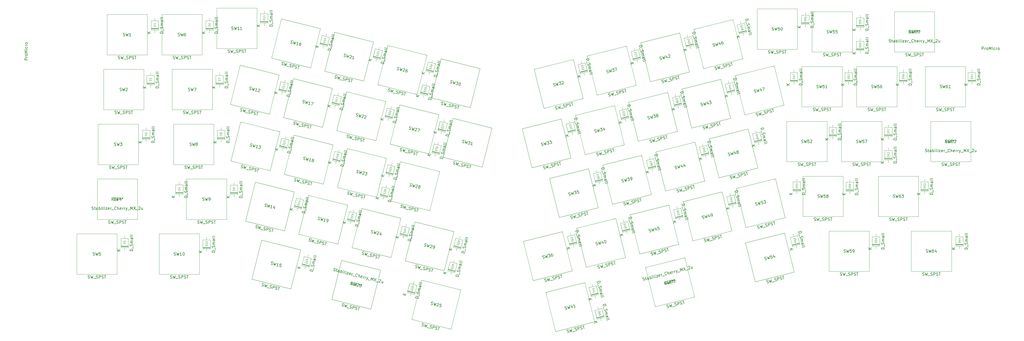
<source format=gbr>
%TF.GenerationSoftware,KiCad,Pcbnew,(5.1.7)-1*%
%TF.CreationDate,2021-08-08T11:48:14+10:00*%
%TF.ProjectId,ume,756d652e-6b69-4636-9164-5f7063625858,rev?*%
%TF.SameCoordinates,Original*%
%TF.FileFunction,Other,Fab,Top*%
%FSLAX46Y46*%
G04 Gerber Fmt 4.6, Leading zero omitted, Abs format (unit mm)*
G04 Created by KiCad (PCBNEW (5.1.7)-1) date 2021-08-08 11:48:14*
%MOMM*%
%LPD*%
G01*
G04 APERTURE LIST*
%ADD10C,0.100000*%
%ADD11C,0.150000*%
%ADD12C,0.096000*%
G04 APERTURE END LIST*
D10*
%TO.C,SW61*%
X362400000Y-115550000D02*
X348400000Y-115550000D01*
X362400000Y-129550000D02*
X362400000Y-115550000D01*
X348400000Y-129550000D02*
X362400000Y-129550000D01*
X348400000Y-115550000D02*
X348400000Y-129550000D01*
%TO.C,SW16*%
X124720682Y-99021050D02*
X121333776Y-112605190D01*
X121333776Y-112605190D02*
X134917916Y-115992096D01*
X134917916Y-115992096D02*
X138304822Y-102407956D01*
X138304822Y-102407956D02*
X124720682Y-99021050D01*
%TO.C,SW1*%
X64200000Y-97500000D02*
X64200000Y-111500000D01*
X64200000Y-111500000D02*
X78200000Y-111500000D01*
X78200000Y-111500000D02*
X78200000Y-97500000D01*
X78200000Y-97500000D02*
X64200000Y-97500000D01*
%TO.C,SW65*%
X251254704Y-185367310D02*
X254641610Y-198951450D01*
X254641610Y-198951450D02*
X268225750Y-195564544D01*
X268225750Y-195564544D02*
X264838844Y-181980404D01*
X264838844Y-181980404D02*
X251254704Y-185367310D01*
%TO.C,SW59*%
X314970000Y-172700000D02*
X314970000Y-186700000D01*
X314970000Y-186700000D02*
X328970000Y-186700000D01*
X328970000Y-186700000D02*
X328970000Y-172700000D01*
X328970000Y-172700000D02*
X314970000Y-172700000D01*
%TO.C,SW64*%
X343550000Y-172700000D02*
X343550000Y-186700000D01*
X343550000Y-186700000D02*
X357550000Y-186700000D01*
X357550000Y-186700000D02*
X357550000Y-172700000D01*
X357550000Y-172700000D02*
X343550000Y-172700000D01*
%TO.C,SW62*%
X350300000Y-134600000D02*
X350300000Y-148600000D01*
X350300000Y-148600000D02*
X364300000Y-148600000D01*
X364300000Y-148600000D02*
X364300000Y-134600000D01*
X364300000Y-134600000D02*
X350300000Y-134600000D01*
%TO.C,SW63*%
X332100000Y-153650000D02*
X332100000Y-167650000D01*
X332100000Y-167650000D02*
X346100000Y-167650000D01*
X346100000Y-167650000D02*
X346100000Y-153650000D01*
X346100000Y-153650000D02*
X332100000Y-153650000D01*
%TO.C,SW10*%
X82300000Y-173700000D02*
X82300000Y-187700000D01*
X82300000Y-187700000D02*
X96300000Y-187700000D01*
X96300000Y-187700000D02*
X96300000Y-173700000D01*
X96300000Y-173700000D02*
X82300000Y-173700000D01*
%TO.C,SW5*%
X53700000Y-173700000D02*
X53700000Y-187700000D01*
X53700000Y-187700000D02*
X67700000Y-187700000D01*
X67700000Y-187700000D02*
X67700000Y-173700000D01*
X67700000Y-173700000D02*
X53700000Y-173700000D01*
%TO.C,SW60*%
X337700000Y-96500000D02*
X337700000Y-110500000D01*
X337700000Y-110500000D02*
X351700000Y-110500000D01*
X351700000Y-110500000D02*
X351700000Y-96500000D01*
X351700000Y-96500000D02*
X337700000Y-96500000D01*
%TO.C,SW20*%
X145668365Y-182854677D02*
X142281459Y-196438817D01*
X142281459Y-196438817D02*
X155865599Y-199825723D01*
X155865599Y-199825723D02*
X159252505Y-186241583D01*
X159252505Y-186241583D02*
X145668365Y-182854677D01*
%TO.C,SW4*%
X60800000Y-154650000D02*
X60800000Y-168650000D01*
X60800000Y-168650000D02*
X74800000Y-168650000D01*
X74800000Y-168650000D02*
X74800000Y-154650000D01*
X74800000Y-154650000D02*
X60800000Y-154650000D01*
%TO.C,SW3*%
X61100000Y-135600000D02*
X61100000Y-149600000D01*
X61100000Y-149600000D02*
X75100000Y-149600000D01*
X75100000Y-149600000D02*
X75100000Y-135600000D01*
X75100000Y-135600000D02*
X61100000Y-135600000D01*
%TO.C,SW2*%
X63000000Y-116550000D02*
X63000000Y-130550000D01*
X63000000Y-130550000D02*
X77000000Y-130550000D01*
X77000000Y-130550000D02*
X77000000Y-116550000D01*
X77000000Y-116550000D02*
X63000000Y-116550000D01*
%TO.C,SW6*%
X83250000Y-97500000D02*
X83250000Y-111500000D01*
X83250000Y-111500000D02*
X97250000Y-111500000D01*
X97250000Y-111500000D02*
X97250000Y-97500000D01*
X97250000Y-97500000D02*
X83250000Y-97500000D01*
%TO.C,SW7*%
X86800000Y-116550000D02*
X86800000Y-130550000D01*
X86800000Y-130550000D02*
X100800000Y-130550000D01*
X100800000Y-130550000D02*
X100800000Y-116550000D01*
X100800000Y-116550000D02*
X86800000Y-116550000D01*
%TO.C,SW8*%
X87300000Y-135600000D02*
X87300000Y-149600000D01*
X87300000Y-149600000D02*
X101300000Y-149600000D01*
X101300000Y-149600000D02*
X101300000Y-135600000D01*
X101300000Y-135600000D02*
X87300000Y-135600000D01*
%TO.C,SW9*%
X91750000Y-154650000D02*
X91750000Y-168650000D01*
X91750000Y-168650000D02*
X105750000Y-168650000D01*
X105750000Y-168650000D02*
X105750000Y-154650000D01*
X105750000Y-154650000D02*
X91750000Y-154650000D01*
%TO.C,SW11*%
X102300000Y-95300000D02*
X102300000Y-109300000D01*
X102300000Y-109300000D02*
X116300000Y-109300000D01*
X116300000Y-109300000D02*
X116300000Y-95300000D01*
X116300000Y-95300000D02*
X102300000Y-95300000D01*
%TO.C,SW12*%
X110409113Y-115085965D02*
X107022207Y-128670105D01*
X107022207Y-128670105D02*
X120606347Y-132057011D01*
X120606347Y-132057011D02*
X123993253Y-118472871D01*
X123993253Y-118472871D02*
X110409113Y-115085965D01*
%TO.C,SW13*%
X110651979Y-134779708D02*
X107265073Y-148363848D01*
X107265073Y-148363848D02*
X120849213Y-151750754D01*
X120849213Y-151750754D02*
X124236119Y-138166614D01*
X124236119Y-138166614D02*
X110651979Y-134779708D01*
%TO.C,SW14*%
X115697810Y-155670964D02*
X112310904Y-169255104D01*
X112310904Y-169255104D02*
X125895044Y-172642010D01*
X125895044Y-172642010D02*
X129281950Y-159057870D01*
X129281950Y-159057870D02*
X115697810Y-155670964D01*
%TO.C,SW15*%
X117881268Y-175848551D02*
X114494362Y-189432691D01*
X114494362Y-189432691D02*
X128078502Y-192819597D01*
X128078502Y-192819597D02*
X131465408Y-179235457D01*
X131465408Y-179235457D02*
X117881268Y-175848551D01*
%TO.C,SW17*%
X128893246Y-119694577D02*
X125506340Y-133278717D01*
X125506340Y-133278717D02*
X139090480Y-136665623D01*
X139090480Y-136665623D02*
X142477386Y-123081483D01*
X142477386Y-123081483D02*
X128893246Y-119694577D01*
%TO.C,SW18*%
X129136113Y-139388320D02*
X125749207Y-152972460D01*
X125749207Y-152972460D02*
X139333347Y-156359366D01*
X139333347Y-156359366D02*
X142720253Y-142775226D01*
X142720253Y-142775226D02*
X129136113Y-139388320D01*
%TO.C,SW19*%
X134181943Y-160279576D02*
X130795037Y-173863716D01*
X130795037Y-173863716D02*
X144379177Y-177250622D01*
X144379177Y-177250622D02*
X147766083Y-163666482D01*
X147766083Y-163666482D02*
X134181943Y-160279576D01*
%TO.C,SW21*%
X143204816Y-103629662D02*
X139817910Y-117213802D01*
X139817910Y-117213802D02*
X153402050Y-120600708D01*
X153402050Y-120600708D02*
X156788956Y-107016568D01*
X156788956Y-107016568D02*
X143204816Y-103629662D01*
%TO.C,SW22*%
X147377380Y-124303189D02*
X143990474Y-137887329D01*
X143990474Y-137887329D02*
X157574614Y-141274235D01*
X157574614Y-141274235D02*
X160961520Y-127690095D01*
X160961520Y-127690095D02*
X147377380Y-124303189D01*
%TO.C,SW23*%
X147620247Y-143996932D02*
X144233341Y-157581072D01*
X144233341Y-157581072D02*
X157817481Y-160967978D01*
X157817481Y-160967978D02*
X161204387Y-147383838D01*
X161204387Y-147383838D02*
X147620247Y-143996932D01*
%TO.C,SW24*%
X152666077Y-164888188D02*
X149279171Y-178472328D01*
X149279171Y-178472328D02*
X162863311Y-181859234D01*
X162863311Y-181859234D02*
X166250217Y-168275094D01*
X166250217Y-168275094D02*
X152666077Y-164888188D01*
%TO.C,SW25*%
X173455463Y-189760802D02*
X170068557Y-203344942D01*
X170068557Y-203344942D02*
X183652697Y-206731848D01*
X183652697Y-206731848D02*
X187039603Y-193147708D01*
X187039603Y-193147708D02*
X173455463Y-189760802D01*
%TO.C,SW26*%
X161688949Y-108238274D02*
X158302043Y-121822414D01*
X158302043Y-121822414D02*
X171886183Y-125209320D01*
X171886183Y-125209320D02*
X175273089Y-111625180D01*
X175273089Y-111625180D02*
X161688949Y-108238274D01*
%TO.C,SW27*%
X165861514Y-128911801D02*
X162474608Y-142495941D01*
X162474608Y-142495941D02*
X176058748Y-145882847D01*
X176058748Y-145882847D02*
X179445654Y-132298707D01*
X179445654Y-132298707D02*
X165861514Y-128911801D01*
%TO.C,SW28*%
X166104380Y-148605544D02*
X162717474Y-162189684D01*
X162717474Y-162189684D02*
X176301614Y-165576590D01*
X176301614Y-165576590D02*
X179688520Y-151992450D01*
X179688520Y-151992450D02*
X166104380Y-148605544D01*
%TO.C,SW29*%
X171150211Y-169496801D02*
X167763305Y-183080941D01*
X167763305Y-183080941D02*
X181347445Y-186467847D01*
X181347445Y-186467847D02*
X184734351Y-172883707D01*
X184734351Y-172883707D02*
X171150211Y-169496801D01*
%TO.C,SW30*%
X180173083Y-112846886D02*
X176786177Y-126431026D01*
X176786177Y-126431026D02*
X190370317Y-129817932D01*
X190370317Y-129817932D02*
X193757223Y-116233792D01*
X193757223Y-116233792D02*
X180173083Y-112846886D01*
%TO.C,SW31*%
X184345647Y-133520413D02*
X180958741Y-147104553D01*
X180958741Y-147104553D02*
X194542881Y-150491459D01*
X194542881Y-150491459D02*
X197929787Y-136907319D01*
X197929787Y-136907319D02*
X184345647Y-133520413D01*
%TO.C,SW32*%
X212561959Y-116482798D02*
X215948865Y-130066938D01*
X215948865Y-130066938D02*
X229533005Y-126680032D01*
X229533005Y-126680032D02*
X226146099Y-113095892D01*
X226146099Y-113095892D02*
X212561959Y-116482798D01*
%TO.C,SW33*%
X208389395Y-137156325D02*
X211776301Y-150740465D01*
X211776301Y-150740465D02*
X225360441Y-147353559D01*
X225360441Y-147353559D02*
X221973535Y-133769419D01*
X221973535Y-133769419D02*
X208389395Y-137156325D01*
%TO.C,SW34*%
X226873528Y-132547713D02*
X230260434Y-146131853D01*
X230260434Y-146131853D02*
X243844574Y-142744947D01*
X243844574Y-142744947D02*
X240457668Y-129160807D01*
X240457668Y-129160807D02*
X226873528Y-132547713D01*
%TO.C,SW35*%
X217849485Y-154430849D02*
X221236391Y-168014989D01*
X221236391Y-168014989D02*
X234820531Y-164628083D01*
X234820531Y-164628083D02*
X231433625Y-151043943D01*
X231433625Y-151043943D02*
X217849485Y-154430849D01*
%TO.C,SW36*%
X208825442Y-176313985D02*
X212212348Y-189898125D01*
X212212348Y-189898125D02*
X225796488Y-186511219D01*
X225796488Y-186511219D02*
X222409582Y-172927079D01*
X222409582Y-172927079D02*
X208825442Y-176313985D01*
%TO.C,SW37*%
X231046092Y-111874186D02*
X234432998Y-125458326D01*
X234432998Y-125458326D02*
X248017138Y-122071420D01*
X248017138Y-122071420D02*
X244630232Y-108487280D01*
X244630232Y-108487280D02*
X231046092Y-111874186D01*
%TO.C,SW38*%
X245357662Y-127939100D02*
X248744568Y-141523240D01*
X248744568Y-141523240D02*
X262328708Y-138136334D01*
X262328708Y-138136334D02*
X258941802Y-124552194D01*
X258941802Y-124552194D02*
X245357662Y-127939100D01*
%TO.C,SW39*%
X236333619Y-149822237D02*
X239720525Y-163406377D01*
X239720525Y-163406377D02*
X253304665Y-160019471D01*
X253304665Y-160019471D02*
X249917759Y-146435331D01*
X249917759Y-146435331D02*
X236333619Y-149822237D01*
%TO.C,SW40*%
X227309576Y-171705373D02*
X230696482Y-185289513D01*
X230696482Y-185289513D02*
X244280622Y-181902607D01*
X244280622Y-181902607D02*
X240893716Y-168318467D01*
X240893716Y-168318467D02*
X227309576Y-171705373D01*
%TO.C,SW41*%
X216600863Y-194007483D02*
X219987769Y-207591623D01*
X219987769Y-207591623D02*
X233571909Y-204204717D01*
X233571909Y-204204717D02*
X230185003Y-190620577D01*
X230185003Y-190620577D02*
X216600863Y-194007483D01*
%TO.C,SW42*%
X249530226Y-107265574D02*
X252917132Y-120849714D01*
X252917132Y-120849714D02*
X266501272Y-117462808D01*
X266501272Y-117462808D02*
X263114366Y-103878668D01*
X263114366Y-103878668D02*
X249530226Y-107265574D01*
%TO.C,SW43*%
X263841795Y-123330488D02*
X267228701Y-136914628D01*
X267228701Y-136914628D02*
X280812841Y-133527722D01*
X280812841Y-133527722D02*
X277425935Y-119943582D01*
X277425935Y-119943582D02*
X263841795Y-123330488D01*
%TO.C,SW44*%
X254817752Y-145213625D02*
X258204658Y-158797765D01*
X258204658Y-158797765D02*
X271788798Y-155410859D01*
X271788798Y-155410859D02*
X268401892Y-141826719D01*
X268401892Y-141826719D02*
X254817752Y-145213625D01*
%TO.C,SW45*%
X245793710Y-167096761D02*
X249180616Y-180680901D01*
X249180616Y-180680901D02*
X262764756Y-177293995D01*
X262764756Y-177293995D02*
X259377850Y-163709855D01*
X259377850Y-163709855D02*
X245793710Y-167096761D01*
%TO.C,SW46*%
X268014359Y-102656962D02*
X271401265Y-116241102D01*
X271401265Y-116241102D02*
X284985405Y-112854196D01*
X284985405Y-112854196D02*
X281598499Y-99270056D01*
X281598499Y-99270056D02*
X268014359Y-102656962D01*
%TO.C,SW47*%
X282325929Y-118721876D02*
X285712835Y-132306016D01*
X285712835Y-132306016D02*
X299296975Y-128919110D01*
X299296975Y-128919110D02*
X295910069Y-115334970D01*
X295910069Y-115334970D02*
X282325929Y-118721876D01*
%TO.C,SW48*%
X273301886Y-140605012D02*
X276688792Y-154189152D01*
X276688792Y-154189152D02*
X290272932Y-150802246D01*
X290272932Y-150802246D02*
X286886026Y-137218106D01*
X286886026Y-137218106D02*
X273301886Y-140605012D01*
%TO.C,SW49*%
X264277843Y-162488149D02*
X267664749Y-176072289D01*
X267664749Y-176072289D02*
X281248889Y-172685383D01*
X281248889Y-172685383D02*
X277861983Y-159101243D01*
X277861983Y-159101243D02*
X264277843Y-162488149D01*
%TO.C,SW50*%
X289997490Y-95537231D02*
X289997490Y-109537231D01*
X289997490Y-109537231D02*
X303997490Y-109537231D01*
X303997490Y-109537231D02*
X303997490Y-95537231D01*
X303997490Y-95537231D02*
X289997490Y-95537231D01*
%TO.C,SW51*%
X305550000Y-115550000D02*
X305550000Y-129550000D01*
X305550000Y-129550000D02*
X319550000Y-129550000D01*
X319550000Y-129550000D02*
X319550000Y-115550000D01*
X319550000Y-115550000D02*
X305550000Y-115550000D01*
%TO.C,SW52*%
X300300000Y-134600000D02*
X300300000Y-148600000D01*
X300300000Y-148600000D02*
X314300000Y-148600000D01*
X314300000Y-148600000D02*
X314300000Y-134600000D01*
X314300000Y-134600000D02*
X300300000Y-134600000D01*
%TO.C,SW53*%
X282761977Y-157879537D02*
X286148883Y-171463677D01*
X286148883Y-171463677D02*
X299733023Y-168076771D01*
X299733023Y-168076771D02*
X296346117Y-154492631D01*
X296346117Y-154492631D02*
X282761977Y-157879537D01*
%TO.C,SW54*%
X285937830Y-176792752D02*
X289324736Y-190376892D01*
X289324736Y-190376892D02*
X302908876Y-186989986D01*
X302908876Y-186989986D02*
X299521970Y-173405846D01*
X299521970Y-173405846D02*
X285937830Y-176792752D01*
%TO.C,SW55*%
X309100000Y-96500000D02*
X309100000Y-110500000D01*
X309100000Y-110500000D02*
X323100000Y-110500000D01*
X323100000Y-110500000D02*
X323100000Y-96500000D01*
X323100000Y-96500000D02*
X309100000Y-96500000D01*
%TO.C,SW56*%
X324600000Y-115550000D02*
X324600000Y-129550000D01*
X324600000Y-129550000D02*
X338600000Y-129550000D01*
X338600000Y-129550000D02*
X338600000Y-115550000D01*
X338600000Y-115550000D02*
X324600000Y-115550000D01*
%TO.C,SW57*%
X319350000Y-134600000D02*
X319350000Y-148600000D01*
X319350000Y-148600000D02*
X333350000Y-148600000D01*
X333350000Y-148600000D02*
X333350000Y-134600000D01*
X333350000Y-134600000D02*
X319350000Y-134600000D01*
%TO.C,SW58*%
X305900000Y-153650000D02*
X305900000Y-167650000D01*
X305900000Y-167650000D02*
X319900000Y-167650000D01*
X319900000Y-167650000D02*
X319900000Y-153650000D01*
X319900000Y-153650000D02*
X305900000Y-153650000D01*
%TO.C,D65*%
X234290914Y-202954919D02*
X236813683Y-202325922D01*
X234242529Y-202760860D02*
X236765298Y-202131863D01*
X234266721Y-202857890D02*
X236789490Y-202228893D01*
X234642672Y-198992109D02*
X234870078Y-199904187D01*
X235871635Y-203921211D02*
X235644228Y-203009133D01*
X233608694Y-200218685D02*
X234382844Y-203323631D01*
X236131463Y-199589688D02*
X233608694Y-200218685D01*
X236905613Y-202694635D02*
X236131463Y-199589688D01*
X234382844Y-203323631D02*
X236905613Y-202694635D01*
%TO.C,D64*%
X359000000Y-177860000D02*
X361600000Y-177860000D01*
X361600000Y-177860000D02*
X361600000Y-174660000D01*
X361600000Y-174660000D02*
X359000000Y-174660000D01*
X359000000Y-174660000D02*
X359000000Y-177860000D01*
X360300000Y-178800000D02*
X360300000Y-177860000D01*
X360300000Y-173720000D02*
X360300000Y-174660000D01*
X359000000Y-177380000D02*
X361600000Y-177380000D01*
X359000000Y-177280000D02*
X361600000Y-177280000D01*
X359000000Y-177480000D02*
X361600000Y-177480000D01*
%TO.C,D63*%
X346900000Y-158860000D02*
X349500000Y-158860000D01*
X349500000Y-158860000D02*
X349500000Y-155660000D01*
X349500000Y-155660000D02*
X346900000Y-155660000D01*
X346900000Y-155660000D02*
X346900000Y-158860000D01*
X348200000Y-159800000D02*
X348200000Y-158860000D01*
X348200000Y-154720000D02*
X348200000Y-155660000D01*
X346900000Y-158380000D02*
X349500000Y-158380000D01*
X346900000Y-158280000D02*
X349500000Y-158280000D01*
X346900000Y-158480000D02*
X349500000Y-158480000D01*
%TO.C,D62*%
X334300000Y-147940000D02*
X336900000Y-147940000D01*
X336900000Y-147940000D02*
X336900000Y-144740000D01*
X336900000Y-144740000D02*
X334300000Y-144740000D01*
X334300000Y-144740000D02*
X334300000Y-147940000D01*
X335600000Y-148880000D02*
X335600000Y-147940000D01*
X335600000Y-143800000D02*
X335600000Y-144740000D01*
X334300000Y-147460000D02*
X336900000Y-147460000D01*
X334300000Y-147360000D02*
X336900000Y-147360000D01*
X334300000Y-147560000D02*
X336900000Y-147560000D01*
%TO.C,D61*%
X363300000Y-120860000D02*
X365900000Y-120860000D01*
X365900000Y-120860000D02*
X365900000Y-117660000D01*
X365900000Y-117660000D02*
X363300000Y-117660000D01*
X363300000Y-117660000D02*
X363300000Y-120860000D01*
X364600000Y-121800000D02*
X364600000Y-120860000D01*
X364600000Y-116720000D02*
X364600000Y-117660000D01*
X363300000Y-120380000D02*
X365900000Y-120380000D01*
X363300000Y-120280000D02*
X365900000Y-120280000D01*
X363300000Y-120480000D02*
X365900000Y-120480000D01*
%TO.C,D60*%
X324500000Y-109940000D02*
X327100000Y-109940000D01*
X327100000Y-109940000D02*
X327100000Y-106740000D01*
X327100000Y-106740000D02*
X324500000Y-106740000D01*
X324500000Y-106740000D02*
X324500000Y-109940000D01*
X325800000Y-110880000D02*
X325800000Y-109940000D01*
X325800000Y-105800000D02*
X325800000Y-106740000D01*
X324500000Y-109460000D02*
X327100000Y-109460000D01*
X324500000Y-109360000D02*
X327100000Y-109360000D01*
X324500000Y-109560000D02*
X327100000Y-109560000D01*
%TO.C,D59*%
X330000000Y-177860000D02*
X332600000Y-177860000D01*
X332600000Y-177860000D02*
X332600000Y-174660000D01*
X332600000Y-174660000D02*
X330000000Y-174660000D01*
X330000000Y-174660000D02*
X330000000Y-177860000D01*
X331300000Y-178800000D02*
X331300000Y-177860000D01*
X331300000Y-173720000D02*
X331300000Y-174660000D01*
X330000000Y-177380000D02*
X332600000Y-177380000D01*
X330000000Y-177280000D02*
X332600000Y-177280000D01*
X330000000Y-177480000D02*
X332600000Y-177480000D01*
%TO.C,D58*%
X320900000Y-158940000D02*
X323500000Y-158940000D01*
X323500000Y-158940000D02*
X323500000Y-155740000D01*
X323500000Y-155740000D02*
X320900000Y-155740000D01*
X320900000Y-155740000D02*
X320900000Y-158940000D01*
X322200000Y-159880000D02*
X322200000Y-158940000D01*
X322200000Y-154800000D02*
X322200000Y-155740000D01*
X320900000Y-158460000D02*
X323500000Y-158460000D01*
X320900000Y-158360000D02*
X323500000Y-158360000D01*
X320900000Y-158560000D02*
X323500000Y-158560000D01*
%TO.C,D57*%
X334300000Y-139860000D02*
X336900000Y-139860000D01*
X336900000Y-139860000D02*
X336900000Y-136660000D01*
X336900000Y-136660000D02*
X334300000Y-136660000D01*
X334300000Y-136660000D02*
X334300000Y-139860000D01*
X335600000Y-140800000D02*
X335600000Y-139860000D01*
X335600000Y-135720000D02*
X335600000Y-136660000D01*
X334300000Y-139380000D02*
X336900000Y-139380000D01*
X334300000Y-139280000D02*
X336900000Y-139280000D01*
X334300000Y-139480000D02*
X336900000Y-139480000D01*
%TO.C,D56*%
X339500000Y-120860000D02*
X342100000Y-120860000D01*
X342100000Y-120860000D02*
X342100000Y-117660000D01*
X342100000Y-117660000D02*
X339500000Y-117660000D01*
X339500000Y-117660000D02*
X339500000Y-120860000D01*
X340800000Y-121800000D02*
X340800000Y-120860000D01*
X340800000Y-116720000D02*
X340800000Y-117660000D01*
X339500000Y-120380000D02*
X342100000Y-120380000D01*
X339500000Y-120280000D02*
X342100000Y-120280000D01*
X339500000Y-120480000D02*
X342100000Y-120480000D01*
%TO.C,D55*%
X324500000Y-101860000D02*
X327100000Y-101860000D01*
X327100000Y-101860000D02*
X327100000Y-98660000D01*
X327100000Y-98660000D02*
X324500000Y-98660000D01*
X324500000Y-98660000D02*
X324500000Y-101860000D01*
X325800000Y-102800000D02*
X325800000Y-101860000D01*
X325800000Y-97720000D02*
X325800000Y-98660000D01*
X324500000Y-101380000D02*
X327100000Y-101380000D01*
X324500000Y-101280000D02*
X327100000Y-101280000D01*
X324500000Y-101480000D02*
X327100000Y-101480000D01*
%TO.C,D54*%
X302322761Y-178025497D02*
X304845530Y-177396501D01*
X304845530Y-177396501D02*
X304071380Y-174291554D01*
X304071380Y-174291554D02*
X301548611Y-174920551D01*
X301548611Y-174920551D02*
X302322761Y-178025497D01*
X303811552Y-178623077D02*
X303584145Y-177710999D01*
X302582589Y-173693975D02*
X302809995Y-174606053D01*
X302206638Y-177559756D02*
X304729407Y-176930759D01*
X302182446Y-177462726D02*
X304705215Y-176833729D01*
X302230831Y-177656785D02*
X304753600Y-177027788D01*
%TO.C,D53*%
X302500000Y-158860000D02*
X305100000Y-158860000D01*
X305100000Y-158860000D02*
X305100000Y-155660000D01*
X305100000Y-155660000D02*
X302500000Y-155660000D01*
X302500000Y-155660000D02*
X302500000Y-158860000D01*
X303800000Y-159800000D02*
X303800000Y-158860000D01*
X303800000Y-154720000D02*
X303800000Y-155660000D01*
X302500000Y-158380000D02*
X305100000Y-158380000D01*
X302500000Y-158280000D02*
X305100000Y-158280000D01*
X302500000Y-158480000D02*
X305100000Y-158480000D01*
%TO.C,D52*%
X315000000Y-139860000D02*
X317600000Y-139860000D01*
X317600000Y-139860000D02*
X317600000Y-136660000D01*
X317600000Y-136660000D02*
X315000000Y-136660000D01*
X315000000Y-136660000D02*
X315000000Y-139860000D01*
X316300000Y-140800000D02*
X316300000Y-139860000D01*
X316300000Y-135720000D02*
X316300000Y-136660000D01*
X315000000Y-139380000D02*
X317600000Y-139380000D01*
X315000000Y-139280000D02*
X317600000Y-139280000D01*
X315000000Y-139480000D02*
X317600000Y-139480000D01*
%TO.C,D51*%
X320500000Y-120860000D02*
X323100000Y-120860000D01*
X323100000Y-120860000D02*
X323100000Y-117660000D01*
X323100000Y-117660000D02*
X320500000Y-117660000D01*
X320500000Y-117660000D02*
X320500000Y-120860000D01*
X321800000Y-121800000D02*
X321800000Y-120860000D01*
X321800000Y-116720000D02*
X321800000Y-117660000D01*
X320500000Y-120380000D02*
X323100000Y-120380000D01*
X320500000Y-120280000D02*
X323100000Y-120280000D01*
X320500000Y-120480000D02*
X323100000Y-120480000D01*
%TO.C,D50*%
X305447490Y-100897230D02*
X308047490Y-100897230D01*
X308047490Y-100897230D02*
X308047490Y-97697230D01*
X308047490Y-97697230D02*
X305447490Y-97697230D01*
X305447490Y-97697230D02*
X305447490Y-100897230D01*
X306747490Y-101837230D02*
X306747490Y-100897230D01*
X306747490Y-96757230D02*
X306747490Y-97697230D01*
X305447490Y-100417230D02*
X308047490Y-100417230D01*
X305447490Y-100317230D02*
X308047490Y-100317230D01*
X305447490Y-100517230D02*
X308047490Y-100517230D01*
%TO.C,D49*%
X280189721Y-163890369D02*
X282712490Y-163261373D01*
X282712490Y-163261373D02*
X281938340Y-160156426D01*
X281938340Y-160156426D02*
X279415571Y-160785423D01*
X279415571Y-160785423D02*
X280189721Y-163890369D01*
X281678512Y-164487949D02*
X281451105Y-163575871D01*
X280449549Y-159558847D02*
X280676955Y-160470925D01*
X280073598Y-163424628D02*
X282596367Y-162795631D01*
X280049406Y-163327598D02*
X282572175Y-162698601D01*
X280097791Y-163521657D02*
X282620560Y-162892660D01*
%TO.C,D48*%
X289177346Y-142067843D02*
X291700115Y-141438847D01*
X291700115Y-141438847D02*
X290925965Y-138333900D01*
X290925965Y-138333900D02*
X288403196Y-138962897D01*
X288403196Y-138962897D02*
X289177346Y-142067843D01*
X290666137Y-142665423D02*
X290438730Y-141753345D01*
X289437174Y-137736321D02*
X289664580Y-138648399D01*
X289061223Y-141602102D02*
X291583992Y-140973105D01*
X289037031Y-141505072D02*
X291559800Y-140876075D01*
X289085416Y-141699131D02*
X291608185Y-141070134D01*
%TO.C,D47*%
X301500000Y-120860000D02*
X304100000Y-120860000D01*
X304100000Y-120860000D02*
X304100000Y-117660000D01*
X304100000Y-117660000D02*
X301500000Y-117660000D01*
X301500000Y-117660000D02*
X301500000Y-120860000D01*
X302800000Y-121800000D02*
X302800000Y-120860000D01*
X302800000Y-116720000D02*
X302800000Y-117660000D01*
X301500000Y-120380000D02*
X304100000Y-120380000D01*
X301500000Y-120280000D02*
X304100000Y-120280000D01*
X301500000Y-120480000D02*
X304100000Y-120480000D01*
%TO.C,D46*%
X283865496Y-104228918D02*
X286388265Y-103599922D01*
X286388265Y-103599922D02*
X285614115Y-100494975D01*
X285614115Y-100494975D02*
X283091346Y-101123972D01*
X283091346Y-101123972D02*
X283865496Y-104228918D01*
X285354287Y-104826498D02*
X285126880Y-103914420D01*
X284125324Y-99897396D02*
X284352730Y-100809474D01*
X283749373Y-103763177D02*
X286272142Y-103134180D01*
X283725181Y-103666147D02*
X286247950Y-103037150D01*
X283773566Y-103860206D02*
X286296335Y-103231209D01*
%TO.C,D45*%
X270741727Y-146664359D02*
X273264496Y-146035363D01*
X273264496Y-146035363D02*
X272490346Y-142930416D01*
X272490346Y-142930416D02*
X269967577Y-143559413D01*
X269967577Y-143559413D02*
X270741727Y-146664359D01*
X272230518Y-147261939D02*
X272003111Y-146349861D01*
X271001555Y-142332837D02*
X271228961Y-143244915D01*
X270625604Y-146198618D02*
X273148373Y-145569621D01*
X270601412Y-146101588D02*
X273124181Y-145472591D01*
X270649797Y-146295647D02*
X273172566Y-145666650D01*
%TO.C,D44*%
X279729351Y-124841834D02*
X282252120Y-124212838D01*
X282252120Y-124212838D02*
X281477970Y-121107891D01*
X281477970Y-121107891D02*
X278955201Y-121736888D01*
X278955201Y-121736888D02*
X279729351Y-124841834D01*
X281218142Y-125439414D02*
X280990735Y-124527336D01*
X279989179Y-120510312D02*
X280216585Y-121422390D01*
X279613228Y-124376093D02*
X282135997Y-123747096D01*
X279589036Y-124279063D02*
X282111805Y-123650066D01*
X279637421Y-124473122D02*
X282160190Y-123844125D01*
%TO.C,D43*%
X265429878Y-108825434D02*
X267952647Y-108196438D01*
X267952647Y-108196438D02*
X267178497Y-105091491D01*
X267178497Y-105091491D02*
X264655728Y-105720488D01*
X264655728Y-105720488D02*
X265429878Y-108825434D01*
X266918669Y-109423014D02*
X266691262Y-108510936D01*
X265689706Y-104493912D02*
X265917112Y-105405990D01*
X265313755Y-108359693D02*
X267836524Y-107730696D01*
X265289563Y-108262663D02*
X267812332Y-107633666D01*
X265337948Y-108456722D02*
X267860717Y-107827725D01*
%TO.C,D42*%
X261754103Y-168486885D02*
X264276872Y-167857889D01*
X264276872Y-167857889D02*
X263502722Y-164752942D01*
X263502722Y-164752942D02*
X260979953Y-165381939D01*
X260979953Y-165381939D02*
X261754103Y-168486885D01*
X263242894Y-169084465D02*
X263015487Y-168172387D01*
X262013931Y-164155363D02*
X262241337Y-165067441D01*
X261637980Y-168021144D02*
X264160749Y-167392147D01*
X261613788Y-167924114D02*
X264136557Y-167295117D01*
X261662173Y-168118173D02*
X264184942Y-167489176D01*
%TO.C,D41*%
X232403616Y-195385381D02*
X234926385Y-194756385D01*
X234926385Y-194756385D02*
X234152235Y-191651438D01*
X234152235Y-191651438D02*
X231629466Y-192280435D01*
X231629466Y-192280435D02*
X232403616Y-195385381D01*
X233892407Y-195982961D02*
X233665000Y-195070883D01*
X232663444Y-191053859D02*
X232890850Y-191965937D01*
X232287493Y-194919640D02*
X234810262Y-194290643D01*
X232263301Y-194822610D02*
X234786070Y-194193613D01*
X232311686Y-195016669D02*
X234834455Y-194387672D01*
%TO.C,D40*%
X243318484Y-173083401D02*
X245841253Y-172454405D01*
X245841253Y-172454405D02*
X245067103Y-169349458D01*
X245067103Y-169349458D02*
X242544334Y-169978455D01*
X242544334Y-169978455D02*
X243318484Y-173083401D01*
X244807275Y-173680981D02*
X244579868Y-172768903D01*
X243578312Y-168751879D02*
X243805718Y-169663957D01*
X243202361Y-172617660D02*
X245725130Y-171988663D01*
X243178169Y-172520630D02*
X245700938Y-171891633D01*
X243226554Y-172714689D02*
X245749323Y-172085692D01*
%TO.C,D39*%
X252306108Y-151260875D02*
X254828877Y-150631879D01*
X254828877Y-150631879D02*
X254054727Y-147526932D01*
X254054727Y-147526932D02*
X251531958Y-148155929D01*
X251531958Y-148155929D02*
X252306108Y-151260875D01*
X253794899Y-151858455D02*
X253567492Y-150946377D01*
X252565936Y-146929353D02*
X252793342Y-147841431D01*
X252189985Y-150795134D02*
X254712754Y-150166137D01*
X252165793Y-150698104D02*
X254688562Y-150069107D01*
X252214178Y-150892163D02*
X254736947Y-150263166D01*
%TO.C,D38*%
X261293732Y-129438350D02*
X263816501Y-128809354D01*
X263816501Y-128809354D02*
X263042351Y-125704407D01*
X263042351Y-125704407D02*
X260519582Y-126333404D01*
X260519582Y-126333404D02*
X261293732Y-129438350D01*
X262782523Y-130035930D02*
X262555116Y-129123852D01*
X261553560Y-125106828D02*
X261780966Y-126018906D01*
X261177609Y-128972609D02*
X263700378Y-128343612D01*
X261153417Y-128875579D02*
X263676186Y-128246582D01*
X261201802Y-129069638D02*
X263724571Y-128440641D01*
%TO.C,D37*%
X246994259Y-113421950D02*
X249517028Y-112792954D01*
X249517028Y-112792954D02*
X248742878Y-109688007D01*
X248742878Y-109688007D02*
X246220109Y-110317004D01*
X246220109Y-110317004D02*
X246994259Y-113421950D01*
X248483050Y-114019530D02*
X248255643Y-113107452D01*
X247254087Y-109090428D02*
X247481493Y-110002506D01*
X246878136Y-112956209D02*
X249400905Y-112327212D01*
X246853944Y-112859179D02*
X249376713Y-112230182D01*
X246902329Y-113053238D02*
X249425098Y-112424241D01*
%TO.C,D36*%
X224882865Y-177679917D02*
X227405634Y-177050921D01*
X227405634Y-177050921D02*
X226631484Y-173945974D01*
X226631484Y-173945974D02*
X224108715Y-174574971D01*
X224108715Y-174574971D02*
X224882865Y-177679917D01*
X226371656Y-178277497D02*
X226144249Y-177365419D01*
X225142693Y-173348395D02*
X225370099Y-174260473D01*
X224766742Y-177214176D02*
X227289511Y-176585179D01*
X224742550Y-177117146D02*
X227265319Y-176488149D01*
X224790935Y-177311205D02*
X227313704Y-176682208D01*
%TO.C,D35*%
X233870489Y-155857391D02*
X236393258Y-155228395D01*
X236393258Y-155228395D02*
X235619108Y-152123448D01*
X235619108Y-152123448D02*
X233096339Y-152752445D01*
X233096339Y-152752445D02*
X233870489Y-155857391D01*
X235359280Y-156454971D02*
X235131873Y-155542893D01*
X234130317Y-151525869D02*
X234357723Y-152437947D01*
X233754366Y-155391650D02*
X236277135Y-154762653D01*
X233730174Y-155294620D02*
X236252943Y-154665623D01*
X233778559Y-155488679D02*
X236301328Y-154859682D01*
%TO.C,D34*%
X242858113Y-134034866D02*
X245380882Y-133405870D01*
X245380882Y-133405870D02*
X244606732Y-130300923D01*
X244606732Y-130300923D02*
X242083963Y-130929920D01*
X242083963Y-130929920D02*
X242858113Y-134034866D01*
X244346904Y-134632446D02*
X244119497Y-133720368D01*
X243117941Y-129703344D02*
X243345347Y-130615422D01*
X242741990Y-133569125D02*
X245264759Y-132940128D01*
X242717798Y-133472095D02*
X245240567Y-132843098D01*
X242766183Y-133666154D02*
X245288952Y-133037157D01*
%TO.C,D33*%
X224422494Y-138631382D02*
X226945263Y-138002386D01*
X226945263Y-138002386D02*
X226171113Y-134897439D01*
X226171113Y-134897439D02*
X223648344Y-135526436D01*
X223648344Y-135526436D02*
X224422494Y-138631382D01*
X225911285Y-139228962D02*
X225683878Y-138316884D01*
X224682322Y-134299860D02*
X224909728Y-135211938D01*
X224306371Y-138165641D02*
X226829140Y-137536644D01*
X224282179Y-138068611D02*
X226804948Y-137439614D01*
X224330564Y-138262670D02*
X226853333Y-137633673D01*
%TO.C,D32*%
X228558640Y-118018466D02*
X231081409Y-117389470D01*
X231081409Y-117389470D02*
X230307259Y-114284523D01*
X230307259Y-114284523D02*
X227784490Y-114913520D01*
X227784490Y-114913520D02*
X228558640Y-118018466D01*
X230047431Y-118616046D02*
X229820024Y-117703968D01*
X228818468Y-113686944D02*
X229045874Y-114599022D01*
X228442517Y-117552725D02*
X230965286Y-116923728D01*
X228418325Y-117455695D02*
X230941094Y-116826698D01*
X228466710Y-117649754D02*
X230989479Y-117020757D01*
%TO.C,D31*%
X177037059Y-145502526D02*
X179559828Y-146131522D01*
X179559828Y-146131522D02*
X180333978Y-143026576D01*
X180333978Y-143026576D02*
X177811209Y-142397579D01*
X177811209Y-142397579D02*
X177037059Y-145502526D01*
X178071037Y-146729102D02*
X178298444Y-145817024D01*
X179300000Y-141800000D02*
X179072594Y-142712078D01*
X177153182Y-145036784D02*
X179675951Y-145665781D01*
X177177374Y-144939754D02*
X179700143Y-145568751D01*
X177128989Y-145133813D02*
X179651758Y-145762810D01*
%TO.C,D30*%
X173037059Y-125002526D02*
X175559828Y-125631522D01*
X175559828Y-125631522D02*
X176333978Y-122526576D01*
X176333978Y-122526576D02*
X173811209Y-121897579D01*
X173811209Y-121897579D02*
X173037059Y-125002526D01*
X174071037Y-126229102D02*
X174298444Y-125317024D01*
X175300000Y-121300000D02*
X175072594Y-122212078D01*
X173153182Y-124536784D02*
X175675951Y-125165781D01*
X173177374Y-124439754D02*
X175700143Y-125068751D01*
X173128989Y-124633813D02*
X175651758Y-125262810D01*
%TO.C,D29*%
X184537059Y-178313927D02*
X187059828Y-178942923D01*
X187059828Y-178942923D02*
X187833978Y-175837977D01*
X187833978Y-175837977D02*
X185311209Y-175208980D01*
X185311209Y-175208980D02*
X184537059Y-178313927D01*
X185571037Y-179540503D02*
X185798444Y-178628425D01*
X186800000Y-174611401D02*
X186572594Y-175523479D01*
X184653182Y-177848185D02*
X187175951Y-178477182D01*
X184677374Y-177751155D02*
X187200143Y-178380152D01*
X184628989Y-177945214D02*
X187151758Y-178574211D01*
%TO.C,D28*%
X159037059Y-160502526D02*
X161559828Y-161131522D01*
X161559828Y-161131522D02*
X162333978Y-158026576D01*
X162333978Y-158026576D02*
X159811209Y-157397579D01*
X159811209Y-157397579D02*
X159037059Y-160502526D01*
X160071037Y-161729102D02*
X160298444Y-160817024D01*
X161300000Y-156800000D02*
X161072594Y-157712078D01*
X159153182Y-160036784D02*
X161675951Y-160665781D01*
X159177374Y-159939754D02*
X161700143Y-160568751D01*
X159128989Y-160133813D02*
X161651758Y-160762810D01*
%TO.C,D27*%
X179131344Y-137692900D02*
X181654113Y-138321896D01*
X181654113Y-138321896D02*
X182428263Y-135216950D01*
X182428263Y-135216950D02*
X179905494Y-134587953D01*
X179905494Y-134587953D02*
X179131344Y-137692900D01*
X180165322Y-138919476D02*
X180392729Y-138007398D01*
X181394285Y-133990374D02*
X181166879Y-134902452D01*
X179247467Y-137227158D02*
X181770236Y-137856155D01*
X179271659Y-137130128D02*
X181794428Y-137759125D01*
X179223274Y-137324187D02*
X181746043Y-137953184D01*
%TO.C,D26*%
X174995199Y-117079984D02*
X177517968Y-117708980D01*
X177517968Y-117708980D02*
X178292118Y-114604034D01*
X178292118Y-114604034D02*
X175769349Y-113975037D01*
X175769349Y-113975037D02*
X174995199Y-117079984D01*
X176029177Y-118306560D02*
X176256584Y-117394482D01*
X177258140Y-113377458D02*
X177030734Y-114289536D01*
X175111322Y-116614242D02*
X177634091Y-117243239D01*
X175135514Y-116517212D02*
X177658283Y-117146209D01*
X175087129Y-116711271D02*
X177609898Y-117340268D01*
%TO.C,D25*%
X182537059Y-186502526D02*
X185059828Y-187131522D01*
X185059828Y-187131522D02*
X185833978Y-184026576D01*
X185833978Y-184026576D02*
X183311209Y-183397579D01*
X183311209Y-183397579D02*
X182537059Y-186502526D01*
X183571037Y-187729102D02*
X183798444Y-186817024D01*
X184800000Y-182800000D02*
X184572594Y-183712078D01*
X182653182Y-186036784D02*
X185175951Y-186665781D01*
X182677374Y-185939754D02*
X185200143Y-186568751D01*
X182628989Y-186133813D02*
X185151758Y-186762810D01*
%TO.C,D24*%
X165936168Y-174081598D02*
X168458937Y-174710594D01*
X168458937Y-174710594D02*
X169233087Y-171605648D01*
X169233087Y-171605648D02*
X166710318Y-170976651D01*
X166710318Y-170976651D02*
X165936168Y-174081598D01*
X166970146Y-175308174D02*
X167197553Y-174396096D01*
X168199109Y-170379072D02*
X167971703Y-171291150D01*
X166052291Y-173615856D02*
X168575060Y-174244853D01*
X166076483Y-173518826D02*
X168599252Y-174147823D01*
X166028098Y-173712885D02*
X168550867Y-174341882D01*
%TO.C,D23*%
X160950688Y-152741612D02*
X163473457Y-153370608D01*
X163473457Y-153370608D02*
X164247607Y-150265662D01*
X164247607Y-150265662D02*
X161724838Y-149636665D01*
X161724838Y-149636665D02*
X160950688Y-152741612D01*
X161984666Y-153968188D02*
X162212073Y-153056110D01*
X163213629Y-149039086D02*
X162986223Y-149951164D01*
X161066811Y-152275870D02*
X163589580Y-152904867D01*
X161091003Y-152178840D02*
X163613772Y-152807837D01*
X161042618Y-152372899D02*
X163565387Y-153001896D01*
%TO.C,D22*%
X160695726Y-133096384D02*
X163218495Y-133725380D01*
X163218495Y-133725380D02*
X163992645Y-130620434D01*
X163992645Y-130620434D02*
X161469876Y-129991437D01*
X161469876Y-129991437D02*
X160695726Y-133096384D01*
X161729704Y-134322960D02*
X161957111Y-133410882D01*
X162958667Y-129393858D02*
X162731261Y-130305936D01*
X160811849Y-132630642D02*
X163334618Y-133259639D01*
X160836041Y-132533612D02*
X163358810Y-133162609D01*
X160787656Y-132727671D02*
X163310425Y-133356668D01*
%TO.C,D21*%
X156559580Y-112483468D02*
X159082349Y-113112464D01*
X159082349Y-113112464D02*
X159856499Y-110007518D01*
X159856499Y-110007518D02*
X157333730Y-109378521D01*
X157333730Y-109378521D02*
X156559580Y-112483468D01*
X157593558Y-113710044D02*
X157820965Y-112797966D01*
X158822521Y-108780942D02*
X158595115Y-109693020D01*
X156675703Y-112017726D02*
X159198472Y-112646723D01*
X156699895Y-111920696D02*
X159222664Y-112549693D01*
X156651510Y-112114755D02*
X159174279Y-112743752D01*
%TO.C,D20*%
X168537059Y-194002526D02*
X171059828Y-194631522D01*
X171059828Y-194631522D02*
X171833978Y-191526576D01*
X171833978Y-191526576D02*
X169311209Y-190897579D01*
X169311209Y-190897579D02*
X168537059Y-194002526D01*
X169571037Y-195229102D02*
X169798444Y-194317024D01*
X170800000Y-190300000D02*
X170572594Y-191212078D01*
X168653182Y-193536784D02*
X171175951Y-194165781D01*
X168677374Y-193439754D02*
X171200143Y-194068751D01*
X168628989Y-193633813D02*
X171151758Y-194262810D01*
%TO.C,D19*%
X147621511Y-168999934D02*
X150144280Y-169628930D01*
X150144280Y-169628930D02*
X150918430Y-166523984D01*
X150918430Y-166523984D02*
X148395661Y-165894987D01*
X148395661Y-165894987D02*
X147621511Y-168999934D01*
X148655489Y-170226510D02*
X148882896Y-169314432D01*
X149884452Y-165297408D02*
X149657046Y-166209486D01*
X147737634Y-168534192D02*
X150260403Y-169163189D01*
X147761826Y-168437162D02*
X150284595Y-169066159D01*
X147713441Y-168631221D02*
X150236210Y-169260218D01*
%TO.C,D18*%
X142515069Y-148145096D02*
X145037838Y-148774092D01*
X145037838Y-148774092D02*
X145811988Y-145669146D01*
X145811988Y-145669146D02*
X143289219Y-145040149D01*
X143289219Y-145040149D02*
X142515069Y-148145096D01*
X143549047Y-149371672D02*
X143776454Y-148459594D01*
X144778010Y-144442570D02*
X144550604Y-145354648D01*
X142631192Y-147679354D02*
X145153961Y-148308351D01*
X142655384Y-147582324D02*
X145178153Y-148211321D01*
X142606999Y-147776383D02*
X145129768Y-148405380D01*
%TO.C,D17*%
X142260107Y-128499868D02*
X144782876Y-129128864D01*
X144782876Y-129128864D02*
X145557026Y-126023918D01*
X145557026Y-126023918D02*
X143034257Y-125394921D01*
X143034257Y-125394921D02*
X142260107Y-128499868D01*
X143294085Y-129726444D02*
X143521492Y-128814366D01*
X144523048Y-124797342D02*
X144295642Y-125709420D01*
X142376230Y-128034126D02*
X144898999Y-128663123D01*
X142400422Y-127937096D02*
X144923191Y-128566093D01*
X142352037Y-128131155D02*
X144874806Y-128760152D01*
%TO.C,D16*%
X138123961Y-107886952D02*
X140646730Y-108515948D01*
X140646730Y-108515948D02*
X141420880Y-105411002D01*
X141420880Y-105411002D02*
X138898111Y-104782005D01*
X138898111Y-104782005D02*
X138123961Y-107886952D01*
X139157939Y-109113528D02*
X139385346Y-108201450D01*
X140386902Y-104184426D02*
X140159496Y-105096504D01*
X138240084Y-107421210D02*
X140762853Y-108050207D01*
X138264276Y-107324180D02*
X140787045Y-107953177D01*
X138215891Y-107518239D02*
X140738660Y-108147236D01*
%TO.C,D15*%
X131866594Y-184653451D02*
X134389363Y-185282447D01*
X134389363Y-185282447D02*
X135163513Y-182177501D01*
X135163513Y-182177501D02*
X132640744Y-181548504D01*
X132640744Y-181548504D02*
X131866594Y-184653451D01*
X132900572Y-185880027D02*
X133127979Y-184967949D01*
X134129535Y-180950925D02*
X133902129Y-181863003D01*
X131982717Y-184187709D02*
X134505486Y-184816706D01*
X132006909Y-184090679D02*
X134529678Y-184719676D01*
X131958524Y-184284738D02*
X134481293Y-184913735D01*
%TO.C,D14*%
X129185892Y-164403418D02*
X131708661Y-165032414D01*
X131708661Y-165032414D02*
X132482811Y-161927468D01*
X132482811Y-161927468D02*
X129960042Y-161298471D01*
X129960042Y-161298471D02*
X129185892Y-164403418D01*
X130219870Y-165629994D02*
X130447277Y-164717916D01*
X131448833Y-160700892D02*
X131221427Y-161612970D01*
X129302015Y-163937676D02*
X131824784Y-164566673D01*
X129326207Y-163840646D02*
X131848976Y-164469643D01*
X129277822Y-164034705D02*
X131800591Y-164663702D01*
%TO.C,D13*%
X124079451Y-143548580D02*
X126602220Y-144177576D01*
X126602220Y-144177576D02*
X127376370Y-141072630D01*
X127376370Y-141072630D02*
X124853601Y-140443633D01*
X124853601Y-140443633D02*
X124079451Y-143548580D01*
X125113429Y-144775156D02*
X125340836Y-143863078D01*
X126342392Y-139846054D02*
X126114986Y-140758132D01*
X124195574Y-143082838D02*
X126718343Y-143711835D01*
X124219766Y-142985808D02*
X126742535Y-143614805D01*
X124171381Y-143179867D02*
X126694150Y-143808864D01*
%TO.C,D12*%
X123824488Y-123903352D02*
X126347257Y-124532348D01*
X126347257Y-124532348D02*
X127121407Y-121427402D01*
X127121407Y-121427402D02*
X124598638Y-120798405D01*
X124598638Y-120798405D02*
X123824488Y-123903352D01*
X124858466Y-125129928D02*
X125085873Y-124217850D01*
X126087429Y-120200826D02*
X125860023Y-121112904D01*
X123940611Y-123437610D02*
X126463380Y-124066607D01*
X123964803Y-123340580D02*
X126487572Y-123969577D01*
X123916418Y-123534639D02*
X126439187Y-124163636D01*
%TO.C,D11*%
X117500000Y-100440000D02*
X120100000Y-100440000D01*
X120100000Y-100440000D02*
X120100000Y-97240000D01*
X120100000Y-97240000D02*
X117500000Y-97240000D01*
X117500000Y-97240000D02*
X117500000Y-100440000D01*
X118800000Y-101380000D02*
X118800000Y-100440000D01*
X118800000Y-96300000D02*
X118800000Y-97240000D01*
X117500000Y-99960000D02*
X120100000Y-99960000D01*
X117500000Y-99860000D02*
X120100000Y-99860000D01*
X117500000Y-100060000D02*
X120100000Y-100060000D01*
%TO.C,D10*%
X97500000Y-178940000D02*
X100100000Y-178940000D01*
X100100000Y-178940000D02*
X100100000Y-175740000D01*
X100100000Y-175740000D02*
X97500000Y-175740000D01*
X97500000Y-175740000D02*
X97500000Y-178940000D01*
X98800000Y-179880000D02*
X98800000Y-178940000D01*
X98800000Y-174800000D02*
X98800000Y-175740000D01*
X97500000Y-178460000D02*
X100100000Y-178460000D01*
X97500000Y-178360000D02*
X100100000Y-178360000D01*
X97500000Y-178560000D02*
X100100000Y-178560000D01*
%TO.C,D9*%
X107000000Y-159940000D02*
X109600000Y-159940000D01*
X109600000Y-159940000D02*
X109600000Y-156740000D01*
X109600000Y-156740000D02*
X107000000Y-156740000D01*
X107000000Y-156740000D02*
X107000000Y-159940000D01*
X108300000Y-160880000D02*
X108300000Y-159940000D01*
X108300000Y-155800000D02*
X108300000Y-156740000D01*
X107000000Y-159460000D02*
X109600000Y-159460000D01*
X107000000Y-159360000D02*
X109600000Y-159360000D01*
X107000000Y-159560000D02*
X109600000Y-159560000D01*
%TO.C,D8*%
X102500000Y-140860000D02*
X105100000Y-140860000D01*
X105100000Y-140860000D02*
X105100000Y-137660000D01*
X105100000Y-137660000D02*
X102500000Y-137660000D01*
X102500000Y-137660000D02*
X102500000Y-140860000D01*
X103800000Y-141800000D02*
X103800000Y-140860000D01*
X103800000Y-136720000D02*
X103800000Y-137660000D01*
X102500000Y-140380000D02*
X105100000Y-140380000D01*
X102500000Y-140280000D02*
X105100000Y-140280000D01*
X102500000Y-140480000D02*
X105100000Y-140480000D01*
%TO.C,D7*%
X102000000Y-121860000D02*
X104600000Y-121860000D01*
X104600000Y-121860000D02*
X104600000Y-118660000D01*
X104600000Y-118660000D02*
X102000000Y-118660000D01*
X102000000Y-118660000D02*
X102000000Y-121860000D01*
X103300000Y-122800000D02*
X103300000Y-121860000D01*
X103300000Y-117720000D02*
X103300000Y-118660000D01*
X102000000Y-121380000D02*
X104600000Y-121380000D01*
X102000000Y-121280000D02*
X104600000Y-121280000D01*
X102000000Y-121480000D02*
X104600000Y-121480000D01*
%TO.C,D6*%
X98500000Y-102860000D02*
X101100000Y-102860000D01*
X101100000Y-102860000D02*
X101100000Y-99660000D01*
X101100000Y-99660000D02*
X98500000Y-99660000D01*
X98500000Y-99660000D02*
X98500000Y-102860000D01*
X99800000Y-103800000D02*
X99800000Y-102860000D01*
X99800000Y-98720000D02*
X99800000Y-99660000D01*
X98500000Y-102380000D02*
X101100000Y-102380000D01*
X98500000Y-102280000D02*
X101100000Y-102280000D01*
X98500000Y-102480000D02*
X101100000Y-102480000D01*
%TO.C,D5*%
X69000000Y-178440000D02*
X71600000Y-178440000D01*
X71600000Y-178440000D02*
X71600000Y-175240000D01*
X71600000Y-175240000D02*
X69000000Y-175240000D01*
X69000000Y-175240000D02*
X69000000Y-178440000D01*
X70300000Y-179380000D02*
X70300000Y-178440000D01*
X70300000Y-174300000D02*
X70300000Y-175240000D01*
X69000000Y-177960000D02*
X71600000Y-177960000D01*
X69000000Y-177860000D02*
X71600000Y-177860000D01*
X69000000Y-178060000D02*
X71600000Y-178060000D01*
%TO.C,D4*%
X88000000Y-159860000D02*
X90600000Y-159860000D01*
X90600000Y-159860000D02*
X90600000Y-156660000D01*
X90600000Y-156660000D02*
X88000000Y-156660000D01*
X88000000Y-156660000D02*
X88000000Y-159860000D01*
X89300000Y-160800000D02*
X89300000Y-159860000D01*
X89300000Y-155720000D02*
X89300000Y-156660000D01*
X88000000Y-159380000D02*
X90600000Y-159380000D01*
X88000000Y-159280000D02*
X90600000Y-159280000D01*
X88000000Y-159480000D02*
X90600000Y-159480000D01*
%TO.C,D3*%
X76500000Y-140860000D02*
X79100000Y-140860000D01*
X79100000Y-140860000D02*
X79100000Y-137660000D01*
X79100000Y-137660000D02*
X76500000Y-137660000D01*
X76500000Y-137660000D02*
X76500000Y-140860000D01*
X77800000Y-141800000D02*
X77800000Y-140860000D01*
X77800000Y-136720000D02*
X77800000Y-137660000D01*
X76500000Y-140380000D02*
X79100000Y-140380000D01*
X76500000Y-140280000D02*
X79100000Y-140280000D01*
X76500000Y-140480000D02*
X79100000Y-140480000D01*
%TO.C,D2*%
X78000000Y-121860000D02*
X80600000Y-121860000D01*
X80600000Y-121860000D02*
X80600000Y-118660000D01*
X80600000Y-118660000D02*
X78000000Y-118660000D01*
X78000000Y-118660000D02*
X78000000Y-121860000D01*
X79300000Y-122800000D02*
X79300000Y-121860000D01*
X79300000Y-117720000D02*
X79300000Y-118660000D01*
X78000000Y-121380000D02*
X80600000Y-121380000D01*
X78000000Y-121280000D02*
X80600000Y-121280000D01*
X78000000Y-121480000D02*
X80600000Y-121480000D01*
%TO.C,D1*%
X79500000Y-102860000D02*
X82100000Y-102860000D01*
X82100000Y-102860000D02*
X82100000Y-99660000D01*
X82100000Y-99660000D02*
X79500000Y-99660000D01*
X79500000Y-99660000D02*
X79500000Y-102860000D01*
X80800000Y-103800000D02*
X80800000Y-102860000D01*
X80800000Y-98720000D02*
X80800000Y-99660000D01*
X79500000Y-102380000D02*
X82100000Y-102380000D01*
X79500000Y-102280000D02*
X82100000Y-102280000D01*
X79500000Y-102480000D02*
X82100000Y-102480000D01*
%TD*%
%TO.C,U2*%
D11*
X368116190Y-109752380D02*
X368116190Y-108752380D01*
X368497142Y-108752380D01*
X368592380Y-108800000D01*
X368640000Y-108847619D01*
X368687619Y-108942857D01*
X368687619Y-109085714D01*
X368640000Y-109180952D01*
X368592380Y-109228571D01*
X368497142Y-109276190D01*
X368116190Y-109276190D01*
X369116190Y-109752380D02*
X369116190Y-109085714D01*
X369116190Y-109276190D02*
X369163809Y-109180952D01*
X369211428Y-109133333D01*
X369306666Y-109085714D01*
X369401904Y-109085714D01*
X369878095Y-109752380D02*
X369782857Y-109704761D01*
X369735238Y-109657142D01*
X369687619Y-109561904D01*
X369687619Y-109276190D01*
X369735238Y-109180952D01*
X369782857Y-109133333D01*
X369878095Y-109085714D01*
X370020952Y-109085714D01*
X370116190Y-109133333D01*
X370163809Y-109180952D01*
X370211428Y-109276190D01*
X370211428Y-109561904D01*
X370163809Y-109657142D01*
X370116190Y-109704761D01*
X370020952Y-109752380D01*
X369878095Y-109752380D01*
X370640000Y-109752380D02*
X370640000Y-108752380D01*
X370973333Y-109466666D01*
X371306666Y-108752380D01*
X371306666Y-109752380D01*
X371782857Y-109752380D02*
X371782857Y-109085714D01*
X371782857Y-108752380D02*
X371735238Y-108800000D01*
X371782857Y-108847619D01*
X371830476Y-108800000D01*
X371782857Y-108752380D01*
X371782857Y-108847619D01*
X372687619Y-109704761D02*
X372592380Y-109752380D01*
X372401904Y-109752380D01*
X372306666Y-109704761D01*
X372259047Y-109657142D01*
X372211428Y-109561904D01*
X372211428Y-109276190D01*
X372259047Y-109180952D01*
X372306666Y-109133333D01*
X372401904Y-109085714D01*
X372592380Y-109085714D01*
X372687619Y-109133333D01*
X373116190Y-109752380D02*
X373116190Y-109085714D01*
X373116190Y-109276190D02*
X373163809Y-109180952D01*
X373211428Y-109133333D01*
X373306666Y-109085714D01*
X373401904Y-109085714D01*
X373878095Y-109752380D02*
X373782857Y-109704761D01*
X373735238Y-109657142D01*
X373687619Y-109561904D01*
X373687619Y-109276190D01*
X373735238Y-109180952D01*
X373782857Y-109133333D01*
X373878095Y-109085714D01*
X374020952Y-109085714D01*
X374116190Y-109133333D01*
X374163809Y-109180952D01*
X374211428Y-109276190D01*
X374211428Y-109561904D01*
X374163809Y-109657142D01*
X374116190Y-109704761D01*
X374020952Y-109752380D01*
X373878095Y-109752380D01*
%TO.C,SW61*%
X352328571Y-130954761D02*
X352471428Y-131002380D01*
X352709523Y-131002380D01*
X352804761Y-130954761D01*
X352852380Y-130907142D01*
X352900000Y-130811904D01*
X352900000Y-130716666D01*
X352852380Y-130621428D01*
X352804761Y-130573809D01*
X352709523Y-130526190D01*
X352519047Y-130478571D01*
X352423809Y-130430952D01*
X352376190Y-130383333D01*
X352328571Y-130288095D01*
X352328571Y-130192857D01*
X352376190Y-130097619D01*
X352423809Y-130050000D01*
X352519047Y-130002380D01*
X352757142Y-130002380D01*
X352900000Y-130050000D01*
X353233333Y-130002380D02*
X353471428Y-131002380D01*
X353661904Y-130288095D01*
X353852380Y-131002380D01*
X354090476Y-130002380D01*
X354233333Y-131097619D02*
X354995238Y-131097619D01*
X355185714Y-130954761D02*
X355328571Y-131002380D01*
X355566666Y-131002380D01*
X355661904Y-130954761D01*
X355709523Y-130907142D01*
X355757142Y-130811904D01*
X355757142Y-130716666D01*
X355709523Y-130621428D01*
X355661904Y-130573809D01*
X355566666Y-130526190D01*
X355376190Y-130478571D01*
X355280952Y-130430952D01*
X355233333Y-130383333D01*
X355185714Y-130288095D01*
X355185714Y-130192857D01*
X355233333Y-130097619D01*
X355280952Y-130050000D01*
X355376190Y-130002380D01*
X355614285Y-130002380D01*
X355757142Y-130050000D01*
X356185714Y-131002380D02*
X356185714Y-130002380D01*
X356566666Y-130002380D01*
X356661904Y-130050000D01*
X356709523Y-130097619D01*
X356757142Y-130192857D01*
X356757142Y-130335714D01*
X356709523Y-130430952D01*
X356661904Y-130478571D01*
X356566666Y-130526190D01*
X356185714Y-130526190D01*
X357138095Y-130954761D02*
X357280952Y-131002380D01*
X357519047Y-131002380D01*
X357614285Y-130954761D01*
X357661904Y-130907142D01*
X357709523Y-130811904D01*
X357709523Y-130716666D01*
X357661904Y-130621428D01*
X357614285Y-130573809D01*
X357519047Y-130526190D01*
X357328571Y-130478571D01*
X357233333Y-130430952D01*
X357185714Y-130383333D01*
X357138095Y-130288095D01*
X357138095Y-130192857D01*
X357185714Y-130097619D01*
X357233333Y-130050000D01*
X357328571Y-130002380D01*
X357566666Y-130002380D01*
X357709523Y-130050000D01*
X357995238Y-130002380D02*
X358566666Y-130002380D01*
X358280952Y-131002380D02*
X358280952Y-130002380D01*
X353590476Y-122954761D02*
X353733333Y-123002380D01*
X353971428Y-123002380D01*
X354066666Y-122954761D01*
X354114285Y-122907142D01*
X354161904Y-122811904D01*
X354161904Y-122716666D01*
X354114285Y-122621428D01*
X354066666Y-122573809D01*
X353971428Y-122526190D01*
X353780952Y-122478571D01*
X353685714Y-122430952D01*
X353638095Y-122383333D01*
X353590476Y-122288095D01*
X353590476Y-122192857D01*
X353638095Y-122097619D01*
X353685714Y-122050000D01*
X353780952Y-122002380D01*
X354019047Y-122002380D01*
X354161904Y-122050000D01*
X354495238Y-122002380D02*
X354733333Y-123002380D01*
X354923809Y-122288095D01*
X355114285Y-123002380D01*
X355352380Y-122002380D01*
X356161904Y-122002380D02*
X355971428Y-122002380D01*
X355876190Y-122050000D01*
X355828571Y-122097619D01*
X355733333Y-122240476D01*
X355685714Y-122430952D01*
X355685714Y-122811904D01*
X355733333Y-122907142D01*
X355780952Y-122954761D01*
X355876190Y-123002380D01*
X356066666Y-123002380D01*
X356161904Y-122954761D01*
X356209523Y-122907142D01*
X356257142Y-122811904D01*
X356257142Y-122573809D01*
X356209523Y-122478571D01*
X356161904Y-122430952D01*
X356066666Y-122383333D01*
X355876190Y-122383333D01*
X355780952Y-122430952D01*
X355733333Y-122478571D01*
X355685714Y-122573809D01*
X357209523Y-123002380D02*
X356638095Y-123002380D01*
X356923809Y-123002380D02*
X356923809Y-122002380D01*
X356828571Y-122145238D01*
X356733333Y-122240476D01*
X356638095Y-122288095D01*
%TO.C,SW16*%
X124805809Y-114918631D02*
X124932902Y-114999396D01*
X125163925Y-115056997D01*
X125267854Y-115033832D01*
X125325579Y-114999148D01*
X125394824Y-114918259D01*
X125417864Y-114825850D01*
X125394699Y-114721921D01*
X125360015Y-114664196D01*
X125279126Y-114594951D01*
X125105828Y-114502666D01*
X125024939Y-114433421D01*
X124990254Y-114375697D01*
X124967090Y-114271768D01*
X124990130Y-114179358D01*
X125059375Y-114098469D01*
X125117100Y-114063785D01*
X125221029Y-114040621D01*
X125452052Y-114098221D01*
X125579145Y-114178986D01*
X125914097Y-114213422D02*
X125903198Y-115241318D01*
X126260818Y-114594330D01*
X126272834Y-115333479D01*
X126745779Y-114420784D01*
X126619431Y-115518049D02*
X127358704Y-115702370D01*
X127578082Y-115609837D02*
X127705176Y-115690602D01*
X127936199Y-115748202D01*
X128040128Y-115725038D01*
X128097852Y-115690353D01*
X128167097Y-115609464D01*
X128190137Y-115517055D01*
X128166973Y-115413126D01*
X128132289Y-115355401D01*
X128051399Y-115286157D01*
X127878101Y-115193872D01*
X127797212Y-115124627D01*
X127762528Y-115066902D01*
X127739363Y-114962973D01*
X127762404Y-114870564D01*
X127831648Y-114789675D01*
X127889373Y-114754990D01*
X127993302Y-114731826D01*
X128224325Y-114789426D01*
X128351419Y-114870191D01*
X128536858Y-115897963D02*
X128778780Y-114927668D01*
X129148416Y-115019828D01*
X129229305Y-115089073D01*
X129263990Y-115146798D01*
X129287154Y-115250727D01*
X129252594Y-115389341D01*
X129183349Y-115470230D01*
X129125624Y-115504914D01*
X129021695Y-115528078D01*
X128652059Y-115435918D01*
X129472469Y-116082161D02*
X129599563Y-116162925D01*
X129830585Y-116220526D01*
X129934515Y-116197361D01*
X129992239Y-116162677D01*
X130061484Y-116081788D01*
X130084524Y-115989379D01*
X130061360Y-115885450D01*
X130026675Y-115827725D01*
X129945786Y-115758480D01*
X129772488Y-115666195D01*
X129691599Y-115596951D01*
X129656915Y-115539226D01*
X129633750Y-115435297D01*
X129656791Y-115342888D01*
X129726035Y-115261999D01*
X129783760Y-115227314D01*
X129887689Y-115204150D01*
X130118712Y-115261750D01*
X130245806Y-115342515D01*
X130534553Y-115365431D02*
X131089008Y-115503672D01*
X130569858Y-116404847D02*
X130811780Y-115434552D01*
X127965605Y-107461548D02*
X128092698Y-107542313D01*
X128323721Y-107599913D01*
X128427650Y-107576749D01*
X128485375Y-107542064D01*
X128554619Y-107461175D01*
X128577660Y-107368766D01*
X128554495Y-107264837D01*
X128519811Y-107207112D01*
X128438922Y-107137868D01*
X128265624Y-107045583D01*
X128184735Y-106976338D01*
X128150050Y-106918613D01*
X128126886Y-106814684D01*
X128149926Y-106722275D01*
X128219171Y-106641386D01*
X128276895Y-106606701D01*
X128380825Y-106583537D01*
X128611847Y-106641137D01*
X128738941Y-106721902D01*
X129073893Y-106756338D02*
X129062994Y-107784235D01*
X129420613Y-107137247D01*
X129432630Y-107876395D01*
X129905575Y-106963700D01*
X130541540Y-108152877D02*
X129987085Y-108014636D01*
X130264312Y-108083757D02*
X130506234Y-107113461D01*
X130379265Y-107229035D01*
X130263816Y-107298404D01*
X130159886Y-107321568D01*
X131615144Y-107389943D02*
X131430325Y-107343863D01*
X131326396Y-107367027D01*
X131268672Y-107401712D01*
X131141702Y-107517285D01*
X131049417Y-107690583D01*
X130957257Y-108060220D01*
X130980421Y-108164149D01*
X131015105Y-108221874D01*
X131095994Y-108291119D01*
X131280813Y-108337199D01*
X131384742Y-108314034D01*
X131442466Y-108279350D01*
X131511711Y-108198461D01*
X131569312Y-107967438D01*
X131546147Y-107863509D01*
X131511463Y-107805784D01*
X131430574Y-107736540D01*
X131245756Y-107690459D01*
X131141826Y-107713624D01*
X131084102Y-107748308D01*
X131014857Y-107829197D01*
%TO.C,SW1*%
X68128571Y-112904761D02*
X68271428Y-112952380D01*
X68509523Y-112952380D01*
X68604761Y-112904761D01*
X68652380Y-112857142D01*
X68700000Y-112761904D01*
X68700000Y-112666666D01*
X68652380Y-112571428D01*
X68604761Y-112523809D01*
X68509523Y-112476190D01*
X68319047Y-112428571D01*
X68223809Y-112380952D01*
X68176190Y-112333333D01*
X68128571Y-112238095D01*
X68128571Y-112142857D01*
X68176190Y-112047619D01*
X68223809Y-112000000D01*
X68319047Y-111952380D01*
X68557142Y-111952380D01*
X68700000Y-112000000D01*
X69033333Y-111952380D02*
X69271428Y-112952380D01*
X69461904Y-112238095D01*
X69652380Y-112952380D01*
X69890476Y-111952380D01*
X70033333Y-113047619D02*
X70795238Y-113047619D01*
X70985714Y-112904761D02*
X71128571Y-112952380D01*
X71366666Y-112952380D01*
X71461904Y-112904761D01*
X71509523Y-112857142D01*
X71557142Y-112761904D01*
X71557142Y-112666666D01*
X71509523Y-112571428D01*
X71461904Y-112523809D01*
X71366666Y-112476190D01*
X71176190Y-112428571D01*
X71080952Y-112380952D01*
X71033333Y-112333333D01*
X70985714Y-112238095D01*
X70985714Y-112142857D01*
X71033333Y-112047619D01*
X71080952Y-112000000D01*
X71176190Y-111952380D01*
X71414285Y-111952380D01*
X71557142Y-112000000D01*
X71985714Y-112952380D02*
X71985714Y-111952380D01*
X72366666Y-111952380D01*
X72461904Y-112000000D01*
X72509523Y-112047619D01*
X72557142Y-112142857D01*
X72557142Y-112285714D01*
X72509523Y-112380952D01*
X72461904Y-112428571D01*
X72366666Y-112476190D01*
X71985714Y-112476190D01*
X72938095Y-112904761D02*
X73080952Y-112952380D01*
X73319047Y-112952380D01*
X73414285Y-112904761D01*
X73461904Y-112857142D01*
X73509523Y-112761904D01*
X73509523Y-112666666D01*
X73461904Y-112571428D01*
X73414285Y-112523809D01*
X73319047Y-112476190D01*
X73128571Y-112428571D01*
X73033333Y-112380952D01*
X72985714Y-112333333D01*
X72938095Y-112238095D01*
X72938095Y-112142857D01*
X72985714Y-112047619D01*
X73033333Y-112000000D01*
X73128571Y-111952380D01*
X73366666Y-111952380D01*
X73509523Y-112000000D01*
X73795238Y-111952380D02*
X74366666Y-111952380D01*
X74080952Y-112952380D02*
X74080952Y-111952380D01*
X69866666Y-104904761D02*
X70009523Y-104952380D01*
X70247619Y-104952380D01*
X70342857Y-104904761D01*
X70390476Y-104857142D01*
X70438095Y-104761904D01*
X70438095Y-104666666D01*
X70390476Y-104571428D01*
X70342857Y-104523809D01*
X70247619Y-104476190D01*
X70057142Y-104428571D01*
X69961904Y-104380952D01*
X69914285Y-104333333D01*
X69866666Y-104238095D01*
X69866666Y-104142857D01*
X69914285Y-104047619D01*
X69961904Y-104000000D01*
X70057142Y-103952380D01*
X70295238Y-103952380D01*
X70438095Y-104000000D01*
X70771428Y-103952380D02*
X71009523Y-104952380D01*
X71200000Y-104238095D01*
X71390476Y-104952380D01*
X71628571Y-103952380D01*
X72533333Y-104952380D02*
X71961904Y-104952380D01*
X72247619Y-104952380D02*
X72247619Y-103952380D01*
X72152380Y-104095238D01*
X72057142Y-104190476D01*
X71961904Y-104238095D01*
%TO.C,SW65*%
X258793328Y-199364077D02*
X258943462Y-199375721D01*
X259174485Y-199318121D01*
X259255374Y-199248876D01*
X259290058Y-199191152D01*
X259313223Y-199087222D01*
X259290183Y-198994813D01*
X259220938Y-198913924D01*
X259163213Y-198879240D01*
X259059284Y-198856075D01*
X258862946Y-198855951D01*
X258759016Y-198832787D01*
X258701292Y-198798102D01*
X258632047Y-198717213D01*
X258609007Y-198624804D01*
X258632171Y-198520875D01*
X258666856Y-198463150D01*
X258747745Y-198393906D01*
X258978767Y-198336305D01*
X259128901Y-198347949D01*
X259440813Y-198221104D02*
X259913758Y-199133799D01*
X259925775Y-198394651D01*
X260283394Y-199041639D01*
X260272495Y-198013743D01*
X260676071Y-199041887D02*
X261415344Y-198857566D01*
X261565602Y-198672872D02*
X261715736Y-198684516D01*
X261946758Y-198626915D01*
X262027647Y-198557671D01*
X262062332Y-198499946D01*
X262085496Y-198396017D01*
X262062456Y-198303608D01*
X261993211Y-198222719D01*
X261935487Y-198188034D01*
X261831557Y-198164870D01*
X261635219Y-198164746D01*
X261531290Y-198141581D01*
X261473565Y-198106897D01*
X261404320Y-198026008D01*
X261381280Y-197933599D01*
X261404445Y-197829670D01*
X261439129Y-197771945D01*
X261520018Y-197702700D01*
X261751041Y-197645100D01*
X261901175Y-197656744D01*
X262547418Y-198477154D02*
X262305496Y-197506859D01*
X262675132Y-197414698D01*
X262779061Y-197437862D01*
X262836786Y-197472547D01*
X262906031Y-197553436D01*
X262940591Y-197692049D01*
X262917427Y-197795979D01*
X262882742Y-197853703D01*
X262801853Y-197922948D01*
X262432217Y-198015109D01*
X263459989Y-198200548D02*
X263610122Y-198212192D01*
X263841145Y-198154592D01*
X263922034Y-198085347D01*
X263956719Y-198027622D01*
X263979883Y-197923693D01*
X263956843Y-197831284D01*
X263887598Y-197750395D01*
X263829874Y-197715711D01*
X263725944Y-197692546D01*
X263529606Y-197692422D01*
X263425677Y-197669258D01*
X263367952Y-197634573D01*
X263298707Y-197553684D01*
X263275667Y-197461275D01*
X263298832Y-197357346D01*
X263333516Y-197299621D01*
X263414405Y-197230376D01*
X263645428Y-197172776D01*
X263795562Y-197184420D01*
X264061269Y-197069095D02*
X264615724Y-196930854D01*
X264580418Y-197970270D02*
X264338496Y-196999975D01*
X258082374Y-191296429D02*
X258232508Y-191308073D01*
X258463531Y-191250473D01*
X258544420Y-191181228D01*
X258579104Y-191123503D01*
X258602268Y-191019574D01*
X258579228Y-190927165D01*
X258509984Y-190846276D01*
X258452259Y-190811591D01*
X258348330Y-190788427D01*
X258151991Y-190788303D01*
X258048062Y-190765138D01*
X257990338Y-190730454D01*
X257921093Y-190649565D01*
X257898053Y-190557156D01*
X257921217Y-190453227D01*
X257955901Y-190395502D01*
X258036790Y-190326257D01*
X258267813Y-190268657D01*
X258417947Y-190280301D01*
X258729859Y-190153456D02*
X259202804Y-191066151D01*
X259214820Y-190327002D01*
X259572440Y-190973990D01*
X259561541Y-189946094D01*
X260347018Y-189750253D02*
X260162200Y-189796333D01*
X260081311Y-189865578D01*
X260046627Y-189923302D01*
X259988778Y-190084956D01*
X259988654Y-190281295D01*
X260080814Y-190650931D01*
X260150059Y-190731820D01*
X260207784Y-190766505D01*
X260311713Y-190789669D01*
X260496531Y-190743589D01*
X260577420Y-190674344D01*
X260612105Y-190616619D01*
X260635269Y-190512690D01*
X260577669Y-190281667D01*
X260508424Y-190200778D01*
X260450699Y-190166094D01*
X260346770Y-190142929D01*
X260161952Y-190189010D01*
X260081063Y-190258254D01*
X260046378Y-190315979D01*
X260023214Y-190419908D01*
X261317314Y-189508331D02*
X260855269Y-189623532D01*
X260924265Y-190097097D01*
X260958949Y-190039373D01*
X261039838Y-189970128D01*
X261270861Y-189912527D01*
X261374790Y-189935692D01*
X261432515Y-189970376D01*
X261501760Y-190051265D01*
X261559360Y-190282288D01*
X261536196Y-190386217D01*
X261501511Y-190443942D01*
X261420622Y-190513187D01*
X261189600Y-190570787D01*
X261085670Y-190547623D01*
X261027946Y-190512938D01*
%TO.C,REF\u002A\u002A*%
X250469949Y-189896456D02*
X250620083Y-189908100D01*
X250851106Y-189850500D01*
X250931995Y-189781255D01*
X250966679Y-189723530D01*
X250989844Y-189619601D01*
X250966804Y-189527192D01*
X250897559Y-189446303D01*
X250839834Y-189411619D01*
X250735905Y-189388454D01*
X250539567Y-189388330D01*
X250435638Y-189365166D01*
X250377913Y-189330481D01*
X250308668Y-189249592D01*
X250285628Y-189157183D01*
X250308792Y-189053254D01*
X250343477Y-188995529D01*
X250424366Y-188926285D01*
X250655389Y-188868684D01*
X250805522Y-188880328D01*
X251151870Y-189088435D02*
X251521507Y-188996274D01*
X251209843Y-188730443D02*
X251417205Y-189562125D01*
X251486450Y-189643014D01*
X251590379Y-189666178D01*
X251682788Y-189643138D01*
X252422061Y-189458817D02*
X252295340Y-188950567D01*
X252226095Y-188869678D01*
X252122166Y-188846513D01*
X251937348Y-188892594D01*
X251856459Y-188961838D01*
X252410541Y-189412612D02*
X252329652Y-189481857D01*
X252098629Y-189539457D01*
X251994700Y-189516293D01*
X251925455Y-189435404D01*
X251902415Y-189342995D01*
X251925579Y-189239066D01*
X252006468Y-189169821D01*
X252237491Y-189112221D01*
X252318380Y-189042976D01*
X252884107Y-189343616D02*
X252642185Y-188373320D01*
X252734345Y-188742957D02*
X252815234Y-188673712D01*
X253000053Y-188627632D01*
X253103982Y-188650796D01*
X253161706Y-188685480D01*
X253230951Y-188766369D01*
X253300072Y-189043597D01*
X253276907Y-189147526D01*
X253242223Y-189205251D01*
X253161334Y-189274495D01*
X252976516Y-189320576D01*
X252872586Y-189297411D01*
X253761993Y-189124734D02*
X253600712Y-188477870D01*
X253520071Y-188154438D02*
X253485387Y-188212163D01*
X253543111Y-188246848D01*
X253577796Y-188189123D01*
X253520071Y-188154438D01*
X253543111Y-188246848D01*
X254362652Y-188974973D02*
X254258723Y-188951809D01*
X254189478Y-188870920D01*
X253982117Y-188039238D01*
X254732289Y-188882812D02*
X254571008Y-188235948D01*
X254490367Y-187912517D02*
X254455683Y-187970241D01*
X254513407Y-188004926D01*
X254548092Y-187947201D01*
X254490367Y-187912517D01*
X254513407Y-188004926D01*
X254940644Y-188143788D02*
X255448894Y-188017067D01*
X255101925Y-188790652D01*
X255610175Y-188663931D01*
X256337928Y-188433405D02*
X256257039Y-188502649D01*
X256072221Y-188548730D01*
X255968292Y-188525565D01*
X255899047Y-188444676D01*
X255806886Y-188075040D01*
X255830051Y-187971111D01*
X255910940Y-187901866D01*
X256095758Y-187855785D01*
X256199687Y-187878950D01*
X256268932Y-187959839D01*
X256291972Y-188052248D01*
X255852967Y-188259858D01*
X256811494Y-188364408D02*
X256650213Y-187717544D01*
X256696293Y-187902363D02*
X256719457Y-187798433D01*
X256754142Y-187740709D01*
X256835031Y-187671464D01*
X256927440Y-187648424D01*
X257204171Y-188364657D02*
X257943444Y-188180335D01*
X258682841Y-187799675D02*
X258648156Y-187857400D01*
X258521063Y-187938165D01*
X258428654Y-187961205D01*
X258278520Y-187949561D01*
X258163070Y-187880192D01*
X258093826Y-187799303D01*
X258001541Y-187626005D01*
X257966981Y-187487391D01*
X257967105Y-187291053D01*
X257990269Y-187187123D01*
X258059638Y-187071674D01*
X258186732Y-186990909D01*
X258279141Y-186967869D01*
X258429275Y-186979513D01*
X258486999Y-187014198D01*
X259121722Y-187788404D02*
X258879800Y-186818108D01*
X259537563Y-187684723D02*
X259410842Y-187176473D01*
X259341597Y-187095584D01*
X259237668Y-187072419D01*
X259099054Y-187106980D01*
X259018165Y-187176224D01*
X258983481Y-187233949D01*
X260357725Y-187431157D02*
X260276836Y-187500401D01*
X260092018Y-187546482D01*
X259988088Y-187523317D01*
X259918844Y-187442428D01*
X259826683Y-187072792D01*
X259849847Y-186968863D01*
X259930736Y-186899618D01*
X260115555Y-186853538D01*
X260219484Y-186876702D01*
X260288729Y-186957591D01*
X260311769Y-187050000D01*
X259872763Y-187257610D01*
X260831291Y-187362160D02*
X260670009Y-186715297D01*
X260716090Y-186900115D02*
X260739254Y-186796186D01*
X260773939Y-186738461D01*
X260854828Y-186669216D01*
X260947237Y-186646176D01*
X261431950Y-187212399D02*
X261270669Y-186565535D01*
X261316749Y-186750354D02*
X261339913Y-186646424D01*
X261374598Y-186588700D01*
X261455487Y-186519455D01*
X261547896Y-186496415D01*
X261778919Y-186438814D02*
X262171223Y-187028078D01*
X262240964Y-186323613D02*
X262171223Y-187028078D01*
X262136414Y-187282141D01*
X262101730Y-187339865D01*
X262020841Y-187409110D01*
X262563899Y-187028326D02*
X263303172Y-186844005D01*
X263511155Y-186693995D02*
X263269233Y-185723699D01*
X263765466Y-186336127D01*
X263916097Y-185562418D01*
X264158019Y-186532714D01*
X264285733Y-185470257D02*
X265174519Y-186279272D01*
X264932597Y-185308976D02*
X264527655Y-186440553D01*
X265336173Y-186337121D02*
X266075446Y-186152799D01*
X266018342Y-185136423D02*
X266053027Y-185078699D01*
X266133916Y-185009454D01*
X266364938Y-184951853D01*
X266468868Y-184975018D01*
X266526592Y-185009702D01*
X266595837Y-185090591D01*
X266618877Y-185183000D01*
X266607233Y-185333134D01*
X266191019Y-186025830D01*
X266791679Y-185876069D01*
X267462079Y-185021843D02*
X267623361Y-185668707D01*
X267046238Y-185125524D02*
X267172959Y-185633774D01*
X267242204Y-185714663D01*
X267346133Y-185737828D01*
X267484747Y-185703267D01*
X267565636Y-185634023D01*
X267600320Y-185576298D01*
X258555940Y-191227432D02*
X258117307Y-190846027D01*
X258001485Y-191365673D02*
X257759563Y-190395378D01*
X258129200Y-190303217D01*
X258233129Y-190326381D01*
X258290853Y-190361066D01*
X258360098Y-190441955D01*
X258394658Y-190580569D01*
X258371494Y-190684498D01*
X258336810Y-190742222D01*
X258255921Y-190811467D01*
X257886284Y-190903628D01*
X258845060Y-190615501D02*
X259168492Y-190534861D01*
X259433826Y-191008551D02*
X258971781Y-191123752D01*
X258729859Y-190153456D01*
X259191904Y-190038255D01*
X260046378Y-190315979D02*
X259722946Y-190396620D01*
X259849667Y-190904870D02*
X259607745Y-189934574D01*
X260069791Y-189819373D01*
X260578041Y-189692652D02*
X260635642Y-189923675D01*
X260381579Y-189888866D02*
X260635642Y-189923675D01*
X260843624Y-189773665D01*
X260543108Y-190143053D02*
X260635642Y-189923675D01*
X260820336Y-190073933D01*
X261317314Y-189508331D02*
X261374915Y-189739354D01*
X261120852Y-189704545D02*
X261374915Y-189739354D01*
X261582897Y-189589344D01*
X261282381Y-189958732D02*
X261374915Y-189739354D01*
X261559609Y-189889611D01*
%TO.C,SW59*%
X318898571Y-188104761D02*
X319041428Y-188152380D01*
X319279523Y-188152380D01*
X319374761Y-188104761D01*
X319422380Y-188057142D01*
X319470000Y-187961904D01*
X319470000Y-187866666D01*
X319422380Y-187771428D01*
X319374761Y-187723809D01*
X319279523Y-187676190D01*
X319089047Y-187628571D01*
X318993809Y-187580952D01*
X318946190Y-187533333D01*
X318898571Y-187438095D01*
X318898571Y-187342857D01*
X318946190Y-187247619D01*
X318993809Y-187200000D01*
X319089047Y-187152380D01*
X319327142Y-187152380D01*
X319470000Y-187200000D01*
X319803333Y-187152380D02*
X320041428Y-188152380D01*
X320231904Y-187438095D01*
X320422380Y-188152380D01*
X320660476Y-187152380D01*
X320803333Y-188247619D02*
X321565238Y-188247619D01*
X321755714Y-188104761D02*
X321898571Y-188152380D01*
X322136666Y-188152380D01*
X322231904Y-188104761D01*
X322279523Y-188057142D01*
X322327142Y-187961904D01*
X322327142Y-187866666D01*
X322279523Y-187771428D01*
X322231904Y-187723809D01*
X322136666Y-187676190D01*
X321946190Y-187628571D01*
X321850952Y-187580952D01*
X321803333Y-187533333D01*
X321755714Y-187438095D01*
X321755714Y-187342857D01*
X321803333Y-187247619D01*
X321850952Y-187200000D01*
X321946190Y-187152380D01*
X322184285Y-187152380D01*
X322327142Y-187200000D01*
X322755714Y-188152380D02*
X322755714Y-187152380D01*
X323136666Y-187152380D01*
X323231904Y-187200000D01*
X323279523Y-187247619D01*
X323327142Y-187342857D01*
X323327142Y-187485714D01*
X323279523Y-187580952D01*
X323231904Y-187628571D01*
X323136666Y-187676190D01*
X322755714Y-187676190D01*
X323708095Y-188104761D02*
X323850952Y-188152380D01*
X324089047Y-188152380D01*
X324184285Y-188104761D01*
X324231904Y-188057142D01*
X324279523Y-187961904D01*
X324279523Y-187866666D01*
X324231904Y-187771428D01*
X324184285Y-187723809D01*
X324089047Y-187676190D01*
X323898571Y-187628571D01*
X323803333Y-187580952D01*
X323755714Y-187533333D01*
X323708095Y-187438095D01*
X323708095Y-187342857D01*
X323755714Y-187247619D01*
X323803333Y-187200000D01*
X323898571Y-187152380D01*
X324136666Y-187152380D01*
X324279523Y-187200000D01*
X324565238Y-187152380D02*
X325136666Y-187152380D01*
X324850952Y-188152380D02*
X324850952Y-187152380D01*
X320160476Y-180104761D02*
X320303333Y-180152380D01*
X320541428Y-180152380D01*
X320636666Y-180104761D01*
X320684285Y-180057142D01*
X320731904Y-179961904D01*
X320731904Y-179866666D01*
X320684285Y-179771428D01*
X320636666Y-179723809D01*
X320541428Y-179676190D01*
X320350952Y-179628571D01*
X320255714Y-179580952D01*
X320208095Y-179533333D01*
X320160476Y-179438095D01*
X320160476Y-179342857D01*
X320208095Y-179247619D01*
X320255714Y-179200000D01*
X320350952Y-179152380D01*
X320589047Y-179152380D01*
X320731904Y-179200000D01*
X321065238Y-179152380D02*
X321303333Y-180152380D01*
X321493809Y-179438095D01*
X321684285Y-180152380D01*
X321922380Y-179152380D01*
X322779523Y-179152380D02*
X322303333Y-179152380D01*
X322255714Y-179628571D01*
X322303333Y-179580952D01*
X322398571Y-179533333D01*
X322636666Y-179533333D01*
X322731904Y-179580952D01*
X322779523Y-179628571D01*
X322827142Y-179723809D01*
X322827142Y-179961904D01*
X322779523Y-180057142D01*
X322731904Y-180104761D01*
X322636666Y-180152380D01*
X322398571Y-180152380D01*
X322303333Y-180104761D01*
X322255714Y-180057142D01*
X323303333Y-180152380D02*
X323493809Y-180152380D01*
X323589047Y-180104761D01*
X323636666Y-180057142D01*
X323731904Y-179914285D01*
X323779523Y-179723809D01*
X323779523Y-179342857D01*
X323731904Y-179247619D01*
X323684285Y-179200000D01*
X323589047Y-179152380D01*
X323398571Y-179152380D01*
X323303333Y-179200000D01*
X323255714Y-179247619D01*
X323208095Y-179342857D01*
X323208095Y-179580952D01*
X323255714Y-179676190D01*
X323303333Y-179723809D01*
X323398571Y-179771428D01*
X323589047Y-179771428D01*
X323684285Y-179723809D01*
X323731904Y-179676190D01*
X323779523Y-179580952D01*
%TO.C,SW64*%
X347478571Y-188104761D02*
X347621428Y-188152380D01*
X347859523Y-188152380D01*
X347954761Y-188104761D01*
X348002380Y-188057142D01*
X348050000Y-187961904D01*
X348050000Y-187866666D01*
X348002380Y-187771428D01*
X347954761Y-187723809D01*
X347859523Y-187676190D01*
X347669047Y-187628571D01*
X347573809Y-187580952D01*
X347526190Y-187533333D01*
X347478571Y-187438095D01*
X347478571Y-187342857D01*
X347526190Y-187247619D01*
X347573809Y-187200000D01*
X347669047Y-187152380D01*
X347907142Y-187152380D01*
X348050000Y-187200000D01*
X348383333Y-187152380D02*
X348621428Y-188152380D01*
X348811904Y-187438095D01*
X349002380Y-188152380D01*
X349240476Y-187152380D01*
X349383333Y-188247619D02*
X350145238Y-188247619D01*
X350335714Y-188104761D02*
X350478571Y-188152380D01*
X350716666Y-188152380D01*
X350811904Y-188104761D01*
X350859523Y-188057142D01*
X350907142Y-187961904D01*
X350907142Y-187866666D01*
X350859523Y-187771428D01*
X350811904Y-187723809D01*
X350716666Y-187676190D01*
X350526190Y-187628571D01*
X350430952Y-187580952D01*
X350383333Y-187533333D01*
X350335714Y-187438095D01*
X350335714Y-187342857D01*
X350383333Y-187247619D01*
X350430952Y-187200000D01*
X350526190Y-187152380D01*
X350764285Y-187152380D01*
X350907142Y-187200000D01*
X351335714Y-188152380D02*
X351335714Y-187152380D01*
X351716666Y-187152380D01*
X351811904Y-187200000D01*
X351859523Y-187247619D01*
X351907142Y-187342857D01*
X351907142Y-187485714D01*
X351859523Y-187580952D01*
X351811904Y-187628571D01*
X351716666Y-187676190D01*
X351335714Y-187676190D01*
X352288095Y-188104761D02*
X352430952Y-188152380D01*
X352669047Y-188152380D01*
X352764285Y-188104761D01*
X352811904Y-188057142D01*
X352859523Y-187961904D01*
X352859523Y-187866666D01*
X352811904Y-187771428D01*
X352764285Y-187723809D01*
X352669047Y-187676190D01*
X352478571Y-187628571D01*
X352383333Y-187580952D01*
X352335714Y-187533333D01*
X352288095Y-187438095D01*
X352288095Y-187342857D01*
X352335714Y-187247619D01*
X352383333Y-187200000D01*
X352478571Y-187152380D01*
X352716666Y-187152380D01*
X352859523Y-187200000D01*
X353145238Y-187152380D02*
X353716666Y-187152380D01*
X353430952Y-188152380D02*
X353430952Y-187152380D01*
X348740476Y-180104761D02*
X348883333Y-180152380D01*
X349121428Y-180152380D01*
X349216666Y-180104761D01*
X349264285Y-180057142D01*
X349311904Y-179961904D01*
X349311904Y-179866666D01*
X349264285Y-179771428D01*
X349216666Y-179723809D01*
X349121428Y-179676190D01*
X348930952Y-179628571D01*
X348835714Y-179580952D01*
X348788095Y-179533333D01*
X348740476Y-179438095D01*
X348740476Y-179342857D01*
X348788095Y-179247619D01*
X348835714Y-179200000D01*
X348930952Y-179152380D01*
X349169047Y-179152380D01*
X349311904Y-179200000D01*
X349645238Y-179152380D02*
X349883333Y-180152380D01*
X350073809Y-179438095D01*
X350264285Y-180152380D01*
X350502380Y-179152380D01*
X351311904Y-179152380D02*
X351121428Y-179152380D01*
X351026190Y-179200000D01*
X350978571Y-179247619D01*
X350883333Y-179390476D01*
X350835714Y-179580952D01*
X350835714Y-179961904D01*
X350883333Y-180057142D01*
X350930952Y-180104761D01*
X351026190Y-180152380D01*
X351216666Y-180152380D01*
X351311904Y-180104761D01*
X351359523Y-180057142D01*
X351407142Y-179961904D01*
X351407142Y-179723809D01*
X351359523Y-179628571D01*
X351311904Y-179580952D01*
X351216666Y-179533333D01*
X351026190Y-179533333D01*
X350930952Y-179580952D01*
X350883333Y-179628571D01*
X350835714Y-179723809D01*
X352264285Y-179485714D02*
X352264285Y-180152380D01*
X352026190Y-179104761D02*
X351788095Y-179819047D01*
X352407142Y-179819047D01*
%TO.C,REF\u002A\u002A*%
X348442857Y-145204761D02*
X348585714Y-145252380D01*
X348823809Y-145252380D01*
X348919047Y-145204761D01*
X348966666Y-145157142D01*
X349014285Y-145061904D01*
X349014285Y-144966666D01*
X348966666Y-144871428D01*
X348919047Y-144823809D01*
X348823809Y-144776190D01*
X348633333Y-144728571D01*
X348538095Y-144680952D01*
X348490476Y-144633333D01*
X348442857Y-144538095D01*
X348442857Y-144442857D01*
X348490476Y-144347619D01*
X348538095Y-144300000D01*
X348633333Y-144252380D01*
X348871428Y-144252380D01*
X349014285Y-144300000D01*
X349300000Y-144585714D02*
X349680952Y-144585714D01*
X349442857Y-144252380D02*
X349442857Y-145109523D01*
X349490476Y-145204761D01*
X349585714Y-145252380D01*
X349680952Y-145252380D01*
X350442857Y-145252380D02*
X350442857Y-144728571D01*
X350395238Y-144633333D01*
X350300000Y-144585714D01*
X350109523Y-144585714D01*
X350014285Y-144633333D01*
X350442857Y-145204761D02*
X350347619Y-145252380D01*
X350109523Y-145252380D01*
X350014285Y-145204761D01*
X349966666Y-145109523D01*
X349966666Y-145014285D01*
X350014285Y-144919047D01*
X350109523Y-144871428D01*
X350347619Y-144871428D01*
X350442857Y-144823809D01*
X350919047Y-145252380D02*
X350919047Y-144252380D01*
X350919047Y-144633333D02*
X351014285Y-144585714D01*
X351204761Y-144585714D01*
X351300000Y-144633333D01*
X351347619Y-144680952D01*
X351395238Y-144776190D01*
X351395238Y-145061904D01*
X351347619Y-145157142D01*
X351300000Y-145204761D01*
X351204761Y-145252380D01*
X351014285Y-145252380D01*
X350919047Y-145204761D01*
X351823809Y-145252380D02*
X351823809Y-144585714D01*
X351823809Y-144252380D02*
X351776190Y-144300000D01*
X351823809Y-144347619D01*
X351871428Y-144300000D01*
X351823809Y-144252380D01*
X351823809Y-144347619D01*
X352442857Y-145252380D02*
X352347619Y-145204761D01*
X352300000Y-145109523D01*
X352300000Y-144252380D01*
X352823809Y-145252380D02*
X352823809Y-144585714D01*
X352823809Y-144252380D02*
X352776190Y-144300000D01*
X352823809Y-144347619D01*
X352871428Y-144300000D01*
X352823809Y-144252380D01*
X352823809Y-144347619D01*
X353204761Y-144585714D02*
X353728571Y-144585714D01*
X353204761Y-145252380D01*
X353728571Y-145252380D01*
X354490476Y-145204761D02*
X354395238Y-145252380D01*
X354204761Y-145252380D01*
X354109523Y-145204761D01*
X354061904Y-145109523D01*
X354061904Y-144728571D01*
X354109523Y-144633333D01*
X354204761Y-144585714D01*
X354395238Y-144585714D01*
X354490476Y-144633333D01*
X354538095Y-144728571D01*
X354538095Y-144823809D01*
X354061904Y-144919047D01*
X354966666Y-145252380D02*
X354966666Y-144585714D01*
X354966666Y-144776190D02*
X355014285Y-144680952D01*
X355061904Y-144633333D01*
X355157142Y-144585714D01*
X355252380Y-144585714D01*
X355347619Y-145347619D02*
X356109523Y-145347619D01*
X356919047Y-145157142D02*
X356871428Y-145204761D01*
X356728571Y-145252380D01*
X356633333Y-145252380D01*
X356490476Y-145204761D01*
X356395238Y-145109523D01*
X356347619Y-145014285D01*
X356300000Y-144823809D01*
X356300000Y-144680952D01*
X356347619Y-144490476D01*
X356395238Y-144395238D01*
X356490476Y-144300000D01*
X356633333Y-144252380D01*
X356728571Y-144252380D01*
X356871428Y-144300000D01*
X356919047Y-144347619D01*
X357347619Y-145252380D02*
X357347619Y-144252380D01*
X357776190Y-145252380D02*
X357776190Y-144728571D01*
X357728571Y-144633333D01*
X357633333Y-144585714D01*
X357490476Y-144585714D01*
X357395238Y-144633333D01*
X357347619Y-144680952D01*
X358633333Y-145204761D02*
X358538095Y-145252380D01*
X358347619Y-145252380D01*
X358252380Y-145204761D01*
X358204761Y-145109523D01*
X358204761Y-144728571D01*
X358252380Y-144633333D01*
X358347619Y-144585714D01*
X358538095Y-144585714D01*
X358633333Y-144633333D01*
X358680952Y-144728571D01*
X358680952Y-144823809D01*
X358204761Y-144919047D01*
X359109523Y-145252380D02*
X359109523Y-144585714D01*
X359109523Y-144776190D02*
X359157142Y-144680952D01*
X359204761Y-144633333D01*
X359300000Y-144585714D01*
X359395238Y-144585714D01*
X359728571Y-145252380D02*
X359728571Y-144585714D01*
X359728571Y-144776190D02*
X359776190Y-144680952D01*
X359823809Y-144633333D01*
X359919047Y-144585714D01*
X360014285Y-144585714D01*
X360252380Y-144585714D02*
X360490476Y-145252380D01*
X360728571Y-144585714D02*
X360490476Y-145252380D01*
X360395238Y-145490476D01*
X360347619Y-145538095D01*
X360252380Y-145585714D01*
X360871428Y-145347619D02*
X361633333Y-145347619D01*
X361871428Y-145252380D02*
X361871428Y-144252380D01*
X362204761Y-144966666D01*
X362538095Y-144252380D01*
X362538095Y-145252380D01*
X362919047Y-144252380D02*
X363585714Y-145252380D01*
X363585714Y-144252380D02*
X362919047Y-145252380D01*
X363728571Y-145347619D02*
X364490476Y-145347619D01*
X364680952Y-144347619D02*
X364728571Y-144300000D01*
X364823809Y-144252380D01*
X365061904Y-144252380D01*
X365157142Y-144300000D01*
X365204761Y-144347619D01*
X365252380Y-144442857D01*
X365252380Y-144538095D01*
X365204761Y-144680952D01*
X364633333Y-145252380D01*
X365252380Y-145252380D01*
X366109523Y-144585714D02*
X366109523Y-145252380D01*
X365680952Y-144585714D02*
X365680952Y-145109523D01*
X365728571Y-145204761D01*
X365823809Y-145252380D01*
X365966666Y-145252380D01*
X366061904Y-145204761D01*
X366109523Y-145157142D01*
X355966666Y-142052380D02*
X355633333Y-141576190D01*
X355395238Y-142052380D02*
X355395238Y-141052380D01*
X355776190Y-141052380D01*
X355871428Y-141100000D01*
X355919047Y-141147619D01*
X355966666Y-141242857D01*
X355966666Y-141385714D01*
X355919047Y-141480952D01*
X355871428Y-141528571D01*
X355776190Y-141576190D01*
X355395238Y-141576190D01*
X356395238Y-141528571D02*
X356728571Y-141528571D01*
X356871428Y-142052380D02*
X356395238Y-142052380D01*
X356395238Y-141052380D01*
X356871428Y-141052380D01*
X357633333Y-141528571D02*
X357300000Y-141528571D01*
X357300000Y-142052380D02*
X357300000Y-141052380D01*
X357776190Y-141052380D01*
X358300000Y-141052380D02*
X358300000Y-141290476D01*
X358061904Y-141195238D02*
X358300000Y-141290476D01*
X358538095Y-141195238D01*
X358157142Y-141480952D02*
X358300000Y-141290476D01*
X358442857Y-141480952D01*
X359061904Y-141052380D02*
X359061904Y-141290476D01*
X358823809Y-141195238D02*
X359061904Y-141290476D01*
X359300000Y-141195238D01*
X358919047Y-141480952D02*
X359061904Y-141290476D01*
X359204761Y-141480952D01*
%TO.C,SW62*%
X354228571Y-150004761D02*
X354371428Y-150052380D01*
X354609523Y-150052380D01*
X354704761Y-150004761D01*
X354752380Y-149957142D01*
X354800000Y-149861904D01*
X354800000Y-149766666D01*
X354752380Y-149671428D01*
X354704761Y-149623809D01*
X354609523Y-149576190D01*
X354419047Y-149528571D01*
X354323809Y-149480952D01*
X354276190Y-149433333D01*
X354228571Y-149338095D01*
X354228571Y-149242857D01*
X354276190Y-149147619D01*
X354323809Y-149100000D01*
X354419047Y-149052380D01*
X354657142Y-149052380D01*
X354800000Y-149100000D01*
X355133333Y-149052380D02*
X355371428Y-150052380D01*
X355561904Y-149338095D01*
X355752380Y-150052380D01*
X355990476Y-149052380D01*
X356133333Y-150147619D02*
X356895238Y-150147619D01*
X357085714Y-150004761D02*
X357228571Y-150052380D01*
X357466666Y-150052380D01*
X357561904Y-150004761D01*
X357609523Y-149957142D01*
X357657142Y-149861904D01*
X357657142Y-149766666D01*
X357609523Y-149671428D01*
X357561904Y-149623809D01*
X357466666Y-149576190D01*
X357276190Y-149528571D01*
X357180952Y-149480952D01*
X357133333Y-149433333D01*
X357085714Y-149338095D01*
X357085714Y-149242857D01*
X357133333Y-149147619D01*
X357180952Y-149100000D01*
X357276190Y-149052380D01*
X357514285Y-149052380D01*
X357657142Y-149100000D01*
X358085714Y-150052380D02*
X358085714Y-149052380D01*
X358466666Y-149052380D01*
X358561904Y-149100000D01*
X358609523Y-149147619D01*
X358657142Y-149242857D01*
X358657142Y-149385714D01*
X358609523Y-149480952D01*
X358561904Y-149528571D01*
X358466666Y-149576190D01*
X358085714Y-149576190D01*
X359038095Y-150004761D02*
X359180952Y-150052380D01*
X359419047Y-150052380D01*
X359514285Y-150004761D01*
X359561904Y-149957142D01*
X359609523Y-149861904D01*
X359609523Y-149766666D01*
X359561904Y-149671428D01*
X359514285Y-149623809D01*
X359419047Y-149576190D01*
X359228571Y-149528571D01*
X359133333Y-149480952D01*
X359085714Y-149433333D01*
X359038095Y-149338095D01*
X359038095Y-149242857D01*
X359085714Y-149147619D01*
X359133333Y-149100000D01*
X359228571Y-149052380D01*
X359466666Y-149052380D01*
X359609523Y-149100000D01*
X359895238Y-149052380D02*
X360466666Y-149052380D01*
X360180952Y-150052380D02*
X360180952Y-149052380D01*
X355490476Y-142004761D02*
X355633333Y-142052380D01*
X355871428Y-142052380D01*
X355966666Y-142004761D01*
X356014285Y-141957142D01*
X356061904Y-141861904D01*
X356061904Y-141766666D01*
X356014285Y-141671428D01*
X355966666Y-141623809D01*
X355871428Y-141576190D01*
X355680952Y-141528571D01*
X355585714Y-141480952D01*
X355538095Y-141433333D01*
X355490476Y-141338095D01*
X355490476Y-141242857D01*
X355538095Y-141147619D01*
X355585714Y-141100000D01*
X355680952Y-141052380D01*
X355919047Y-141052380D01*
X356061904Y-141100000D01*
X356395238Y-141052380D02*
X356633333Y-142052380D01*
X356823809Y-141338095D01*
X357014285Y-142052380D01*
X357252380Y-141052380D01*
X358061904Y-141052380D02*
X357871428Y-141052380D01*
X357776190Y-141100000D01*
X357728571Y-141147619D01*
X357633333Y-141290476D01*
X357585714Y-141480952D01*
X357585714Y-141861904D01*
X357633333Y-141957142D01*
X357680952Y-142004761D01*
X357776190Y-142052380D01*
X357966666Y-142052380D01*
X358061904Y-142004761D01*
X358109523Y-141957142D01*
X358157142Y-141861904D01*
X358157142Y-141623809D01*
X358109523Y-141528571D01*
X358061904Y-141480952D01*
X357966666Y-141433333D01*
X357776190Y-141433333D01*
X357680952Y-141480952D01*
X357633333Y-141528571D01*
X357585714Y-141623809D01*
X358538095Y-141147619D02*
X358585714Y-141100000D01*
X358680952Y-141052380D01*
X358919047Y-141052380D01*
X359014285Y-141100000D01*
X359061904Y-141147619D01*
X359109523Y-141242857D01*
X359109523Y-141338095D01*
X359061904Y-141480952D01*
X358490476Y-142052380D01*
X359109523Y-142052380D01*
%TO.C,SW63*%
X336028571Y-169054761D02*
X336171428Y-169102380D01*
X336409523Y-169102380D01*
X336504761Y-169054761D01*
X336552380Y-169007142D01*
X336600000Y-168911904D01*
X336600000Y-168816666D01*
X336552380Y-168721428D01*
X336504761Y-168673809D01*
X336409523Y-168626190D01*
X336219047Y-168578571D01*
X336123809Y-168530952D01*
X336076190Y-168483333D01*
X336028571Y-168388095D01*
X336028571Y-168292857D01*
X336076190Y-168197619D01*
X336123809Y-168150000D01*
X336219047Y-168102380D01*
X336457142Y-168102380D01*
X336600000Y-168150000D01*
X336933333Y-168102380D02*
X337171428Y-169102380D01*
X337361904Y-168388095D01*
X337552380Y-169102380D01*
X337790476Y-168102380D01*
X337933333Y-169197619D02*
X338695238Y-169197619D01*
X338885714Y-169054761D02*
X339028571Y-169102380D01*
X339266666Y-169102380D01*
X339361904Y-169054761D01*
X339409523Y-169007142D01*
X339457142Y-168911904D01*
X339457142Y-168816666D01*
X339409523Y-168721428D01*
X339361904Y-168673809D01*
X339266666Y-168626190D01*
X339076190Y-168578571D01*
X338980952Y-168530952D01*
X338933333Y-168483333D01*
X338885714Y-168388095D01*
X338885714Y-168292857D01*
X338933333Y-168197619D01*
X338980952Y-168150000D01*
X339076190Y-168102380D01*
X339314285Y-168102380D01*
X339457142Y-168150000D01*
X339885714Y-169102380D02*
X339885714Y-168102380D01*
X340266666Y-168102380D01*
X340361904Y-168150000D01*
X340409523Y-168197619D01*
X340457142Y-168292857D01*
X340457142Y-168435714D01*
X340409523Y-168530952D01*
X340361904Y-168578571D01*
X340266666Y-168626190D01*
X339885714Y-168626190D01*
X340838095Y-169054761D02*
X340980952Y-169102380D01*
X341219047Y-169102380D01*
X341314285Y-169054761D01*
X341361904Y-169007142D01*
X341409523Y-168911904D01*
X341409523Y-168816666D01*
X341361904Y-168721428D01*
X341314285Y-168673809D01*
X341219047Y-168626190D01*
X341028571Y-168578571D01*
X340933333Y-168530952D01*
X340885714Y-168483333D01*
X340838095Y-168388095D01*
X340838095Y-168292857D01*
X340885714Y-168197619D01*
X340933333Y-168150000D01*
X341028571Y-168102380D01*
X341266666Y-168102380D01*
X341409523Y-168150000D01*
X341695238Y-168102380D02*
X342266666Y-168102380D01*
X341980952Y-169102380D02*
X341980952Y-168102380D01*
X337290476Y-161054761D02*
X337433333Y-161102380D01*
X337671428Y-161102380D01*
X337766666Y-161054761D01*
X337814285Y-161007142D01*
X337861904Y-160911904D01*
X337861904Y-160816666D01*
X337814285Y-160721428D01*
X337766666Y-160673809D01*
X337671428Y-160626190D01*
X337480952Y-160578571D01*
X337385714Y-160530952D01*
X337338095Y-160483333D01*
X337290476Y-160388095D01*
X337290476Y-160292857D01*
X337338095Y-160197619D01*
X337385714Y-160150000D01*
X337480952Y-160102380D01*
X337719047Y-160102380D01*
X337861904Y-160150000D01*
X338195238Y-160102380D02*
X338433333Y-161102380D01*
X338623809Y-160388095D01*
X338814285Y-161102380D01*
X339052380Y-160102380D01*
X339861904Y-160102380D02*
X339671428Y-160102380D01*
X339576190Y-160150000D01*
X339528571Y-160197619D01*
X339433333Y-160340476D01*
X339385714Y-160530952D01*
X339385714Y-160911904D01*
X339433333Y-161007142D01*
X339480952Y-161054761D01*
X339576190Y-161102380D01*
X339766666Y-161102380D01*
X339861904Y-161054761D01*
X339909523Y-161007142D01*
X339957142Y-160911904D01*
X339957142Y-160673809D01*
X339909523Y-160578571D01*
X339861904Y-160530952D01*
X339766666Y-160483333D01*
X339576190Y-160483333D01*
X339480952Y-160530952D01*
X339433333Y-160578571D01*
X339385714Y-160673809D01*
X340290476Y-160102380D02*
X340909523Y-160102380D01*
X340576190Y-160483333D01*
X340719047Y-160483333D01*
X340814285Y-160530952D01*
X340861904Y-160578571D01*
X340909523Y-160673809D01*
X340909523Y-160911904D01*
X340861904Y-161007142D01*
X340814285Y-161054761D01*
X340719047Y-161102380D01*
X340433333Y-161102380D01*
X340338095Y-161054761D01*
X340290476Y-161007142D01*
%TO.C,SW10*%
X86228571Y-189104761D02*
X86371428Y-189152380D01*
X86609523Y-189152380D01*
X86704761Y-189104761D01*
X86752380Y-189057142D01*
X86800000Y-188961904D01*
X86800000Y-188866666D01*
X86752380Y-188771428D01*
X86704761Y-188723809D01*
X86609523Y-188676190D01*
X86419047Y-188628571D01*
X86323809Y-188580952D01*
X86276190Y-188533333D01*
X86228571Y-188438095D01*
X86228571Y-188342857D01*
X86276190Y-188247619D01*
X86323809Y-188200000D01*
X86419047Y-188152380D01*
X86657142Y-188152380D01*
X86800000Y-188200000D01*
X87133333Y-188152380D02*
X87371428Y-189152380D01*
X87561904Y-188438095D01*
X87752380Y-189152380D01*
X87990476Y-188152380D01*
X88133333Y-189247619D02*
X88895238Y-189247619D01*
X89085714Y-189104761D02*
X89228571Y-189152380D01*
X89466666Y-189152380D01*
X89561904Y-189104761D01*
X89609523Y-189057142D01*
X89657142Y-188961904D01*
X89657142Y-188866666D01*
X89609523Y-188771428D01*
X89561904Y-188723809D01*
X89466666Y-188676190D01*
X89276190Y-188628571D01*
X89180952Y-188580952D01*
X89133333Y-188533333D01*
X89085714Y-188438095D01*
X89085714Y-188342857D01*
X89133333Y-188247619D01*
X89180952Y-188200000D01*
X89276190Y-188152380D01*
X89514285Y-188152380D01*
X89657142Y-188200000D01*
X90085714Y-189152380D02*
X90085714Y-188152380D01*
X90466666Y-188152380D01*
X90561904Y-188200000D01*
X90609523Y-188247619D01*
X90657142Y-188342857D01*
X90657142Y-188485714D01*
X90609523Y-188580952D01*
X90561904Y-188628571D01*
X90466666Y-188676190D01*
X90085714Y-188676190D01*
X91038095Y-189104761D02*
X91180952Y-189152380D01*
X91419047Y-189152380D01*
X91514285Y-189104761D01*
X91561904Y-189057142D01*
X91609523Y-188961904D01*
X91609523Y-188866666D01*
X91561904Y-188771428D01*
X91514285Y-188723809D01*
X91419047Y-188676190D01*
X91228571Y-188628571D01*
X91133333Y-188580952D01*
X91085714Y-188533333D01*
X91038095Y-188438095D01*
X91038095Y-188342857D01*
X91085714Y-188247619D01*
X91133333Y-188200000D01*
X91228571Y-188152380D01*
X91466666Y-188152380D01*
X91609523Y-188200000D01*
X91895238Y-188152380D02*
X92466666Y-188152380D01*
X92180952Y-189152380D02*
X92180952Y-188152380D01*
X87490476Y-181104761D02*
X87633333Y-181152380D01*
X87871428Y-181152380D01*
X87966666Y-181104761D01*
X88014285Y-181057142D01*
X88061904Y-180961904D01*
X88061904Y-180866666D01*
X88014285Y-180771428D01*
X87966666Y-180723809D01*
X87871428Y-180676190D01*
X87680952Y-180628571D01*
X87585714Y-180580952D01*
X87538095Y-180533333D01*
X87490476Y-180438095D01*
X87490476Y-180342857D01*
X87538095Y-180247619D01*
X87585714Y-180200000D01*
X87680952Y-180152380D01*
X87919047Y-180152380D01*
X88061904Y-180200000D01*
X88395238Y-180152380D02*
X88633333Y-181152380D01*
X88823809Y-180438095D01*
X89014285Y-181152380D01*
X89252380Y-180152380D01*
X90157142Y-181152380D02*
X89585714Y-181152380D01*
X89871428Y-181152380D02*
X89871428Y-180152380D01*
X89776190Y-180295238D01*
X89680952Y-180390476D01*
X89585714Y-180438095D01*
X90776190Y-180152380D02*
X90871428Y-180152380D01*
X90966666Y-180200000D01*
X91014285Y-180247619D01*
X91061904Y-180342857D01*
X91109523Y-180533333D01*
X91109523Y-180771428D01*
X91061904Y-180961904D01*
X91014285Y-181057142D01*
X90966666Y-181104761D01*
X90871428Y-181152380D01*
X90776190Y-181152380D01*
X90680952Y-181104761D01*
X90633333Y-181057142D01*
X90585714Y-180961904D01*
X90538095Y-180771428D01*
X90538095Y-180533333D01*
X90585714Y-180342857D01*
X90633333Y-180247619D01*
X90680952Y-180200000D01*
X90776190Y-180152380D01*
%TO.C,SW5*%
X57628571Y-189104761D02*
X57771428Y-189152380D01*
X58009523Y-189152380D01*
X58104761Y-189104761D01*
X58152380Y-189057142D01*
X58200000Y-188961904D01*
X58200000Y-188866666D01*
X58152380Y-188771428D01*
X58104761Y-188723809D01*
X58009523Y-188676190D01*
X57819047Y-188628571D01*
X57723809Y-188580952D01*
X57676190Y-188533333D01*
X57628571Y-188438095D01*
X57628571Y-188342857D01*
X57676190Y-188247619D01*
X57723809Y-188200000D01*
X57819047Y-188152380D01*
X58057142Y-188152380D01*
X58200000Y-188200000D01*
X58533333Y-188152380D02*
X58771428Y-189152380D01*
X58961904Y-188438095D01*
X59152380Y-189152380D01*
X59390476Y-188152380D01*
X59533333Y-189247619D02*
X60295238Y-189247619D01*
X60485714Y-189104761D02*
X60628571Y-189152380D01*
X60866666Y-189152380D01*
X60961904Y-189104761D01*
X61009523Y-189057142D01*
X61057142Y-188961904D01*
X61057142Y-188866666D01*
X61009523Y-188771428D01*
X60961904Y-188723809D01*
X60866666Y-188676190D01*
X60676190Y-188628571D01*
X60580952Y-188580952D01*
X60533333Y-188533333D01*
X60485714Y-188438095D01*
X60485714Y-188342857D01*
X60533333Y-188247619D01*
X60580952Y-188200000D01*
X60676190Y-188152380D01*
X60914285Y-188152380D01*
X61057142Y-188200000D01*
X61485714Y-189152380D02*
X61485714Y-188152380D01*
X61866666Y-188152380D01*
X61961904Y-188200000D01*
X62009523Y-188247619D01*
X62057142Y-188342857D01*
X62057142Y-188485714D01*
X62009523Y-188580952D01*
X61961904Y-188628571D01*
X61866666Y-188676190D01*
X61485714Y-188676190D01*
X62438095Y-189104761D02*
X62580952Y-189152380D01*
X62819047Y-189152380D01*
X62914285Y-189104761D01*
X62961904Y-189057142D01*
X63009523Y-188961904D01*
X63009523Y-188866666D01*
X62961904Y-188771428D01*
X62914285Y-188723809D01*
X62819047Y-188676190D01*
X62628571Y-188628571D01*
X62533333Y-188580952D01*
X62485714Y-188533333D01*
X62438095Y-188438095D01*
X62438095Y-188342857D01*
X62485714Y-188247619D01*
X62533333Y-188200000D01*
X62628571Y-188152380D01*
X62866666Y-188152380D01*
X63009523Y-188200000D01*
X63295238Y-188152380D02*
X63866666Y-188152380D01*
X63580952Y-189152380D02*
X63580952Y-188152380D01*
X59366666Y-181104761D02*
X59509523Y-181152380D01*
X59747619Y-181152380D01*
X59842857Y-181104761D01*
X59890476Y-181057142D01*
X59938095Y-180961904D01*
X59938095Y-180866666D01*
X59890476Y-180771428D01*
X59842857Y-180723809D01*
X59747619Y-180676190D01*
X59557142Y-180628571D01*
X59461904Y-180580952D01*
X59414285Y-180533333D01*
X59366666Y-180438095D01*
X59366666Y-180342857D01*
X59414285Y-180247619D01*
X59461904Y-180200000D01*
X59557142Y-180152380D01*
X59795238Y-180152380D01*
X59938095Y-180200000D01*
X60271428Y-180152380D02*
X60509523Y-181152380D01*
X60700000Y-180438095D01*
X60890476Y-181152380D01*
X61128571Y-180152380D01*
X61985714Y-180152380D02*
X61509523Y-180152380D01*
X61461904Y-180628571D01*
X61509523Y-180580952D01*
X61604761Y-180533333D01*
X61842857Y-180533333D01*
X61938095Y-180580952D01*
X61985714Y-180628571D01*
X62033333Y-180723809D01*
X62033333Y-180961904D01*
X61985714Y-181057142D01*
X61938095Y-181104761D01*
X61842857Y-181152380D01*
X61604761Y-181152380D01*
X61509523Y-181104761D01*
X61461904Y-181057142D01*
%TO.C,REF\u002A\u002A*%
X335842857Y-107104761D02*
X335985714Y-107152380D01*
X336223809Y-107152380D01*
X336319047Y-107104761D01*
X336366666Y-107057142D01*
X336414285Y-106961904D01*
X336414285Y-106866666D01*
X336366666Y-106771428D01*
X336319047Y-106723809D01*
X336223809Y-106676190D01*
X336033333Y-106628571D01*
X335938095Y-106580952D01*
X335890476Y-106533333D01*
X335842857Y-106438095D01*
X335842857Y-106342857D01*
X335890476Y-106247619D01*
X335938095Y-106200000D01*
X336033333Y-106152380D01*
X336271428Y-106152380D01*
X336414285Y-106200000D01*
X336700000Y-106485714D02*
X337080952Y-106485714D01*
X336842857Y-106152380D02*
X336842857Y-107009523D01*
X336890476Y-107104761D01*
X336985714Y-107152380D01*
X337080952Y-107152380D01*
X337842857Y-107152380D02*
X337842857Y-106628571D01*
X337795238Y-106533333D01*
X337700000Y-106485714D01*
X337509523Y-106485714D01*
X337414285Y-106533333D01*
X337842857Y-107104761D02*
X337747619Y-107152380D01*
X337509523Y-107152380D01*
X337414285Y-107104761D01*
X337366666Y-107009523D01*
X337366666Y-106914285D01*
X337414285Y-106819047D01*
X337509523Y-106771428D01*
X337747619Y-106771428D01*
X337842857Y-106723809D01*
X338319047Y-107152380D02*
X338319047Y-106152380D01*
X338319047Y-106533333D02*
X338414285Y-106485714D01*
X338604761Y-106485714D01*
X338700000Y-106533333D01*
X338747619Y-106580952D01*
X338795238Y-106676190D01*
X338795238Y-106961904D01*
X338747619Y-107057142D01*
X338700000Y-107104761D01*
X338604761Y-107152380D01*
X338414285Y-107152380D01*
X338319047Y-107104761D01*
X339223809Y-107152380D02*
X339223809Y-106485714D01*
X339223809Y-106152380D02*
X339176190Y-106200000D01*
X339223809Y-106247619D01*
X339271428Y-106200000D01*
X339223809Y-106152380D01*
X339223809Y-106247619D01*
X339842857Y-107152380D02*
X339747619Y-107104761D01*
X339700000Y-107009523D01*
X339700000Y-106152380D01*
X340223809Y-107152380D02*
X340223809Y-106485714D01*
X340223809Y-106152380D02*
X340176190Y-106200000D01*
X340223809Y-106247619D01*
X340271428Y-106200000D01*
X340223809Y-106152380D01*
X340223809Y-106247619D01*
X340604761Y-106485714D02*
X341128571Y-106485714D01*
X340604761Y-107152380D01*
X341128571Y-107152380D01*
X341890476Y-107104761D02*
X341795238Y-107152380D01*
X341604761Y-107152380D01*
X341509523Y-107104761D01*
X341461904Y-107009523D01*
X341461904Y-106628571D01*
X341509523Y-106533333D01*
X341604761Y-106485714D01*
X341795238Y-106485714D01*
X341890476Y-106533333D01*
X341938095Y-106628571D01*
X341938095Y-106723809D01*
X341461904Y-106819047D01*
X342366666Y-107152380D02*
X342366666Y-106485714D01*
X342366666Y-106676190D02*
X342414285Y-106580952D01*
X342461904Y-106533333D01*
X342557142Y-106485714D01*
X342652380Y-106485714D01*
X342747619Y-107247619D02*
X343509523Y-107247619D01*
X344319047Y-107057142D02*
X344271428Y-107104761D01*
X344128571Y-107152380D01*
X344033333Y-107152380D01*
X343890476Y-107104761D01*
X343795238Y-107009523D01*
X343747619Y-106914285D01*
X343700000Y-106723809D01*
X343700000Y-106580952D01*
X343747619Y-106390476D01*
X343795238Y-106295238D01*
X343890476Y-106200000D01*
X344033333Y-106152380D01*
X344128571Y-106152380D01*
X344271428Y-106200000D01*
X344319047Y-106247619D01*
X344747619Y-107152380D02*
X344747619Y-106152380D01*
X345176190Y-107152380D02*
X345176190Y-106628571D01*
X345128571Y-106533333D01*
X345033333Y-106485714D01*
X344890476Y-106485714D01*
X344795238Y-106533333D01*
X344747619Y-106580952D01*
X346033333Y-107104761D02*
X345938095Y-107152380D01*
X345747619Y-107152380D01*
X345652380Y-107104761D01*
X345604761Y-107009523D01*
X345604761Y-106628571D01*
X345652380Y-106533333D01*
X345747619Y-106485714D01*
X345938095Y-106485714D01*
X346033333Y-106533333D01*
X346080952Y-106628571D01*
X346080952Y-106723809D01*
X345604761Y-106819047D01*
X346509523Y-107152380D02*
X346509523Y-106485714D01*
X346509523Y-106676190D02*
X346557142Y-106580952D01*
X346604761Y-106533333D01*
X346700000Y-106485714D01*
X346795238Y-106485714D01*
X347128571Y-107152380D02*
X347128571Y-106485714D01*
X347128571Y-106676190D02*
X347176190Y-106580952D01*
X347223809Y-106533333D01*
X347319047Y-106485714D01*
X347414285Y-106485714D01*
X347652380Y-106485714D02*
X347890476Y-107152380D01*
X348128571Y-106485714D02*
X347890476Y-107152380D01*
X347795238Y-107390476D01*
X347747619Y-107438095D01*
X347652380Y-107485714D01*
X348271428Y-107247619D02*
X349033333Y-107247619D01*
X349271428Y-107152380D02*
X349271428Y-106152380D01*
X349604761Y-106866666D01*
X349938095Y-106152380D01*
X349938095Y-107152380D01*
X350319047Y-106152380D02*
X350985714Y-107152380D01*
X350985714Y-106152380D02*
X350319047Y-107152380D01*
X351128571Y-107247619D02*
X351890476Y-107247619D01*
X352080952Y-106247619D02*
X352128571Y-106200000D01*
X352223809Y-106152380D01*
X352461904Y-106152380D01*
X352557142Y-106200000D01*
X352604761Y-106247619D01*
X352652380Y-106342857D01*
X352652380Y-106438095D01*
X352604761Y-106580952D01*
X352033333Y-107152380D01*
X352652380Y-107152380D01*
X353509523Y-106485714D02*
X353509523Y-107152380D01*
X353080952Y-106485714D02*
X353080952Y-107009523D01*
X353128571Y-107104761D01*
X353223809Y-107152380D01*
X353366666Y-107152380D01*
X353461904Y-107104761D01*
X353509523Y-107057142D01*
X343366666Y-103952380D02*
X343033333Y-103476190D01*
X342795238Y-103952380D02*
X342795238Y-102952380D01*
X343176190Y-102952380D01*
X343271428Y-103000000D01*
X343319047Y-103047619D01*
X343366666Y-103142857D01*
X343366666Y-103285714D01*
X343319047Y-103380952D01*
X343271428Y-103428571D01*
X343176190Y-103476190D01*
X342795238Y-103476190D01*
X343795238Y-103428571D02*
X344128571Y-103428571D01*
X344271428Y-103952380D02*
X343795238Y-103952380D01*
X343795238Y-102952380D01*
X344271428Y-102952380D01*
X345033333Y-103428571D02*
X344700000Y-103428571D01*
X344700000Y-103952380D02*
X344700000Y-102952380D01*
X345176190Y-102952380D01*
X345700000Y-102952380D02*
X345700000Y-103190476D01*
X345461904Y-103095238D02*
X345700000Y-103190476D01*
X345938095Y-103095238D01*
X345557142Y-103380952D02*
X345700000Y-103190476D01*
X345842857Y-103380952D01*
X346461904Y-102952380D02*
X346461904Y-103190476D01*
X346223809Y-103095238D02*
X346461904Y-103190476D01*
X346700000Y-103095238D01*
X346319047Y-103380952D02*
X346461904Y-103190476D01*
X346604761Y-103380952D01*
%TO.C,SW60*%
X341628571Y-111904761D02*
X341771428Y-111952380D01*
X342009523Y-111952380D01*
X342104761Y-111904761D01*
X342152380Y-111857142D01*
X342200000Y-111761904D01*
X342200000Y-111666666D01*
X342152380Y-111571428D01*
X342104761Y-111523809D01*
X342009523Y-111476190D01*
X341819047Y-111428571D01*
X341723809Y-111380952D01*
X341676190Y-111333333D01*
X341628571Y-111238095D01*
X341628571Y-111142857D01*
X341676190Y-111047619D01*
X341723809Y-111000000D01*
X341819047Y-110952380D01*
X342057142Y-110952380D01*
X342200000Y-111000000D01*
X342533333Y-110952380D02*
X342771428Y-111952380D01*
X342961904Y-111238095D01*
X343152380Y-111952380D01*
X343390476Y-110952380D01*
X343533333Y-112047619D02*
X344295238Y-112047619D01*
X344485714Y-111904761D02*
X344628571Y-111952380D01*
X344866666Y-111952380D01*
X344961904Y-111904761D01*
X345009523Y-111857142D01*
X345057142Y-111761904D01*
X345057142Y-111666666D01*
X345009523Y-111571428D01*
X344961904Y-111523809D01*
X344866666Y-111476190D01*
X344676190Y-111428571D01*
X344580952Y-111380952D01*
X344533333Y-111333333D01*
X344485714Y-111238095D01*
X344485714Y-111142857D01*
X344533333Y-111047619D01*
X344580952Y-111000000D01*
X344676190Y-110952380D01*
X344914285Y-110952380D01*
X345057142Y-111000000D01*
X345485714Y-111952380D02*
X345485714Y-110952380D01*
X345866666Y-110952380D01*
X345961904Y-111000000D01*
X346009523Y-111047619D01*
X346057142Y-111142857D01*
X346057142Y-111285714D01*
X346009523Y-111380952D01*
X345961904Y-111428571D01*
X345866666Y-111476190D01*
X345485714Y-111476190D01*
X346438095Y-111904761D02*
X346580952Y-111952380D01*
X346819047Y-111952380D01*
X346914285Y-111904761D01*
X346961904Y-111857142D01*
X347009523Y-111761904D01*
X347009523Y-111666666D01*
X346961904Y-111571428D01*
X346914285Y-111523809D01*
X346819047Y-111476190D01*
X346628571Y-111428571D01*
X346533333Y-111380952D01*
X346485714Y-111333333D01*
X346438095Y-111238095D01*
X346438095Y-111142857D01*
X346485714Y-111047619D01*
X346533333Y-111000000D01*
X346628571Y-110952380D01*
X346866666Y-110952380D01*
X347009523Y-111000000D01*
X347295238Y-110952380D02*
X347866666Y-110952380D01*
X347580952Y-111952380D02*
X347580952Y-110952380D01*
X342890476Y-103904761D02*
X343033333Y-103952380D01*
X343271428Y-103952380D01*
X343366666Y-103904761D01*
X343414285Y-103857142D01*
X343461904Y-103761904D01*
X343461904Y-103666666D01*
X343414285Y-103571428D01*
X343366666Y-103523809D01*
X343271428Y-103476190D01*
X343080952Y-103428571D01*
X342985714Y-103380952D01*
X342938095Y-103333333D01*
X342890476Y-103238095D01*
X342890476Y-103142857D01*
X342938095Y-103047619D01*
X342985714Y-103000000D01*
X343080952Y-102952380D01*
X343319047Y-102952380D01*
X343461904Y-103000000D01*
X343795238Y-102952380D02*
X344033333Y-103952380D01*
X344223809Y-103238095D01*
X344414285Y-103952380D01*
X344652380Y-102952380D01*
X345461904Y-102952380D02*
X345271428Y-102952380D01*
X345176190Y-103000000D01*
X345128571Y-103047619D01*
X345033333Y-103190476D01*
X344985714Y-103380952D01*
X344985714Y-103761904D01*
X345033333Y-103857142D01*
X345080952Y-103904761D01*
X345176190Y-103952380D01*
X345366666Y-103952380D01*
X345461904Y-103904761D01*
X345509523Y-103857142D01*
X345557142Y-103761904D01*
X345557142Y-103523809D01*
X345509523Y-103428571D01*
X345461904Y-103380952D01*
X345366666Y-103333333D01*
X345176190Y-103333333D01*
X345080952Y-103380952D01*
X345033333Y-103428571D01*
X344985714Y-103523809D01*
X346176190Y-102952380D02*
X346271428Y-102952380D01*
X346366666Y-103000000D01*
X346414285Y-103047619D01*
X346461904Y-103142857D01*
X346509523Y-103333333D01*
X346509523Y-103571428D01*
X346461904Y-103761904D01*
X346414285Y-103857142D01*
X346366666Y-103904761D01*
X346271428Y-103952380D01*
X346176190Y-103952380D01*
X346080952Y-103904761D01*
X346033333Y-103857142D01*
X345985714Y-103761904D01*
X345938095Y-103571428D01*
X345938095Y-103333333D01*
X345985714Y-103142857D01*
X346033333Y-103047619D01*
X346080952Y-103000000D01*
X346176190Y-102952380D01*
%TO.C,REF\u002A\u002A*%
X142849163Y-186485255D02*
X142976256Y-186566020D01*
X143207279Y-186623621D01*
X143311208Y-186600456D01*
X143368933Y-186565772D01*
X143438178Y-186484883D01*
X143461218Y-186392474D01*
X143438054Y-186288545D01*
X143403369Y-186230820D01*
X143322480Y-186161575D01*
X143149182Y-186069290D01*
X143068293Y-186000045D01*
X143033609Y-185942321D01*
X143010444Y-185838392D01*
X143033484Y-185745983D01*
X143102729Y-185665093D01*
X143160454Y-185630409D01*
X143264383Y-185607245D01*
X143495406Y-185664845D01*
X143622499Y-185745610D01*
X143830606Y-186091958D02*
X144200243Y-186184119D01*
X144049860Y-185803086D02*
X143842499Y-186634768D01*
X143865663Y-186738697D01*
X143946552Y-186807942D01*
X144038961Y-186830982D01*
X144778234Y-187015304D02*
X144904955Y-186507054D01*
X144881791Y-186403124D01*
X144800902Y-186333880D01*
X144616084Y-186287799D01*
X144512154Y-186310964D01*
X144789754Y-186969099D02*
X144685825Y-186992264D01*
X144454802Y-186934663D01*
X144373913Y-186865418D01*
X144350749Y-186761489D01*
X144373789Y-186669080D01*
X144443034Y-186588191D01*
X144546963Y-186565027D01*
X144777986Y-186622627D01*
X144881915Y-186599463D01*
X145240280Y-187130505D02*
X145482202Y-186160209D01*
X145390041Y-186529845D02*
X145493970Y-186506681D01*
X145678788Y-186552761D01*
X145759677Y-186622006D01*
X145794362Y-186679731D01*
X145817526Y-186783660D01*
X145748406Y-187060887D01*
X145679161Y-187141776D01*
X145621436Y-187176461D01*
X145517507Y-187199625D01*
X145332689Y-187153545D01*
X145251800Y-187084300D01*
X146118166Y-187349386D02*
X146279448Y-186702523D01*
X146360088Y-186379091D02*
X146302364Y-186413775D01*
X146337048Y-186471500D01*
X146394773Y-186436815D01*
X146360088Y-186379091D01*
X146337048Y-186471500D01*
X146718826Y-187499148D02*
X146637937Y-187429903D01*
X146614772Y-187325974D01*
X146822134Y-186494292D01*
X147088462Y-187591308D02*
X147249743Y-186944445D01*
X147330384Y-186621013D02*
X147272659Y-186655697D01*
X147307344Y-186713422D01*
X147365069Y-186678737D01*
X147330384Y-186621013D01*
X147307344Y-186713422D01*
X147619380Y-187036605D02*
X148127630Y-187163326D01*
X147458099Y-187683469D01*
X147966349Y-187810190D01*
X148717142Y-187948307D02*
X148613213Y-187971471D01*
X148428394Y-187925391D01*
X148347505Y-187856146D01*
X148324341Y-187752217D01*
X148416502Y-187382581D01*
X148485746Y-187301691D01*
X148589676Y-187278527D01*
X148774494Y-187324607D01*
X148855383Y-187393852D01*
X148878547Y-187497781D01*
X148855507Y-187590191D01*
X148370421Y-187567399D01*
X149167667Y-188109712D02*
X149328949Y-187462849D01*
X149282868Y-187647667D02*
X149352113Y-187566778D01*
X149409838Y-187532093D01*
X149513767Y-187508929D01*
X149606176Y-187531969D01*
X149514264Y-188294282D02*
X150253537Y-188478604D01*
X151085094Y-188489627D02*
X151027370Y-188524311D01*
X150877236Y-188535956D01*
X150784827Y-188512916D01*
X150657733Y-188432151D01*
X150588364Y-188316701D01*
X150565200Y-188212772D01*
X150565076Y-188016434D01*
X150599636Y-187877820D01*
X150691921Y-187704522D01*
X150761166Y-187623633D01*
X150876615Y-187554264D01*
X151026749Y-187542620D01*
X151119158Y-187565660D01*
X151246251Y-187646425D01*
X151280936Y-187704149D01*
X151477895Y-188685717D02*
X151719817Y-187715421D01*
X151893736Y-188789398D02*
X152020457Y-188281148D01*
X151997293Y-188177218D01*
X151916404Y-188107974D01*
X151777790Y-188073413D01*
X151673861Y-188096578D01*
X151616136Y-188131262D01*
X152736938Y-188950555D02*
X152633009Y-188973719D01*
X152448191Y-188927639D01*
X152367302Y-188858394D01*
X152344138Y-188754465D01*
X152436298Y-188384828D01*
X152505543Y-188303939D01*
X152609472Y-188280775D01*
X152794290Y-188326855D01*
X152875179Y-188396100D01*
X152898344Y-188500029D01*
X152875304Y-188592438D01*
X152390218Y-188569647D01*
X153187464Y-189111960D02*
X153348745Y-188465096D01*
X153302665Y-188649915D02*
X153371910Y-188569026D01*
X153429634Y-188534341D01*
X153533563Y-188511177D01*
X153625972Y-188534217D01*
X153788123Y-189261721D02*
X153949404Y-188614858D01*
X153903324Y-188799676D02*
X153972569Y-188718787D01*
X154030293Y-188684102D01*
X154134223Y-188660938D01*
X154226632Y-188683978D01*
X154457655Y-188741579D02*
X154527396Y-189446043D01*
X154919700Y-188856779D02*
X154527396Y-189446043D01*
X154377386Y-189654025D01*
X154319662Y-189688710D01*
X154215733Y-189711874D01*
X154873992Y-189630613D02*
X155613265Y-189814934D01*
X155867328Y-189780125D02*
X156109250Y-188809830D01*
X156259881Y-189583539D01*
X156756114Y-188971111D01*
X156514192Y-189941407D01*
X157125750Y-189063272D02*
X157530692Y-190194849D01*
X157772614Y-189224553D02*
X156883829Y-190033567D01*
X157646266Y-190321818D02*
X158385539Y-190506140D01*
X158812279Y-189581924D02*
X158870004Y-189547240D01*
X158973933Y-189524075D01*
X159204956Y-189581676D01*
X159285845Y-189650921D01*
X159320529Y-189708645D01*
X159343693Y-189812574D01*
X159320653Y-189904984D01*
X159239888Y-190032077D01*
X158547193Y-190448291D01*
X159147852Y-190598052D01*
X160140815Y-190158550D02*
X159979534Y-190805414D01*
X159724974Y-190054869D02*
X159598253Y-190563119D01*
X159621418Y-190667048D01*
X159702307Y-190736293D01*
X159840920Y-190770853D01*
X159944849Y-190747689D01*
X160002574Y-190713004D01*
X149363813Y-191456580D02*
X149155582Y-190913894D01*
X148809358Y-191318339D02*
X149051280Y-190348043D01*
X149420917Y-190440204D01*
X149501806Y-190509449D01*
X149536490Y-190567174D01*
X149559655Y-190671103D01*
X149525094Y-190809716D01*
X149455850Y-190890605D01*
X149398125Y-190925290D01*
X149294196Y-190948454D01*
X148924559Y-190856294D01*
X149906375Y-191052011D02*
X150229807Y-191132652D01*
X150241700Y-191675462D02*
X149779654Y-191560261D01*
X150021576Y-190589965D01*
X150483622Y-190705166D01*
X151107694Y-191351533D02*
X150784262Y-191270893D01*
X150657541Y-191779143D02*
X150899463Y-190808847D01*
X151361508Y-190924048D01*
X151869758Y-191050769D02*
X151812158Y-191281792D01*
X151604175Y-191131782D02*
X151812158Y-191281792D01*
X152066221Y-191246983D01*
X151627464Y-191432050D02*
X151812158Y-191281792D01*
X151904691Y-191501170D01*
X152609031Y-191235090D02*
X152551431Y-191466113D01*
X152343448Y-191316104D02*
X152551431Y-191466113D01*
X152805494Y-191431305D01*
X152366737Y-191616371D02*
X152551431Y-191466113D01*
X152643964Y-191685492D01*
%TO.C,SW20*%
X145753492Y-198752258D02*
X145880585Y-198833023D01*
X146111608Y-198890624D01*
X146215537Y-198867459D01*
X146273262Y-198832775D01*
X146342507Y-198751886D01*
X146365547Y-198659477D01*
X146342382Y-198555548D01*
X146307698Y-198497823D01*
X146226809Y-198428578D01*
X146053511Y-198336293D01*
X145972622Y-198267048D01*
X145937937Y-198209324D01*
X145914773Y-198105395D01*
X145937813Y-198012985D01*
X146007058Y-197932096D01*
X146064783Y-197897412D01*
X146168712Y-197874248D01*
X146399735Y-197931848D01*
X146526828Y-198012613D01*
X146861780Y-198047049D02*
X146850881Y-199074945D01*
X147208501Y-198427957D01*
X147220517Y-199167106D01*
X147693462Y-198254411D01*
X147567114Y-199351676D02*
X148306387Y-199535997D01*
X148525765Y-199443464D02*
X148652859Y-199524229D01*
X148883882Y-199581829D01*
X148987811Y-199558665D01*
X149045535Y-199523980D01*
X149114780Y-199443091D01*
X149137820Y-199350682D01*
X149114656Y-199246753D01*
X149079972Y-199189028D01*
X148999082Y-199119784D01*
X148825784Y-199027499D01*
X148744895Y-198958254D01*
X148710211Y-198900529D01*
X148687046Y-198796600D01*
X148710087Y-198704191D01*
X148779331Y-198623302D01*
X148837056Y-198588617D01*
X148940985Y-198565453D01*
X149172008Y-198623053D01*
X149299102Y-198703818D01*
X149484541Y-199731590D02*
X149726463Y-198761295D01*
X150096099Y-198853455D01*
X150176988Y-198922700D01*
X150211673Y-198980425D01*
X150234837Y-199084354D01*
X150200277Y-199222968D01*
X150131032Y-199303857D01*
X150073307Y-199338541D01*
X149969378Y-199361705D01*
X149599742Y-199269545D01*
X150420152Y-199915788D02*
X150547246Y-199996552D01*
X150778268Y-200054153D01*
X150882198Y-200030988D01*
X150939922Y-199996304D01*
X151009167Y-199915415D01*
X151032207Y-199823006D01*
X151009043Y-199719077D01*
X150974358Y-199661352D01*
X150893469Y-199592107D01*
X150720171Y-199499822D01*
X150639282Y-199430578D01*
X150604598Y-199372853D01*
X150581433Y-199268924D01*
X150604474Y-199176515D01*
X150673718Y-199095626D01*
X150731443Y-199060941D01*
X150835372Y-199037777D01*
X151066395Y-199095377D01*
X151193489Y-199176142D01*
X151482236Y-199199058D02*
X152036691Y-199337299D01*
X151517541Y-200238474D02*
X151759463Y-199268179D01*
X148913288Y-191295175D02*
X149040381Y-191375940D01*
X149271404Y-191433540D01*
X149375333Y-191410376D01*
X149433058Y-191375691D01*
X149502302Y-191294802D01*
X149525343Y-191202393D01*
X149502178Y-191098464D01*
X149467494Y-191040739D01*
X149386605Y-190971495D01*
X149213307Y-190879210D01*
X149132418Y-190809965D01*
X149097733Y-190752240D01*
X149074569Y-190648311D01*
X149097609Y-190555902D01*
X149166854Y-190475013D01*
X149224578Y-190440328D01*
X149328508Y-190417164D01*
X149559530Y-190474764D01*
X149686624Y-190555529D01*
X150021576Y-190589965D02*
X150010677Y-191617862D01*
X150368296Y-190970874D01*
X150380313Y-191710022D01*
X150853258Y-190797327D01*
X151153650Y-190970377D02*
X151211374Y-190935692D01*
X151315304Y-190912528D01*
X151546326Y-190970128D01*
X151627215Y-191039373D01*
X151661900Y-191097098D01*
X151685064Y-191201027D01*
X151662024Y-191293436D01*
X151581259Y-191420530D01*
X150888563Y-191836743D01*
X151489223Y-191986504D01*
X152331804Y-191165970D02*
X152424213Y-191189010D01*
X152505102Y-191258255D01*
X152539786Y-191315979D01*
X152562951Y-191419909D01*
X152563075Y-191616247D01*
X152505475Y-191847270D01*
X152413190Y-192020568D01*
X152343945Y-192101457D01*
X152286220Y-192136141D01*
X152182291Y-192159306D01*
X152089882Y-192136266D01*
X152008993Y-192067021D01*
X151974308Y-192009296D01*
X151951144Y-191905367D01*
X151951020Y-191709029D01*
X152008620Y-191478006D01*
X152100905Y-191304708D01*
X152170150Y-191223819D01*
X152227875Y-191189134D01*
X152331804Y-191165970D01*
%TO.C,REF\u002A\u002A*%
X58942857Y-165254761D02*
X59085714Y-165302380D01*
X59323809Y-165302380D01*
X59419047Y-165254761D01*
X59466666Y-165207142D01*
X59514285Y-165111904D01*
X59514285Y-165016666D01*
X59466666Y-164921428D01*
X59419047Y-164873809D01*
X59323809Y-164826190D01*
X59133333Y-164778571D01*
X59038095Y-164730952D01*
X58990476Y-164683333D01*
X58942857Y-164588095D01*
X58942857Y-164492857D01*
X58990476Y-164397619D01*
X59038095Y-164350000D01*
X59133333Y-164302380D01*
X59371428Y-164302380D01*
X59514285Y-164350000D01*
X59800000Y-164635714D02*
X60180952Y-164635714D01*
X59942857Y-164302380D02*
X59942857Y-165159523D01*
X59990476Y-165254761D01*
X60085714Y-165302380D01*
X60180952Y-165302380D01*
X60942857Y-165302380D02*
X60942857Y-164778571D01*
X60895238Y-164683333D01*
X60800000Y-164635714D01*
X60609523Y-164635714D01*
X60514285Y-164683333D01*
X60942857Y-165254761D02*
X60847619Y-165302380D01*
X60609523Y-165302380D01*
X60514285Y-165254761D01*
X60466666Y-165159523D01*
X60466666Y-165064285D01*
X60514285Y-164969047D01*
X60609523Y-164921428D01*
X60847619Y-164921428D01*
X60942857Y-164873809D01*
X61419047Y-165302380D02*
X61419047Y-164302380D01*
X61419047Y-164683333D02*
X61514285Y-164635714D01*
X61704761Y-164635714D01*
X61800000Y-164683333D01*
X61847619Y-164730952D01*
X61895238Y-164826190D01*
X61895238Y-165111904D01*
X61847619Y-165207142D01*
X61800000Y-165254761D01*
X61704761Y-165302380D01*
X61514285Y-165302380D01*
X61419047Y-165254761D01*
X62323809Y-165302380D02*
X62323809Y-164635714D01*
X62323809Y-164302380D02*
X62276190Y-164350000D01*
X62323809Y-164397619D01*
X62371428Y-164350000D01*
X62323809Y-164302380D01*
X62323809Y-164397619D01*
X62942857Y-165302380D02*
X62847619Y-165254761D01*
X62800000Y-165159523D01*
X62800000Y-164302380D01*
X63323809Y-165302380D02*
X63323809Y-164635714D01*
X63323809Y-164302380D02*
X63276190Y-164350000D01*
X63323809Y-164397619D01*
X63371428Y-164350000D01*
X63323809Y-164302380D01*
X63323809Y-164397619D01*
X63704761Y-164635714D02*
X64228571Y-164635714D01*
X63704761Y-165302380D01*
X64228571Y-165302380D01*
X64990476Y-165254761D02*
X64895238Y-165302380D01*
X64704761Y-165302380D01*
X64609523Y-165254761D01*
X64561904Y-165159523D01*
X64561904Y-164778571D01*
X64609523Y-164683333D01*
X64704761Y-164635714D01*
X64895238Y-164635714D01*
X64990476Y-164683333D01*
X65038095Y-164778571D01*
X65038095Y-164873809D01*
X64561904Y-164969047D01*
X65466666Y-165302380D02*
X65466666Y-164635714D01*
X65466666Y-164826190D02*
X65514285Y-164730952D01*
X65561904Y-164683333D01*
X65657142Y-164635714D01*
X65752380Y-164635714D01*
X65847619Y-165397619D02*
X66609523Y-165397619D01*
X67419047Y-165207142D02*
X67371428Y-165254761D01*
X67228571Y-165302380D01*
X67133333Y-165302380D01*
X66990476Y-165254761D01*
X66895238Y-165159523D01*
X66847619Y-165064285D01*
X66800000Y-164873809D01*
X66800000Y-164730952D01*
X66847619Y-164540476D01*
X66895238Y-164445238D01*
X66990476Y-164350000D01*
X67133333Y-164302380D01*
X67228571Y-164302380D01*
X67371428Y-164350000D01*
X67419047Y-164397619D01*
X67847619Y-165302380D02*
X67847619Y-164302380D01*
X68276190Y-165302380D02*
X68276190Y-164778571D01*
X68228571Y-164683333D01*
X68133333Y-164635714D01*
X67990476Y-164635714D01*
X67895238Y-164683333D01*
X67847619Y-164730952D01*
X69133333Y-165254761D02*
X69038095Y-165302380D01*
X68847619Y-165302380D01*
X68752380Y-165254761D01*
X68704761Y-165159523D01*
X68704761Y-164778571D01*
X68752380Y-164683333D01*
X68847619Y-164635714D01*
X69038095Y-164635714D01*
X69133333Y-164683333D01*
X69180952Y-164778571D01*
X69180952Y-164873809D01*
X68704761Y-164969047D01*
X69609523Y-165302380D02*
X69609523Y-164635714D01*
X69609523Y-164826190D02*
X69657142Y-164730952D01*
X69704761Y-164683333D01*
X69800000Y-164635714D01*
X69895238Y-164635714D01*
X70228571Y-165302380D02*
X70228571Y-164635714D01*
X70228571Y-164826190D02*
X70276190Y-164730952D01*
X70323809Y-164683333D01*
X70419047Y-164635714D01*
X70514285Y-164635714D01*
X70752380Y-164635714D02*
X70990476Y-165302380D01*
X71228571Y-164635714D02*
X70990476Y-165302380D01*
X70895238Y-165540476D01*
X70847619Y-165588095D01*
X70752380Y-165635714D01*
X71371428Y-165397619D02*
X72133333Y-165397619D01*
X72371428Y-165302380D02*
X72371428Y-164302380D01*
X72704761Y-165016666D01*
X73038095Y-164302380D01*
X73038095Y-165302380D01*
X73419047Y-164302380D02*
X74085714Y-165302380D01*
X74085714Y-164302380D02*
X73419047Y-165302380D01*
X74228571Y-165397619D02*
X74990476Y-165397619D01*
X75180952Y-164397619D02*
X75228571Y-164350000D01*
X75323809Y-164302380D01*
X75561904Y-164302380D01*
X75657142Y-164350000D01*
X75704761Y-164397619D01*
X75752380Y-164492857D01*
X75752380Y-164588095D01*
X75704761Y-164730952D01*
X75133333Y-165302380D01*
X75752380Y-165302380D01*
X76609523Y-164635714D02*
X76609523Y-165302380D01*
X76180952Y-164635714D02*
X76180952Y-165159523D01*
X76228571Y-165254761D01*
X76323809Y-165302380D01*
X76466666Y-165302380D01*
X76561904Y-165254761D01*
X76609523Y-165207142D01*
X66466666Y-162102380D02*
X66133333Y-161626190D01*
X65895238Y-162102380D02*
X65895238Y-161102380D01*
X66276190Y-161102380D01*
X66371428Y-161150000D01*
X66419047Y-161197619D01*
X66466666Y-161292857D01*
X66466666Y-161435714D01*
X66419047Y-161530952D01*
X66371428Y-161578571D01*
X66276190Y-161626190D01*
X65895238Y-161626190D01*
X66895238Y-161578571D02*
X67228571Y-161578571D01*
X67371428Y-162102380D02*
X66895238Y-162102380D01*
X66895238Y-161102380D01*
X67371428Y-161102380D01*
X68133333Y-161578571D02*
X67800000Y-161578571D01*
X67800000Y-162102380D02*
X67800000Y-161102380D01*
X68276190Y-161102380D01*
X68800000Y-161102380D02*
X68800000Y-161340476D01*
X68561904Y-161245238D02*
X68800000Y-161340476D01*
X69038095Y-161245238D01*
X68657142Y-161530952D02*
X68800000Y-161340476D01*
X68942857Y-161530952D01*
X69561904Y-161102380D02*
X69561904Y-161340476D01*
X69323809Y-161245238D02*
X69561904Y-161340476D01*
X69800000Y-161245238D01*
X69419047Y-161530952D02*
X69561904Y-161340476D01*
X69704761Y-161530952D01*
%TO.C,SW4*%
X64728571Y-170054761D02*
X64871428Y-170102380D01*
X65109523Y-170102380D01*
X65204761Y-170054761D01*
X65252380Y-170007142D01*
X65300000Y-169911904D01*
X65300000Y-169816666D01*
X65252380Y-169721428D01*
X65204761Y-169673809D01*
X65109523Y-169626190D01*
X64919047Y-169578571D01*
X64823809Y-169530952D01*
X64776190Y-169483333D01*
X64728571Y-169388095D01*
X64728571Y-169292857D01*
X64776190Y-169197619D01*
X64823809Y-169150000D01*
X64919047Y-169102380D01*
X65157142Y-169102380D01*
X65300000Y-169150000D01*
X65633333Y-169102380D02*
X65871428Y-170102380D01*
X66061904Y-169388095D01*
X66252380Y-170102380D01*
X66490476Y-169102380D01*
X66633333Y-170197619D02*
X67395238Y-170197619D01*
X67585714Y-170054761D02*
X67728571Y-170102380D01*
X67966666Y-170102380D01*
X68061904Y-170054761D01*
X68109523Y-170007142D01*
X68157142Y-169911904D01*
X68157142Y-169816666D01*
X68109523Y-169721428D01*
X68061904Y-169673809D01*
X67966666Y-169626190D01*
X67776190Y-169578571D01*
X67680952Y-169530952D01*
X67633333Y-169483333D01*
X67585714Y-169388095D01*
X67585714Y-169292857D01*
X67633333Y-169197619D01*
X67680952Y-169150000D01*
X67776190Y-169102380D01*
X68014285Y-169102380D01*
X68157142Y-169150000D01*
X68585714Y-170102380D02*
X68585714Y-169102380D01*
X68966666Y-169102380D01*
X69061904Y-169150000D01*
X69109523Y-169197619D01*
X69157142Y-169292857D01*
X69157142Y-169435714D01*
X69109523Y-169530952D01*
X69061904Y-169578571D01*
X68966666Y-169626190D01*
X68585714Y-169626190D01*
X69538095Y-170054761D02*
X69680952Y-170102380D01*
X69919047Y-170102380D01*
X70014285Y-170054761D01*
X70061904Y-170007142D01*
X70109523Y-169911904D01*
X70109523Y-169816666D01*
X70061904Y-169721428D01*
X70014285Y-169673809D01*
X69919047Y-169626190D01*
X69728571Y-169578571D01*
X69633333Y-169530952D01*
X69585714Y-169483333D01*
X69538095Y-169388095D01*
X69538095Y-169292857D01*
X69585714Y-169197619D01*
X69633333Y-169150000D01*
X69728571Y-169102380D01*
X69966666Y-169102380D01*
X70109523Y-169150000D01*
X70395238Y-169102380D02*
X70966666Y-169102380D01*
X70680952Y-170102380D02*
X70680952Y-169102380D01*
X66466666Y-162054761D02*
X66609523Y-162102380D01*
X66847619Y-162102380D01*
X66942857Y-162054761D01*
X66990476Y-162007142D01*
X67038095Y-161911904D01*
X67038095Y-161816666D01*
X66990476Y-161721428D01*
X66942857Y-161673809D01*
X66847619Y-161626190D01*
X66657142Y-161578571D01*
X66561904Y-161530952D01*
X66514285Y-161483333D01*
X66466666Y-161388095D01*
X66466666Y-161292857D01*
X66514285Y-161197619D01*
X66561904Y-161150000D01*
X66657142Y-161102380D01*
X66895238Y-161102380D01*
X67038095Y-161150000D01*
X67371428Y-161102380D02*
X67609523Y-162102380D01*
X67800000Y-161388095D01*
X67990476Y-162102380D01*
X68228571Y-161102380D01*
X69038095Y-161435714D02*
X69038095Y-162102380D01*
X68800000Y-161054761D02*
X68561904Y-161769047D01*
X69180952Y-161769047D01*
%TO.C,SW3*%
X65028571Y-151004761D02*
X65171428Y-151052380D01*
X65409523Y-151052380D01*
X65504761Y-151004761D01*
X65552380Y-150957142D01*
X65600000Y-150861904D01*
X65600000Y-150766666D01*
X65552380Y-150671428D01*
X65504761Y-150623809D01*
X65409523Y-150576190D01*
X65219047Y-150528571D01*
X65123809Y-150480952D01*
X65076190Y-150433333D01*
X65028571Y-150338095D01*
X65028571Y-150242857D01*
X65076190Y-150147619D01*
X65123809Y-150100000D01*
X65219047Y-150052380D01*
X65457142Y-150052380D01*
X65600000Y-150100000D01*
X65933333Y-150052380D02*
X66171428Y-151052380D01*
X66361904Y-150338095D01*
X66552380Y-151052380D01*
X66790476Y-150052380D01*
X66933333Y-151147619D02*
X67695238Y-151147619D01*
X67885714Y-151004761D02*
X68028571Y-151052380D01*
X68266666Y-151052380D01*
X68361904Y-151004761D01*
X68409523Y-150957142D01*
X68457142Y-150861904D01*
X68457142Y-150766666D01*
X68409523Y-150671428D01*
X68361904Y-150623809D01*
X68266666Y-150576190D01*
X68076190Y-150528571D01*
X67980952Y-150480952D01*
X67933333Y-150433333D01*
X67885714Y-150338095D01*
X67885714Y-150242857D01*
X67933333Y-150147619D01*
X67980952Y-150100000D01*
X68076190Y-150052380D01*
X68314285Y-150052380D01*
X68457142Y-150100000D01*
X68885714Y-151052380D02*
X68885714Y-150052380D01*
X69266666Y-150052380D01*
X69361904Y-150100000D01*
X69409523Y-150147619D01*
X69457142Y-150242857D01*
X69457142Y-150385714D01*
X69409523Y-150480952D01*
X69361904Y-150528571D01*
X69266666Y-150576190D01*
X68885714Y-150576190D01*
X69838095Y-151004761D02*
X69980952Y-151052380D01*
X70219047Y-151052380D01*
X70314285Y-151004761D01*
X70361904Y-150957142D01*
X70409523Y-150861904D01*
X70409523Y-150766666D01*
X70361904Y-150671428D01*
X70314285Y-150623809D01*
X70219047Y-150576190D01*
X70028571Y-150528571D01*
X69933333Y-150480952D01*
X69885714Y-150433333D01*
X69838095Y-150338095D01*
X69838095Y-150242857D01*
X69885714Y-150147619D01*
X69933333Y-150100000D01*
X70028571Y-150052380D01*
X70266666Y-150052380D01*
X70409523Y-150100000D01*
X70695238Y-150052380D02*
X71266666Y-150052380D01*
X70980952Y-151052380D02*
X70980952Y-150052380D01*
X66766666Y-143004761D02*
X66909523Y-143052380D01*
X67147619Y-143052380D01*
X67242857Y-143004761D01*
X67290476Y-142957142D01*
X67338095Y-142861904D01*
X67338095Y-142766666D01*
X67290476Y-142671428D01*
X67242857Y-142623809D01*
X67147619Y-142576190D01*
X66957142Y-142528571D01*
X66861904Y-142480952D01*
X66814285Y-142433333D01*
X66766666Y-142338095D01*
X66766666Y-142242857D01*
X66814285Y-142147619D01*
X66861904Y-142100000D01*
X66957142Y-142052380D01*
X67195238Y-142052380D01*
X67338095Y-142100000D01*
X67671428Y-142052380D02*
X67909523Y-143052380D01*
X68100000Y-142338095D01*
X68290476Y-143052380D01*
X68528571Y-142052380D01*
X68814285Y-142052380D02*
X69433333Y-142052380D01*
X69100000Y-142433333D01*
X69242857Y-142433333D01*
X69338095Y-142480952D01*
X69385714Y-142528571D01*
X69433333Y-142623809D01*
X69433333Y-142861904D01*
X69385714Y-142957142D01*
X69338095Y-143004761D01*
X69242857Y-143052380D01*
X68957142Y-143052380D01*
X68861904Y-143004761D01*
X68814285Y-142957142D01*
%TO.C,SW2*%
X66928571Y-131954761D02*
X67071428Y-132002380D01*
X67309523Y-132002380D01*
X67404761Y-131954761D01*
X67452380Y-131907142D01*
X67500000Y-131811904D01*
X67500000Y-131716666D01*
X67452380Y-131621428D01*
X67404761Y-131573809D01*
X67309523Y-131526190D01*
X67119047Y-131478571D01*
X67023809Y-131430952D01*
X66976190Y-131383333D01*
X66928571Y-131288095D01*
X66928571Y-131192857D01*
X66976190Y-131097619D01*
X67023809Y-131050000D01*
X67119047Y-131002380D01*
X67357142Y-131002380D01*
X67500000Y-131050000D01*
X67833333Y-131002380D02*
X68071428Y-132002380D01*
X68261904Y-131288095D01*
X68452380Y-132002380D01*
X68690476Y-131002380D01*
X68833333Y-132097619D02*
X69595238Y-132097619D01*
X69785714Y-131954761D02*
X69928571Y-132002380D01*
X70166666Y-132002380D01*
X70261904Y-131954761D01*
X70309523Y-131907142D01*
X70357142Y-131811904D01*
X70357142Y-131716666D01*
X70309523Y-131621428D01*
X70261904Y-131573809D01*
X70166666Y-131526190D01*
X69976190Y-131478571D01*
X69880952Y-131430952D01*
X69833333Y-131383333D01*
X69785714Y-131288095D01*
X69785714Y-131192857D01*
X69833333Y-131097619D01*
X69880952Y-131050000D01*
X69976190Y-131002380D01*
X70214285Y-131002380D01*
X70357142Y-131050000D01*
X70785714Y-132002380D02*
X70785714Y-131002380D01*
X71166666Y-131002380D01*
X71261904Y-131050000D01*
X71309523Y-131097619D01*
X71357142Y-131192857D01*
X71357142Y-131335714D01*
X71309523Y-131430952D01*
X71261904Y-131478571D01*
X71166666Y-131526190D01*
X70785714Y-131526190D01*
X71738095Y-131954761D02*
X71880952Y-132002380D01*
X72119047Y-132002380D01*
X72214285Y-131954761D01*
X72261904Y-131907142D01*
X72309523Y-131811904D01*
X72309523Y-131716666D01*
X72261904Y-131621428D01*
X72214285Y-131573809D01*
X72119047Y-131526190D01*
X71928571Y-131478571D01*
X71833333Y-131430952D01*
X71785714Y-131383333D01*
X71738095Y-131288095D01*
X71738095Y-131192857D01*
X71785714Y-131097619D01*
X71833333Y-131050000D01*
X71928571Y-131002380D01*
X72166666Y-131002380D01*
X72309523Y-131050000D01*
X72595238Y-131002380D02*
X73166666Y-131002380D01*
X72880952Y-132002380D02*
X72880952Y-131002380D01*
X68666666Y-123954761D02*
X68809523Y-124002380D01*
X69047619Y-124002380D01*
X69142857Y-123954761D01*
X69190476Y-123907142D01*
X69238095Y-123811904D01*
X69238095Y-123716666D01*
X69190476Y-123621428D01*
X69142857Y-123573809D01*
X69047619Y-123526190D01*
X68857142Y-123478571D01*
X68761904Y-123430952D01*
X68714285Y-123383333D01*
X68666666Y-123288095D01*
X68666666Y-123192857D01*
X68714285Y-123097619D01*
X68761904Y-123050000D01*
X68857142Y-123002380D01*
X69095238Y-123002380D01*
X69238095Y-123050000D01*
X69571428Y-123002380D02*
X69809523Y-124002380D01*
X70000000Y-123288095D01*
X70190476Y-124002380D01*
X70428571Y-123002380D01*
X70761904Y-123097619D02*
X70809523Y-123050000D01*
X70904761Y-123002380D01*
X71142857Y-123002380D01*
X71238095Y-123050000D01*
X71285714Y-123097619D01*
X71333333Y-123192857D01*
X71333333Y-123288095D01*
X71285714Y-123430952D01*
X70714285Y-124002380D01*
X71333333Y-124002380D01*
%TO.C,SW6*%
X87178571Y-112904761D02*
X87321428Y-112952380D01*
X87559523Y-112952380D01*
X87654761Y-112904761D01*
X87702380Y-112857142D01*
X87750000Y-112761904D01*
X87750000Y-112666666D01*
X87702380Y-112571428D01*
X87654761Y-112523809D01*
X87559523Y-112476190D01*
X87369047Y-112428571D01*
X87273809Y-112380952D01*
X87226190Y-112333333D01*
X87178571Y-112238095D01*
X87178571Y-112142857D01*
X87226190Y-112047619D01*
X87273809Y-112000000D01*
X87369047Y-111952380D01*
X87607142Y-111952380D01*
X87750000Y-112000000D01*
X88083333Y-111952380D02*
X88321428Y-112952380D01*
X88511904Y-112238095D01*
X88702380Y-112952380D01*
X88940476Y-111952380D01*
X89083333Y-113047619D02*
X89845238Y-113047619D01*
X90035714Y-112904761D02*
X90178571Y-112952380D01*
X90416666Y-112952380D01*
X90511904Y-112904761D01*
X90559523Y-112857142D01*
X90607142Y-112761904D01*
X90607142Y-112666666D01*
X90559523Y-112571428D01*
X90511904Y-112523809D01*
X90416666Y-112476190D01*
X90226190Y-112428571D01*
X90130952Y-112380952D01*
X90083333Y-112333333D01*
X90035714Y-112238095D01*
X90035714Y-112142857D01*
X90083333Y-112047619D01*
X90130952Y-112000000D01*
X90226190Y-111952380D01*
X90464285Y-111952380D01*
X90607142Y-112000000D01*
X91035714Y-112952380D02*
X91035714Y-111952380D01*
X91416666Y-111952380D01*
X91511904Y-112000000D01*
X91559523Y-112047619D01*
X91607142Y-112142857D01*
X91607142Y-112285714D01*
X91559523Y-112380952D01*
X91511904Y-112428571D01*
X91416666Y-112476190D01*
X91035714Y-112476190D01*
X91988095Y-112904761D02*
X92130952Y-112952380D01*
X92369047Y-112952380D01*
X92464285Y-112904761D01*
X92511904Y-112857142D01*
X92559523Y-112761904D01*
X92559523Y-112666666D01*
X92511904Y-112571428D01*
X92464285Y-112523809D01*
X92369047Y-112476190D01*
X92178571Y-112428571D01*
X92083333Y-112380952D01*
X92035714Y-112333333D01*
X91988095Y-112238095D01*
X91988095Y-112142857D01*
X92035714Y-112047619D01*
X92083333Y-112000000D01*
X92178571Y-111952380D01*
X92416666Y-111952380D01*
X92559523Y-112000000D01*
X92845238Y-111952380D02*
X93416666Y-111952380D01*
X93130952Y-112952380D02*
X93130952Y-111952380D01*
X88916666Y-104904761D02*
X89059523Y-104952380D01*
X89297619Y-104952380D01*
X89392857Y-104904761D01*
X89440476Y-104857142D01*
X89488095Y-104761904D01*
X89488095Y-104666666D01*
X89440476Y-104571428D01*
X89392857Y-104523809D01*
X89297619Y-104476190D01*
X89107142Y-104428571D01*
X89011904Y-104380952D01*
X88964285Y-104333333D01*
X88916666Y-104238095D01*
X88916666Y-104142857D01*
X88964285Y-104047619D01*
X89011904Y-104000000D01*
X89107142Y-103952380D01*
X89345238Y-103952380D01*
X89488095Y-104000000D01*
X89821428Y-103952380D02*
X90059523Y-104952380D01*
X90250000Y-104238095D01*
X90440476Y-104952380D01*
X90678571Y-103952380D01*
X91488095Y-103952380D02*
X91297619Y-103952380D01*
X91202380Y-104000000D01*
X91154761Y-104047619D01*
X91059523Y-104190476D01*
X91011904Y-104380952D01*
X91011904Y-104761904D01*
X91059523Y-104857142D01*
X91107142Y-104904761D01*
X91202380Y-104952380D01*
X91392857Y-104952380D01*
X91488095Y-104904761D01*
X91535714Y-104857142D01*
X91583333Y-104761904D01*
X91583333Y-104523809D01*
X91535714Y-104428571D01*
X91488095Y-104380952D01*
X91392857Y-104333333D01*
X91202380Y-104333333D01*
X91107142Y-104380952D01*
X91059523Y-104428571D01*
X91011904Y-104523809D01*
%TO.C,SW7*%
X90728571Y-131954761D02*
X90871428Y-132002380D01*
X91109523Y-132002380D01*
X91204761Y-131954761D01*
X91252380Y-131907142D01*
X91300000Y-131811904D01*
X91300000Y-131716666D01*
X91252380Y-131621428D01*
X91204761Y-131573809D01*
X91109523Y-131526190D01*
X90919047Y-131478571D01*
X90823809Y-131430952D01*
X90776190Y-131383333D01*
X90728571Y-131288095D01*
X90728571Y-131192857D01*
X90776190Y-131097619D01*
X90823809Y-131050000D01*
X90919047Y-131002380D01*
X91157142Y-131002380D01*
X91300000Y-131050000D01*
X91633333Y-131002380D02*
X91871428Y-132002380D01*
X92061904Y-131288095D01*
X92252380Y-132002380D01*
X92490476Y-131002380D01*
X92633333Y-132097619D02*
X93395238Y-132097619D01*
X93585714Y-131954761D02*
X93728571Y-132002380D01*
X93966666Y-132002380D01*
X94061904Y-131954761D01*
X94109523Y-131907142D01*
X94157142Y-131811904D01*
X94157142Y-131716666D01*
X94109523Y-131621428D01*
X94061904Y-131573809D01*
X93966666Y-131526190D01*
X93776190Y-131478571D01*
X93680952Y-131430952D01*
X93633333Y-131383333D01*
X93585714Y-131288095D01*
X93585714Y-131192857D01*
X93633333Y-131097619D01*
X93680952Y-131050000D01*
X93776190Y-131002380D01*
X94014285Y-131002380D01*
X94157142Y-131050000D01*
X94585714Y-132002380D02*
X94585714Y-131002380D01*
X94966666Y-131002380D01*
X95061904Y-131050000D01*
X95109523Y-131097619D01*
X95157142Y-131192857D01*
X95157142Y-131335714D01*
X95109523Y-131430952D01*
X95061904Y-131478571D01*
X94966666Y-131526190D01*
X94585714Y-131526190D01*
X95538095Y-131954761D02*
X95680952Y-132002380D01*
X95919047Y-132002380D01*
X96014285Y-131954761D01*
X96061904Y-131907142D01*
X96109523Y-131811904D01*
X96109523Y-131716666D01*
X96061904Y-131621428D01*
X96014285Y-131573809D01*
X95919047Y-131526190D01*
X95728571Y-131478571D01*
X95633333Y-131430952D01*
X95585714Y-131383333D01*
X95538095Y-131288095D01*
X95538095Y-131192857D01*
X95585714Y-131097619D01*
X95633333Y-131050000D01*
X95728571Y-131002380D01*
X95966666Y-131002380D01*
X96109523Y-131050000D01*
X96395238Y-131002380D02*
X96966666Y-131002380D01*
X96680952Y-132002380D02*
X96680952Y-131002380D01*
X92466666Y-123954761D02*
X92609523Y-124002380D01*
X92847619Y-124002380D01*
X92942857Y-123954761D01*
X92990476Y-123907142D01*
X93038095Y-123811904D01*
X93038095Y-123716666D01*
X92990476Y-123621428D01*
X92942857Y-123573809D01*
X92847619Y-123526190D01*
X92657142Y-123478571D01*
X92561904Y-123430952D01*
X92514285Y-123383333D01*
X92466666Y-123288095D01*
X92466666Y-123192857D01*
X92514285Y-123097619D01*
X92561904Y-123050000D01*
X92657142Y-123002380D01*
X92895238Y-123002380D01*
X93038095Y-123050000D01*
X93371428Y-123002380D02*
X93609523Y-124002380D01*
X93800000Y-123288095D01*
X93990476Y-124002380D01*
X94228571Y-123002380D01*
X94514285Y-123002380D02*
X95180952Y-123002380D01*
X94752380Y-124002380D01*
%TO.C,SW8*%
X91228571Y-151004761D02*
X91371428Y-151052380D01*
X91609523Y-151052380D01*
X91704761Y-151004761D01*
X91752380Y-150957142D01*
X91800000Y-150861904D01*
X91800000Y-150766666D01*
X91752380Y-150671428D01*
X91704761Y-150623809D01*
X91609523Y-150576190D01*
X91419047Y-150528571D01*
X91323809Y-150480952D01*
X91276190Y-150433333D01*
X91228571Y-150338095D01*
X91228571Y-150242857D01*
X91276190Y-150147619D01*
X91323809Y-150100000D01*
X91419047Y-150052380D01*
X91657142Y-150052380D01*
X91800000Y-150100000D01*
X92133333Y-150052380D02*
X92371428Y-151052380D01*
X92561904Y-150338095D01*
X92752380Y-151052380D01*
X92990476Y-150052380D01*
X93133333Y-151147619D02*
X93895238Y-151147619D01*
X94085714Y-151004761D02*
X94228571Y-151052380D01*
X94466666Y-151052380D01*
X94561904Y-151004761D01*
X94609523Y-150957142D01*
X94657142Y-150861904D01*
X94657142Y-150766666D01*
X94609523Y-150671428D01*
X94561904Y-150623809D01*
X94466666Y-150576190D01*
X94276190Y-150528571D01*
X94180952Y-150480952D01*
X94133333Y-150433333D01*
X94085714Y-150338095D01*
X94085714Y-150242857D01*
X94133333Y-150147619D01*
X94180952Y-150100000D01*
X94276190Y-150052380D01*
X94514285Y-150052380D01*
X94657142Y-150100000D01*
X95085714Y-151052380D02*
X95085714Y-150052380D01*
X95466666Y-150052380D01*
X95561904Y-150100000D01*
X95609523Y-150147619D01*
X95657142Y-150242857D01*
X95657142Y-150385714D01*
X95609523Y-150480952D01*
X95561904Y-150528571D01*
X95466666Y-150576190D01*
X95085714Y-150576190D01*
X96038095Y-151004761D02*
X96180952Y-151052380D01*
X96419047Y-151052380D01*
X96514285Y-151004761D01*
X96561904Y-150957142D01*
X96609523Y-150861904D01*
X96609523Y-150766666D01*
X96561904Y-150671428D01*
X96514285Y-150623809D01*
X96419047Y-150576190D01*
X96228571Y-150528571D01*
X96133333Y-150480952D01*
X96085714Y-150433333D01*
X96038095Y-150338095D01*
X96038095Y-150242857D01*
X96085714Y-150147619D01*
X96133333Y-150100000D01*
X96228571Y-150052380D01*
X96466666Y-150052380D01*
X96609523Y-150100000D01*
X96895238Y-150052380D02*
X97466666Y-150052380D01*
X97180952Y-151052380D02*
X97180952Y-150052380D01*
X92966666Y-143004761D02*
X93109523Y-143052380D01*
X93347619Y-143052380D01*
X93442857Y-143004761D01*
X93490476Y-142957142D01*
X93538095Y-142861904D01*
X93538095Y-142766666D01*
X93490476Y-142671428D01*
X93442857Y-142623809D01*
X93347619Y-142576190D01*
X93157142Y-142528571D01*
X93061904Y-142480952D01*
X93014285Y-142433333D01*
X92966666Y-142338095D01*
X92966666Y-142242857D01*
X93014285Y-142147619D01*
X93061904Y-142100000D01*
X93157142Y-142052380D01*
X93395238Y-142052380D01*
X93538095Y-142100000D01*
X93871428Y-142052380D02*
X94109523Y-143052380D01*
X94300000Y-142338095D01*
X94490476Y-143052380D01*
X94728571Y-142052380D01*
X95252380Y-142480952D02*
X95157142Y-142433333D01*
X95109523Y-142385714D01*
X95061904Y-142290476D01*
X95061904Y-142242857D01*
X95109523Y-142147619D01*
X95157142Y-142100000D01*
X95252380Y-142052380D01*
X95442857Y-142052380D01*
X95538095Y-142100000D01*
X95585714Y-142147619D01*
X95633333Y-142242857D01*
X95633333Y-142290476D01*
X95585714Y-142385714D01*
X95538095Y-142433333D01*
X95442857Y-142480952D01*
X95252380Y-142480952D01*
X95157142Y-142528571D01*
X95109523Y-142576190D01*
X95061904Y-142671428D01*
X95061904Y-142861904D01*
X95109523Y-142957142D01*
X95157142Y-143004761D01*
X95252380Y-143052380D01*
X95442857Y-143052380D01*
X95538095Y-143004761D01*
X95585714Y-142957142D01*
X95633333Y-142861904D01*
X95633333Y-142671428D01*
X95585714Y-142576190D01*
X95538095Y-142528571D01*
X95442857Y-142480952D01*
%TO.C,SW9*%
X95678571Y-170054761D02*
X95821428Y-170102380D01*
X96059523Y-170102380D01*
X96154761Y-170054761D01*
X96202380Y-170007142D01*
X96250000Y-169911904D01*
X96250000Y-169816666D01*
X96202380Y-169721428D01*
X96154761Y-169673809D01*
X96059523Y-169626190D01*
X95869047Y-169578571D01*
X95773809Y-169530952D01*
X95726190Y-169483333D01*
X95678571Y-169388095D01*
X95678571Y-169292857D01*
X95726190Y-169197619D01*
X95773809Y-169150000D01*
X95869047Y-169102380D01*
X96107142Y-169102380D01*
X96250000Y-169150000D01*
X96583333Y-169102380D02*
X96821428Y-170102380D01*
X97011904Y-169388095D01*
X97202380Y-170102380D01*
X97440476Y-169102380D01*
X97583333Y-170197619D02*
X98345238Y-170197619D01*
X98535714Y-170054761D02*
X98678571Y-170102380D01*
X98916666Y-170102380D01*
X99011904Y-170054761D01*
X99059523Y-170007142D01*
X99107142Y-169911904D01*
X99107142Y-169816666D01*
X99059523Y-169721428D01*
X99011904Y-169673809D01*
X98916666Y-169626190D01*
X98726190Y-169578571D01*
X98630952Y-169530952D01*
X98583333Y-169483333D01*
X98535714Y-169388095D01*
X98535714Y-169292857D01*
X98583333Y-169197619D01*
X98630952Y-169150000D01*
X98726190Y-169102380D01*
X98964285Y-169102380D01*
X99107142Y-169150000D01*
X99535714Y-170102380D02*
X99535714Y-169102380D01*
X99916666Y-169102380D01*
X100011904Y-169150000D01*
X100059523Y-169197619D01*
X100107142Y-169292857D01*
X100107142Y-169435714D01*
X100059523Y-169530952D01*
X100011904Y-169578571D01*
X99916666Y-169626190D01*
X99535714Y-169626190D01*
X100488095Y-170054761D02*
X100630952Y-170102380D01*
X100869047Y-170102380D01*
X100964285Y-170054761D01*
X101011904Y-170007142D01*
X101059523Y-169911904D01*
X101059523Y-169816666D01*
X101011904Y-169721428D01*
X100964285Y-169673809D01*
X100869047Y-169626190D01*
X100678571Y-169578571D01*
X100583333Y-169530952D01*
X100535714Y-169483333D01*
X100488095Y-169388095D01*
X100488095Y-169292857D01*
X100535714Y-169197619D01*
X100583333Y-169150000D01*
X100678571Y-169102380D01*
X100916666Y-169102380D01*
X101059523Y-169150000D01*
X101345238Y-169102380D02*
X101916666Y-169102380D01*
X101630952Y-170102380D02*
X101630952Y-169102380D01*
X97416666Y-162054761D02*
X97559523Y-162102380D01*
X97797619Y-162102380D01*
X97892857Y-162054761D01*
X97940476Y-162007142D01*
X97988095Y-161911904D01*
X97988095Y-161816666D01*
X97940476Y-161721428D01*
X97892857Y-161673809D01*
X97797619Y-161626190D01*
X97607142Y-161578571D01*
X97511904Y-161530952D01*
X97464285Y-161483333D01*
X97416666Y-161388095D01*
X97416666Y-161292857D01*
X97464285Y-161197619D01*
X97511904Y-161150000D01*
X97607142Y-161102380D01*
X97845238Y-161102380D01*
X97988095Y-161150000D01*
X98321428Y-161102380D02*
X98559523Y-162102380D01*
X98750000Y-161388095D01*
X98940476Y-162102380D01*
X99178571Y-161102380D01*
X99607142Y-162102380D02*
X99797619Y-162102380D01*
X99892857Y-162054761D01*
X99940476Y-162007142D01*
X100035714Y-161864285D01*
X100083333Y-161673809D01*
X100083333Y-161292857D01*
X100035714Y-161197619D01*
X99988095Y-161150000D01*
X99892857Y-161102380D01*
X99702380Y-161102380D01*
X99607142Y-161150000D01*
X99559523Y-161197619D01*
X99511904Y-161292857D01*
X99511904Y-161530952D01*
X99559523Y-161626190D01*
X99607142Y-161673809D01*
X99702380Y-161721428D01*
X99892857Y-161721428D01*
X99988095Y-161673809D01*
X100035714Y-161626190D01*
X100083333Y-161530952D01*
%TO.C,SW11*%
X106228571Y-110704761D02*
X106371428Y-110752380D01*
X106609523Y-110752380D01*
X106704761Y-110704761D01*
X106752380Y-110657142D01*
X106800000Y-110561904D01*
X106800000Y-110466666D01*
X106752380Y-110371428D01*
X106704761Y-110323809D01*
X106609523Y-110276190D01*
X106419047Y-110228571D01*
X106323809Y-110180952D01*
X106276190Y-110133333D01*
X106228571Y-110038095D01*
X106228571Y-109942857D01*
X106276190Y-109847619D01*
X106323809Y-109800000D01*
X106419047Y-109752380D01*
X106657142Y-109752380D01*
X106800000Y-109800000D01*
X107133333Y-109752380D02*
X107371428Y-110752380D01*
X107561904Y-110038095D01*
X107752380Y-110752380D01*
X107990476Y-109752380D01*
X108133333Y-110847619D02*
X108895238Y-110847619D01*
X109085714Y-110704761D02*
X109228571Y-110752380D01*
X109466666Y-110752380D01*
X109561904Y-110704761D01*
X109609523Y-110657142D01*
X109657142Y-110561904D01*
X109657142Y-110466666D01*
X109609523Y-110371428D01*
X109561904Y-110323809D01*
X109466666Y-110276190D01*
X109276190Y-110228571D01*
X109180952Y-110180952D01*
X109133333Y-110133333D01*
X109085714Y-110038095D01*
X109085714Y-109942857D01*
X109133333Y-109847619D01*
X109180952Y-109800000D01*
X109276190Y-109752380D01*
X109514285Y-109752380D01*
X109657142Y-109800000D01*
X110085714Y-110752380D02*
X110085714Y-109752380D01*
X110466666Y-109752380D01*
X110561904Y-109800000D01*
X110609523Y-109847619D01*
X110657142Y-109942857D01*
X110657142Y-110085714D01*
X110609523Y-110180952D01*
X110561904Y-110228571D01*
X110466666Y-110276190D01*
X110085714Y-110276190D01*
X111038095Y-110704761D02*
X111180952Y-110752380D01*
X111419047Y-110752380D01*
X111514285Y-110704761D01*
X111561904Y-110657142D01*
X111609523Y-110561904D01*
X111609523Y-110466666D01*
X111561904Y-110371428D01*
X111514285Y-110323809D01*
X111419047Y-110276190D01*
X111228571Y-110228571D01*
X111133333Y-110180952D01*
X111085714Y-110133333D01*
X111038095Y-110038095D01*
X111038095Y-109942857D01*
X111085714Y-109847619D01*
X111133333Y-109800000D01*
X111228571Y-109752380D01*
X111466666Y-109752380D01*
X111609523Y-109800000D01*
X111895238Y-109752380D02*
X112466666Y-109752380D01*
X112180952Y-110752380D02*
X112180952Y-109752380D01*
X107490476Y-102704761D02*
X107633333Y-102752380D01*
X107871428Y-102752380D01*
X107966666Y-102704761D01*
X108014285Y-102657142D01*
X108061904Y-102561904D01*
X108061904Y-102466666D01*
X108014285Y-102371428D01*
X107966666Y-102323809D01*
X107871428Y-102276190D01*
X107680952Y-102228571D01*
X107585714Y-102180952D01*
X107538095Y-102133333D01*
X107490476Y-102038095D01*
X107490476Y-101942857D01*
X107538095Y-101847619D01*
X107585714Y-101800000D01*
X107680952Y-101752380D01*
X107919047Y-101752380D01*
X108061904Y-101800000D01*
X108395238Y-101752380D02*
X108633333Y-102752380D01*
X108823809Y-102038095D01*
X109014285Y-102752380D01*
X109252380Y-101752380D01*
X110157142Y-102752380D02*
X109585714Y-102752380D01*
X109871428Y-102752380D02*
X109871428Y-101752380D01*
X109776190Y-101895238D01*
X109680952Y-101990476D01*
X109585714Y-102038095D01*
X111109523Y-102752380D02*
X110538095Y-102752380D01*
X110823809Y-102752380D02*
X110823809Y-101752380D01*
X110728571Y-101895238D01*
X110633333Y-101990476D01*
X110538095Y-102038095D01*
%TO.C,SW12*%
X110494240Y-130983546D02*
X110621333Y-131064311D01*
X110852356Y-131121912D01*
X110956285Y-131098747D01*
X111014010Y-131064063D01*
X111083255Y-130983174D01*
X111106295Y-130890765D01*
X111083130Y-130786836D01*
X111048446Y-130729111D01*
X110967557Y-130659866D01*
X110794259Y-130567581D01*
X110713370Y-130498336D01*
X110678685Y-130440612D01*
X110655521Y-130336683D01*
X110678561Y-130244273D01*
X110747806Y-130163384D01*
X110805531Y-130128700D01*
X110909460Y-130105536D01*
X111140483Y-130163136D01*
X111267576Y-130243901D01*
X111602528Y-130278337D02*
X111591629Y-131306233D01*
X111949249Y-130659245D01*
X111961265Y-131398394D01*
X112434210Y-130485699D01*
X112307862Y-131582964D02*
X113047135Y-131767285D01*
X113266513Y-131674752D02*
X113393607Y-131755517D01*
X113624630Y-131813117D01*
X113728559Y-131789953D01*
X113786283Y-131755268D01*
X113855528Y-131674379D01*
X113878568Y-131581970D01*
X113855404Y-131478041D01*
X113820720Y-131420316D01*
X113739830Y-131351072D01*
X113566532Y-131258787D01*
X113485643Y-131189542D01*
X113450959Y-131131817D01*
X113427794Y-131027888D01*
X113450835Y-130935479D01*
X113520079Y-130854590D01*
X113577804Y-130819905D01*
X113681733Y-130796741D01*
X113912756Y-130854341D01*
X114039850Y-130935106D01*
X114225289Y-131962878D02*
X114467211Y-130992583D01*
X114836847Y-131084743D01*
X114917736Y-131153988D01*
X114952421Y-131211713D01*
X114975585Y-131315642D01*
X114941025Y-131454256D01*
X114871780Y-131535145D01*
X114814055Y-131569829D01*
X114710126Y-131592993D01*
X114340490Y-131500833D01*
X115160900Y-132147076D02*
X115287994Y-132227840D01*
X115519016Y-132285441D01*
X115622946Y-132262276D01*
X115680670Y-132227592D01*
X115749915Y-132146703D01*
X115772955Y-132054294D01*
X115749791Y-131950365D01*
X115715106Y-131892640D01*
X115634217Y-131823395D01*
X115460919Y-131731110D01*
X115380030Y-131661866D01*
X115345346Y-131604141D01*
X115322181Y-131500212D01*
X115345222Y-131407803D01*
X115414466Y-131326914D01*
X115472191Y-131292229D01*
X115576120Y-131269065D01*
X115807143Y-131326665D01*
X115934237Y-131407430D01*
X116222984Y-131430346D02*
X116777439Y-131568587D01*
X116258289Y-132469762D02*
X116500211Y-131499467D01*
X113654036Y-123526463D02*
X113781129Y-123607228D01*
X114012152Y-123664828D01*
X114116081Y-123641664D01*
X114173806Y-123606979D01*
X114243050Y-123526090D01*
X114266091Y-123433681D01*
X114242926Y-123329752D01*
X114208242Y-123272027D01*
X114127353Y-123202783D01*
X113954055Y-123110498D01*
X113873166Y-123041253D01*
X113838481Y-122983528D01*
X113815317Y-122879599D01*
X113838357Y-122787190D01*
X113907602Y-122706301D01*
X113965326Y-122671616D01*
X114069256Y-122648452D01*
X114300278Y-122706052D01*
X114427372Y-122786817D01*
X114762324Y-122821253D02*
X114751425Y-123849150D01*
X115109044Y-123202162D01*
X115121061Y-123941310D01*
X115594006Y-123028615D01*
X116229971Y-124217792D02*
X115675516Y-124079551D01*
X115952743Y-124148672D02*
X116194665Y-123178376D01*
X116067696Y-123293950D01*
X115952247Y-123363319D01*
X115848317Y-123386483D01*
X116818489Y-123432067D02*
X116876214Y-123397382D01*
X116980143Y-123374218D01*
X117211166Y-123431818D01*
X117292055Y-123501063D01*
X117326739Y-123558788D01*
X117349903Y-123662717D01*
X117326863Y-123755126D01*
X117246098Y-123882219D01*
X116553403Y-124298433D01*
X117154062Y-124448194D01*
%TO.C,SW13*%
X110737106Y-150677289D02*
X110864199Y-150758054D01*
X111095222Y-150815655D01*
X111199151Y-150792490D01*
X111256876Y-150757806D01*
X111326121Y-150676917D01*
X111349161Y-150584508D01*
X111325996Y-150480579D01*
X111291312Y-150422854D01*
X111210423Y-150353609D01*
X111037125Y-150261324D01*
X110956236Y-150192079D01*
X110921551Y-150134355D01*
X110898387Y-150030426D01*
X110921427Y-149938016D01*
X110990672Y-149857127D01*
X111048397Y-149822443D01*
X111152326Y-149799279D01*
X111383349Y-149856879D01*
X111510442Y-149937644D01*
X111845394Y-149972080D02*
X111834495Y-150999976D01*
X112192115Y-150352988D01*
X112204131Y-151092137D01*
X112677076Y-150179442D01*
X112550728Y-151276707D02*
X113290001Y-151461028D01*
X113509379Y-151368495D02*
X113636473Y-151449260D01*
X113867496Y-151506860D01*
X113971425Y-151483696D01*
X114029149Y-151449011D01*
X114098394Y-151368122D01*
X114121434Y-151275713D01*
X114098270Y-151171784D01*
X114063586Y-151114059D01*
X113982696Y-151044815D01*
X113809398Y-150952530D01*
X113728509Y-150883285D01*
X113693825Y-150825560D01*
X113670660Y-150721631D01*
X113693701Y-150629222D01*
X113762945Y-150548333D01*
X113820670Y-150513648D01*
X113924599Y-150490484D01*
X114155622Y-150548084D01*
X114282716Y-150628849D01*
X114468155Y-151656621D02*
X114710077Y-150686326D01*
X115079713Y-150778486D01*
X115160602Y-150847731D01*
X115195287Y-150905456D01*
X115218451Y-151009385D01*
X115183891Y-151147999D01*
X115114646Y-151228888D01*
X115056921Y-151263572D01*
X114952992Y-151286736D01*
X114583356Y-151194576D01*
X115403766Y-151840819D02*
X115530860Y-151921583D01*
X115761882Y-151979184D01*
X115865812Y-151956019D01*
X115923536Y-151921335D01*
X115992781Y-151840446D01*
X116015821Y-151748037D01*
X115992657Y-151644108D01*
X115957972Y-151586383D01*
X115877083Y-151517138D01*
X115703785Y-151424853D01*
X115622896Y-151355609D01*
X115588212Y-151297884D01*
X115565047Y-151193955D01*
X115588088Y-151101546D01*
X115657332Y-151020657D01*
X115715057Y-150985972D01*
X115818986Y-150962808D01*
X116050009Y-151020408D01*
X116177103Y-151101173D01*
X116465850Y-151124089D02*
X117020305Y-151262330D01*
X116501155Y-152163505D02*
X116743077Y-151193210D01*
X113896902Y-143220206D02*
X114023995Y-143300971D01*
X114255018Y-143358571D01*
X114358947Y-143335407D01*
X114416672Y-143300722D01*
X114485916Y-143219833D01*
X114508957Y-143127424D01*
X114485792Y-143023495D01*
X114451108Y-142965770D01*
X114370219Y-142896526D01*
X114196921Y-142804241D01*
X114116032Y-142734996D01*
X114081347Y-142677271D01*
X114058183Y-142573342D01*
X114081223Y-142480933D01*
X114150468Y-142400044D01*
X114208192Y-142365359D01*
X114312122Y-142342195D01*
X114543144Y-142399795D01*
X114670238Y-142480560D01*
X115005190Y-142514996D02*
X114994291Y-143542893D01*
X115351910Y-142895905D01*
X115363927Y-143635053D01*
X115836872Y-142722358D01*
X116472837Y-143911535D02*
X115918382Y-143773294D01*
X116195609Y-143842415D02*
X116437531Y-142872119D01*
X116310562Y-142987693D01*
X116195113Y-143057062D01*
X116091183Y-143080226D01*
X117038190Y-143021880D02*
X117638850Y-143171642D01*
X117223257Y-143460637D01*
X117361871Y-143495198D01*
X117442760Y-143564442D01*
X117477444Y-143622167D01*
X117500609Y-143726096D01*
X117443008Y-143957119D01*
X117373763Y-144038008D01*
X117316039Y-144072692D01*
X117212110Y-144095857D01*
X116934882Y-144026736D01*
X116853993Y-143957492D01*
X116819309Y-143899767D01*
%TO.C,SW14*%
X115782937Y-171568545D02*
X115910030Y-171649310D01*
X116141053Y-171706911D01*
X116244982Y-171683746D01*
X116302707Y-171649062D01*
X116371952Y-171568173D01*
X116394992Y-171475764D01*
X116371827Y-171371835D01*
X116337143Y-171314110D01*
X116256254Y-171244865D01*
X116082956Y-171152580D01*
X116002067Y-171083335D01*
X115967382Y-171025611D01*
X115944218Y-170921682D01*
X115967258Y-170829272D01*
X116036503Y-170748383D01*
X116094228Y-170713699D01*
X116198157Y-170690535D01*
X116429180Y-170748135D01*
X116556273Y-170828900D01*
X116891225Y-170863336D02*
X116880326Y-171891232D01*
X117237946Y-171244244D01*
X117249962Y-171983393D01*
X117722907Y-171070698D01*
X117596559Y-172167963D02*
X118335832Y-172352284D01*
X118555210Y-172259751D02*
X118682304Y-172340516D01*
X118913327Y-172398116D01*
X119017256Y-172374952D01*
X119074980Y-172340267D01*
X119144225Y-172259378D01*
X119167265Y-172166969D01*
X119144101Y-172063040D01*
X119109417Y-172005315D01*
X119028527Y-171936071D01*
X118855229Y-171843786D01*
X118774340Y-171774541D01*
X118739656Y-171716816D01*
X118716491Y-171612887D01*
X118739532Y-171520478D01*
X118808776Y-171439589D01*
X118866501Y-171404904D01*
X118970430Y-171381740D01*
X119201453Y-171439340D01*
X119328547Y-171520105D01*
X119513986Y-172547877D02*
X119755908Y-171577582D01*
X120125544Y-171669742D01*
X120206433Y-171738987D01*
X120241118Y-171796712D01*
X120264282Y-171900641D01*
X120229722Y-172039255D01*
X120160477Y-172120144D01*
X120102752Y-172154828D01*
X119998823Y-172177992D01*
X119629187Y-172085832D01*
X120449597Y-172732075D02*
X120576691Y-172812839D01*
X120807713Y-172870440D01*
X120911643Y-172847275D01*
X120969367Y-172812591D01*
X121038612Y-172731702D01*
X121061652Y-172639293D01*
X121038488Y-172535364D01*
X121003803Y-172477639D01*
X120922914Y-172408394D01*
X120749616Y-172316109D01*
X120668727Y-172246865D01*
X120634043Y-172189140D01*
X120610878Y-172085211D01*
X120633919Y-171992802D01*
X120703163Y-171911913D01*
X120760888Y-171877228D01*
X120864817Y-171854064D01*
X121095840Y-171911664D01*
X121222934Y-171992429D01*
X121511681Y-172015345D02*
X122066136Y-172153586D01*
X121546986Y-173054761D02*
X121788908Y-172084466D01*
X118942733Y-164111462D02*
X119069826Y-164192227D01*
X119300849Y-164249827D01*
X119404778Y-164226663D01*
X119462503Y-164191978D01*
X119531747Y-164111089D01*
X119554788Y-164018680D01*
X119531623Y-163914751D01*
X119496939Y-163857026D01*
X119416050Y-163787782D01*
X119242752Y-163695497D01*
X119161863Y-163626252D01*
X119127178Y-163568527D01*
X119104014Y-163464598D01*
X119127054Y-163372189D01*
X119196299Y-163291300D01*
X119254023Y-163256615D01*
X119357953Y-163233451D01*
X119588975Y-163291051D01*
X119716069Y-163371816D01*
X120051021Y-163406252D02*
X120040122Y-164434149D01*
X120397741Y-163787161D01*
X120409758Y-164526309D01*
X120882703Y-163613614D01*
X121518668Y-164802791D02*
X120964213Y-164664550D01*
X121241440Y-164733671D02*
X121483362Y-163763375D01*
X121356393Y-163878949D01*
X121240944Y-163948318D01*
X121137014Y-163971482D01*
X122511631Y-164363289D02*
X122350350Y-165010153D01*
X122372769Y-163936052D02*
X121968945Y-164571520D01*
X122569604Y-164721281D01*
%TO.C,SW15*%
X117966395Y-191746132D02*
X118093488Y-191826897D01*
X118324511Y-191884498D01*
X118428440Y-191861333D01*
X118486165Y-191826649D01*
X118555410Y-191745760D01*
X118578450Y-191653351D01*
X118555285Y-191549422D01*
X118520601Y-191491697D01*
X118439712Y-191422452D01*
X118266414Y-191330167D01*
X118185525Y-191260922D01*
X118150840Y-191203198D01*
X118127676Y-191099269D01*
X118150716Y-191006859D01*
X118219961Y-190925970D01*
X118277686Y-190891286D01*
X118381615Y-190868122D01*
X118612638Y-190925722D01*
X118739731Y-191006487D01*
X119074683Y-191040923D02*
X119063784Y-192068819D01*
X119421404Y-191421831D01*
X119433420Y-192160980D01*
X119906365Y-191248285D01*
X119780017Y-192345550D02*
X120519290Y-192529871D01*
X120738668Y-192437338D02*
X120865762Y-192518103D01*
X121096785Y-192575703D01*
X121200714Y-192552539D01*
X121258438Y-192517854D01*
X121327683Y-192436965D01*
X121350723Y-192344556D01*
X121327559Y-192240627D01*
X121292875Y-192182902D01*
X121211985Y-192113658D01*
X121038687Y-192021373D01*
X120957798Y-191952128D01*
X120923114Y-191894403D01*
X120899949Y-191790474D01*
X120922990Y-191698065D01*
X120992234Y-191617176D01*
X121049959Y-191582491D01*
X121153888Y-191559327D01*
X121384911Y-191616927D01*
X121512005Y-191697692D01*
X121697444Y-192725464D02*
X121939366Y-191755169D01*
X122309002Y-191847329D01*
X122389891Y-191916574D01*
X122424576Y-191974299D01*
X122447740Y-192078228D01*
X122413180Y-192216842D01*
X122343935Y-192297731D01*
X122286210Y-192332415D01*
X122182281Y-192355579D01*
X121812645Y-192263419D01*
X122633055Y-192909662D02*
X122760149Y-192990426D01*
X122991171Y-193048027D01*
X123095101Y-193024862D01*
X123152825Y-192990178D01*
X123222070Y-192909289D01*
X123245110Y-192816880D01*
X123221946Y-192712951D01*
X123187261Y-192655226D01*
X123106372Y-192585981D01*
X122933074Y-192493696D01*
X122852185Y-192424452D01*
X122817501Y-192366727D01*
X122794336Y-192262798D01*
X122817377Y-192170389D01*
X122886621Y-192089500D01*
X122944346Y-192054815D01*
X123048275Y-192031651D01*
X123279298Y-192089251D01*
X123406392Y-192170016D01*
X123695139Y-192192932D02*
X124249594Y-192331173D01*
X123730444Y-193232348D02*
X123972366Y-192262053D01*
X121126191Y-184289049D02*
X121253284Y-184369814D01*
X121484307Y-184427414D01*
X121588236Y-184404250D01*
X121645961Y-184369565D01*
X121715205Y-184288676D01*
X121738246Y-184196267D01*
X121715081Y-184092338D01*
X121680397Y-184034613D01*
X121599508Y-183965369D01*
X121426210Y-183873084D01*
X121345321Y-183803839D01*
X121310636Y-183746114D01*
X121287472Y-183642185D01*
X121310512Y-183549776D01*
X121379757Y-183468887D01*
X121437481Y-183434202D01*
X121541411Y-183411038D01*
X121772433Y-183468638D01*
X121899527Y-183549403D01*
X122234479Y-183583839D02*
X122223580Y-184611736D01*
X122581199Y-183964748D01*
X122593216Y-184703896D01*
X123066161Y-183791201D01*
X123702126Y-184980378D02*
X123147671Y-184842137D01*
X123424898Y-184911258D02*
X123666820Y-183940962D01*
X123539851Y-184056536D01*
X123424402Y-184125905D01*
X123320472Y-184149069D01*
X124821934Y-184228964D02*
X124359889Y-184113764D01*
X124198483Y-184564289D01*
X124256208Y-184529605D01*
X124360137Y-184506440D01*
X124591160Y-184564041D01*
X124672049Y-184633285D01*
X124706733Y-184691010D01*
X124729898Y-184794939D01*
X124672297Y-185025962D01*
X124603052Y-185106851D01*
X124545328Y-185141535D01*
X124441399Y-185164700D01*
X124210376Y-185107099D01*
X124129487Y-185037855D01*
X124094802Y-184980130D01*
%TO.C,SW17*%
X128978373Y-135592158D02*
X129105466Y-135672923D01*
X129336489Y-135730524D01*
X129440418Y-135707359D01*
X129498143Y-135672675D01*
X129567388Y-135591786D01*
X129590428Y-135499377D01*
X129567263Y-135395448D01*
X129532579Y-135337723D01*
X129451690Y-135268478D01*
X129278392Y-135176193D01*
X129197503Y-135106948D01*
X129162818Y-135049224D01*
X129139654Y-134945295D01*
X129162694Y-134852885D01*
X129231939Y-134771996D01*
X129289664Y-134737312D01*
X129393593Y-134714148D01*
X129624616Y-134771748D01*
X129751709Y-134852513D01*
X130086661Y-134886949D02*
X130075762Y-135914845D01*
X130433382Y-135267857D01*
X130445398Y-136007006D01*
X130918343Y-135094311D01*
X130791995Y-136191576D02*
X131531268Y-136375897D01*
X131750646Y-136283364D02*
X131877740Y-136364129D01*
X132108763Y-136421729D01*
X132212692Y-136398565D01*
X132270416Y-136363880D01*
X132339661Y-136282991D01*
X132362701Y-136190582D01*
X132339537Y-136086653D01*
X132304853Y-136028928D01*
X132223963Y-135959684D01*
X132050665Y-135867399D01*
X131969776Y-135798154D01*
X131935092Y-135740429D01*
X131911927Y-135636500D01*
X131934968Y-135544091D01*
X132004212Y-135463202D01*
X132061937Y-135428517D01*
X132165866Y-135405353D01*
X132396889Y-135462953D01*
X132523983Y-135543718D01*
X132709422Y-136571490D02*
X132951344Y-135601195D01*
X133320980Y-135693355D01*
X133401869Y-135762600D01*
X133436554Y-135820325D01*
X133459718Y-135924254D01*
X133425158Y-136062868D01*
X133355913Y-136143757D01*
X133298188Y-136178441D01*
X133194259Y-136201605D01*
X132824623Y-136109445D01*
X133645033Y-136755688D02*
X133772127Y-136836452D01*
X134003149Y-136894053D01*
X134107079Y-136870888D01*
X134164803Y-136836204D01*
X134234048Y-136755315D01*
X134257088Y-136662906D01*
X134233924Y-136558977D01*
X134199239Y-136501252D01*
X134118350Y-136432007D01*
X133945052Y-136339722D01*
X133864163Y-136270478D01*
X133829479Y-136212753D01*
X133806314Y-136108824D01*
X133829355Y-136016415D01*
X133898599Y-135935526D01*
X133956324Y-135900841D01*
X134060253Y-135877677D01*
X134291276Y-135935277D01*
X134418370Y-136016042D01*
X134707117Y-136038958D02*
X135261572Y-136177199D01*
X134742422Y-137078374D02*
X134984344Y-136108079D01*
X132138169Y-128135075D02*
X132265262Y-128215840D01*
X132496285Y-128273440D01*
X132600214Y-128250276D01*
X132657939Y-128215591D01*
X132727183Y-128134702D01*
X132750224Y-128042293D01*
X132727059Y-127938364D01*
X132692375Y-127880639D01*
X132611486Y-127811395D01*
X132438188Y-127719110D01*
X132357299Y-127649865D01*
X132322614Y-127592140D01*
X132299450Y-127488211D01*
X132322490Y-127395802D01*
X132391735Y-127314913D01*
X132449459Y-127280228D01*
X132553389Y-127257064D01*
X132784411Y-127314664D01*
X132911505Y-127395429D01*
X133246457Y-127429865D02*
X133235558Y-128457762D01*
X133593177Y-127810774D01*
X133605194Y-128549922D01*
X134078139Y-127637227D01*
X134714104Y-128826404D02*
X134159649Y-128688163D01*
X134436876Y-128757284D02*
X134678798Y-127786988D01*
X134551829Y-127902562D01*
X134436380Y-127971931D01*
X134332450Y-127995095D01*
X135279457Y-127936749D02*
X135926321Y-128098031D01*
X135268558Y-128964646D01*
%TO.C,SW18*%
X129221240Y-155285901D02*
X129348333Y-155366666D01*
X129579356Y-155424267D01*
X129683285Y-155401102D01*
X129741010Y-155366418D01*
X129810255Y-155285529D01*
X129833295Y-155193120D01*
X129810130Y-155089191D01*
X129775446Y-155031466D01*
X129694557Y-154962221D01*
X129521259Y-154869936D01*
X129440370Y-154800691D01*
X129405685Y-154742967D01*
X129382521Y-154639038D01*
X129405561Y-154546628D01*
X129474806Y-154465739D01*
X129532531Y-154431055D01*
X129636460Y-154407891D01*
X129867483Y-154465491D01*
X129994576Y-154546256D01*
X130329528Y-154580692D02*
X130318629Y-155608588D01*
X130676249Y-154961600D01*
X130688265Y-155700749D01*
X131161210Y-154788054D01*
X131034862Y-155885319D02*
X131774135Y-156069640D01*
X131993513Y-155977107D02*
X132120607Y-156057872D01*
X132351630Y-156115472D01*
X132455559Y-156092308D01*
X132513283Y-156057623D01*
X132582528Y-155976734D01*
X132605568Y-155884325D01*
X132582404Y-155780396D01*
X132547720Y-155722671D01*
X132466830Y-155653427D01*
X132293532Y-155561142D01*
X132212643Y-155491897D01*
X132177959Y-155434172D01*
X132154794Y-155330243D01*
X132177835Y-155237834D01*
X132247079Y-155156945D01*
X132304804Y-155122260D01*
X132408733Y-155099096D01*
X132639756Y-155156696D01*
X132766850Y-155237461D01*
X132952289Y-156265233D02*
X133194211Y-155294938D01*
X133563847Y-155387098D01*
X133644736Y-155456343D01*
X133679421Y-155514068D01*
X133702585Y-155617997D01*
X133668025Y-155756611D01*
X133598780Y-155837500D01*
X133541055Y-155872184D01*
X133437126Y-155895348D01*
X133067490Y-155803188D01*
X133887900Y-156449431D02*
X134014994Y-156530195D01*
X134246016Y-156587796D01*
X134349946Y-156564631D01*
X134407670Y-156529947D01*
X134476915Y-156449058D01*
X134499955Y-156356649D01*
X134476791Y-156252720D01*
X134442106Y-156194995D01*
X134361217Y-156125750D01*
X134187919Y-156033465D01*
X134107030Y-155964221D01*
X134072346Y-155906496D01*
X134049181Y-155802567D01*
X134072222Y-155710158D01*
X134141466Y-155629269D01*
X134199191Y-155594584D01*
X134303120Y-155571420D01*
X134534143Y-155629020D01*
X134661237Y-155709785D01*
X134949984Y-155732701D02*
X135504439Y-155870942D01*
X134985289Y-156772117D02*
X135227211Y-155801822D01*
X132381036Y-147828818D02*
X132508129Y-147909583D01*
X132739152Y-147967183D01*
X132843081Y-147944019D01*
X132900806Y-147909334D01*
X132970050Y-147828445D01*
X132993091Y-147736036D01*
X132969926Y-147632107D01*
X132935242Y-147574382D01*
X132854353Y-147505138D01*
X132681055Y-147412853D01*
X132600166Y-147343608D01*
X132565481Y-147285883D01*
X132542317Y-147181954D01*
X132565357Y-147089545D01*
X132634602Y-147008656D01*
X132692326Y-146973971D01*
X132796256Y-146950807D01*
X133027278Y-147008407D01*
X133154372Y-147089172D01*
X133489324Y-147123608D02*
X133478425Y-148151505D01*
X133836044Y-147504517D01*
X133848061Y-148243665D01*
X134321006Y-147330970D01*
X134956971Y-148520147D02*
X134402516Y-148381906D01*
X134679743Y-148451027D02*
X134921665Y-147480731D01*
X134794696Y-147596305D01*
X134679247Y-147665674D01*
X134575317Y-147688838D01*
X135649666Y-148103934D02*
X135568777Y-148034689D01*
X135534093Y-147976964D01*
X135510929Y-147873035D01*
X135522449Y-147826831D01*
X135591693Y-147745942D01*
X135649418Y-147711257D01*
X135753347Y-147688093D01*
X135938166Y-147734173D01*
X136019055Y-147803418D01*
X136053739Y-147861143D01*
X136076903Y-147965072D01*
X136065383Y-148011276D01*
X135996139Y-148092165D01*
X135938414Y-148126850D01*
X135834485Y-148150014D01*
X135649666Y-148103934D01*
X135545737Y-148127098D01*
X135488013Y-148161783D01*
X135418768Y-148242672D01*
X135372688Y-148427490D01*
X135395852Y-148531419D01*
X135430536Y-148589144D01*
X135511425Y-148658389D01*
X135696244Y-148704469D01*
X135800173Y-148681304D01*
X135857897Y-148646620D01*
X135927142Y-148565731D01*
X135973223Y-148380913D01*
X135950058Y-148276984D01*
X135915374Y-148219259D01*
X135834485Y-148150014D01*
%TO.C,SW19*%
X134267070Y-176177157D02*
X134394163Y-176257922D01*
X134625186Y-176315523D01*
X134729115Y-176292358D01*
X134786840Y-176257674D01*
X134856085Y-176176785D01*
X134879125Y-176084376D01*
X134855960Y-175980447D01*
X134821276Y-175922722D01*
X134740387Y-175853477D01*
X134567089Y-175761192D01*
X134486200Y-175691947D01*
X134451515Y-175634223D01*
X134428351Y-175530294D01*
X134451391Y-175437884D01*
X134520636Y-175356995D01*
X134578361Y-175322311D01*
X134682290Y-175299147D01*
X134913313Y-175356747D01*
X135040406Y-175437512D01*
X135375358Y-175471948D02*
X135364459Y-176499844D01*
X135722079Y-175852856D01*
X135734095Y-176592005D01*
X136207040Y-175679310D01*
X136080692Y-176776575D02*
X136819965Y-176960896D01*
X137039343Y-176868363D02*
X137166437Y-176949128D01*
X137397460Y-177006728D01*
X137501389Y-176983564D01*
X137559113Y-176948879D01*
X137628358Y-176867990D01*
X137651398Y-176775581D01*
X137628234Y-176671652D01*
X137593550Y-176613927D01*
X137512660Y-176544683D01*
X137339362Y-176452398D01*
X137258473Y-176383153D01*
X137223789Y-176325428D01*
X137200624Y-176221499D01*
X137223665Y-176129090D01*
X137292909Y-176048201D01*
X137350634Y-176013516D01*
X137454563Y-175990352D01*
X137685586Y-176047952D01*
X137812680Y-176128717D01*
X137998119Y-177156489D02*
X138240041Y-176186194D01*
X138609677Y-176278354D01*
X138690566Y-176347599D01*
X138725251Y-176405324D01*
X138748415Y-176509253D01*
X138713855Y-176647867D01*
X138644610Y-176728756D01*
X138586885Y-176763440D01*
X138482956Y-176786604D01*
X138113320Y-176694444D01*
X138933730Y-177340687D02*
X139060824Y-177421451D01*
X139291846Y-177479052D01*
X139395776Y-177455887D01*
X139453500Y-177421203D01*
X139522745Y-177340314D01*
X139545785Y-177247905D01*
X139522621Y-177143976D01*
X139487936Y-177086251D01*
X139407047Y-177017006D01*
X139233749Y-176924721D01*
X139152860Y-176855477D01*
X139118176Y-176797752D01*
X139095011Y-176693823D01*
X139118052Y-176601414D01*
X139187296Y-176520525D01*
X139245021Y-176485840D01*
X139348950Y-176462676D01*
X139579973Y-176520276D01*
X139707067Y-176601041D01*
X139995814Y-176623957D02*
X140550269Y-176762198D01*
X140031119Y-177663373D02*
X140273041Y-176693078D01*
X137426866Y-168720074D02*
X137553959Y-168800839D01*
X137784982Y-168858439D01*
X137888911Y-168835275D01*
X137946636Y-168800590D01*
X138015880Y-168719701D01*
X138038921Y-168627292D01*
X138015756Y-168523363D01*
X137981072Y-168465638D01*
X137900183Y-168396394D01*
X137726885Y-168304109D01*
X137645996Y-168234864D01*
X137611311Y-168177139D01*
X137588147Y-168073210D01*
X137611187Y-167980801D01*
X137680432Y-167899912D01*
X137738156Y-167865227D01*
X137842086Y-167842063D01*
X138073108Y-167899663D01*
X138200202Y-167980428D01*
X138535154Y-168014864D02*
X138524255Y-169042761D01*
X138881874Y-168395773D01*
X138893891Y-169134921D01*
X139366836Y-168222226D01*
X140002801Y-169411403D02*
X139448346Y-169273162D01*
X139725573Y-169342283D02*
X139967495Y-168371987D01*
X139840526Y-168487561D01*
X139725077Y-168556930D01*
X139621147Y-168580094D01*
X140464846Y-169526604D02*
X140649665Y-169572685D01*
X140753594Y-169549520D01*
X140811318Y-169514836D01*
X140938288Y-169399262D01*
X141030573Y-169225964D01*
X141122733Y-168856328D01*
X141099569Y-168752399D01*
X141064885Y-168694674D01*
X140983996Y-168625429D01*
X140799177Y-168579349D01*
X140695248Y-168602513D01*
X140637523Y-168637198D01*
X140568279Y-168718087D01*
X140510678Y-168949109D01*
X140533843Y-169053039D01*
X140568527Y-169110763D01*
X140649416Y-169180008D01*
X140834234Y-169226088D01*
X140938164Y-169202924D01*
X140995888Y-169168240D01*
X141065133Y-169087351D01*
%TO.C,SW21*%
X143289943Y-119527243D02*
X143417036Y-119608008D01*
X143648059Y-119665609D01*
X143751988Y-119642444D01*
X143809713Y-119607760D01*
X143878958Y-119526871D01*
X143901998Y-119434462D01*
X143878833Y-119330533D01*
X143844149Y-119272808D01*
X143763260Y-119203563D01*
X143589962Y-119111278D01*
X143509073Y-119042033D01*
X143474388Y-118984309D01*
X143451224Y-118880380D01*
X143474264Y-118787970D01*
X143543509Y-118707081D01*
X143601234Y-118672397D01*
X143705163Y-118649233D01*
X143936186Y-118706833D01*
X144063279Y-118787598D01*
X144398231Y-118822034D02*
X144387332Y-119849930D01*
X144744952Y-119202942D01*
X144756968Y-119942091D01*
X145229913Y-119029396D01*
X145103565Y-120126661D02*
X145842838Y-120310982D01*
X146062216Y-120218449D02*
X146189310Y-120299214D01*
X146420333Y-120356814D01*
X146524262Y-120333650D01*
X146581986Y-120298965D01*
X146651231Y-120218076D01*
X146674271Y-120125667D01*
X146651107Y-120021738D01*
X146616423Y-119964013D01*
X146535533Y-119894769D01*
X146362235Y-119802484D01*
X146281346Y-119733239D01*
X146246662Y-119675514D01*
X146223497Y-119571585D01*
X146246538Y-119479176D01*
X146315782Y-119398287D01*
X146373507Y-119363602D01*
X146477436Y-119340438D01*
X146708459Y-119398038D01*
X146835553Y-119478803D01*
X147020992Y-120506575D02*
X147262914Y-119536280D01*
X147632550Y-119628440D01*
X147713439Y-119697685D01*
X147748124Y-119755410D01*
X147771288Y-119859339D01*
X147736728Y-119997953D01*
X147667483Y-120078842D01*
X147609758Y-120113526D01*
X147505829Y-120136690D01*
X147136193Y-120044530D01*
X147956603Y-120690773D02*
X148083697Y-120771537D01*
X148314719Y-120829138D01*
X148418649Y-120805973D01*
X148476373Y-120771289D01*
X148545618Y-120690400D01*
X148568658Y-120597991D01*
X148545494Y-120494062D01*
X148510809Y-120436337D01*
X148429920Y-120367092D01*
X148256622Y-120274807D01*
X148175733Y-120205563D01*
X148141049Y-120147838D01*
X148117884Y-120043909D01*
X148140925Y-119951500D01*
X148210169Y-119870611D01*
X148267894Y-119835926D01*
X148371823Y-119812762D01*
X148602846Y-119870362D01*
X148729940Y-119951127D01*
X149018687Y-119974043D02*
X149573142Y-120112284D01*
X149053992Y-121013459D02*
X149295914Y-120043164D01*
X146449739Y-112070160D02*
X146576832Y-112150925D01*
X146807855Y-112208525D01*
X146911784Y-112185361D01*
X146969509Y-112150676D01*
X147038753Y-112069787D01*
X147061794Y-111977378D01*
X147038629Y-111873449D01*
X147003945Y-111815724D01*
X146923056Y-111746480D01*
X146749758Y-111654195D01*
X146668869Y-111584950D01*
X146634184Y-111527225D01*
X146611020Y-111423296D01*
X146634060Y-111330887D01*
X146703305Y-111249998D01*
X146761029Y-111215313D01*
X146864959Y-111192149D01*
X147095981Y-111249749D01*
X147223075Y-111330514D01*
X147558027Y-111364950D02*
X147547128Y-112392847D01*
X147904747Y-111745859D01*
X147916764Y-112485007D01*
X148389709Y-111572312D01*
X148690101Y-111745362D02*
X148747825Y-111710677D01*
X148851755Y-111687513D01*
X149082777Y-111745113D01*
X149163666Y-111814358D01*
X149198351Y-111872083D01*
X149221515Y-111976012D01*
X149198475Y-112068421D01*
X149117710Y-112195515D01*
X148425014Y-112611728D01*
X149025674Y-112761489D01*
X149949765Y-112991891D02*
X149395310Y-112853650D01*
X149672538Y-112922771D02*
X149914459Y-111952475D01*
X149787490Y-112068048D01*
X149672041Y-112137417D01*
X149568112Y-112160582D01*
%TO.C,SW22*%
X147462507Y-140200770D02*
X147589600Y-140281535D01*
X147820623Y-140339136D01*
X147924552Y-140315971D01*
X147982277Y-140281287D01*
X148051522Y-140200398D01*
X148074562Y-140107989D01*
X148051397Y-140004060D01*
X148016713Y-139946335D01*
X147935824Y-139877090D01*
X147762526Y-139784805D01*
X147681637Y-139715560D01*
X147646952Y-139657836D01*
X147623788Y-139553907D01*
X147646828Y-139461497D01*
X147716073Y-139380608D01*
X147773798Y-139345924D01*
X147877727Y-139322760D01*
X148108750Y-139380360D01*
X148235843Y-139461125D01*
X148570795Y-139495561D02*
X148559896Y-140523457D01*
X148917516Y-139876469D01*
X148929532Y-140615618D01*
X149402477Y-139702923D01*
X149276129Y-140800188D02*
X150015402Y-140984509D01*
X150234780Y-140891976D02*
X150361874Y-140972741D01*
X150592897Y-141030341D01*
X150696826Y-141007177D01*
X150754550Y-140972492D01*
X150823795Y-140891603D01*
X150846835Y-140799194D01*
X150823671Y-140695265D01*
X150788987Y-140637540D01*
X150708097Y-140568296D01*
X150534799Y-140476011D01*
X150453910Y-140406766D01*
X150419226Y-140349041D01*
X150396061Y-140245112D01*
X150419102Y-140152703D01*
X150488346Y-140071814D01*
X150546071Y-140037129D01*
X150650000Y-140013965D01*
X150881023Y-140071565D01*
X151008117Y-140152330D01*
X151193556Y-141180102D02*
X151435478Y-140209807D01*
X151805114Y-140301967D01*
X151886003Y-140371212D01*
X151920688Y-140428937D01*
X151943852Y-140532866D01*
X151909292Y-140671480D01*
X151840047Y-140752369D01*
X151782322Y-140787053D01*
X151678393Y-140810217D01*
X151308757Y-140718057D01*
X152129167Y-141364300D02*
X152256261Y-141445064D01*
X152487283Y-141502665D01*
X152591213Y-141479500D01*
X152648937Y-141444816D01*
X152718182Y-141363927D01*
X152741222Y-141271518D01*
X152718058Y-141167589D01*
X152683373Y-141109864D01*
X152602484Y-141040619D01*
X152429186Y-140948334D01*
X152348297Y-140879090D01*
X152313613Y-140821365D01*
X152290448Y-140717436D01*
X152313489Y-140625027D01*
X152382733Y-140544138D01*
X152440458Y-140509453D01*
X152544387Y-140486289D01*
X152775410Y-140543889D01*
X152902504Y-140624654D01*
X153191251Y-140647570D02*
X153745706Y-140785811D01*
X153226556Y-141686986D02*
X153468478Y-140716691D01*
X150622303Y-132743687D02*
X150749396Y-132824452D01*
X150980419Y-132882052D01*
X151084348Y-132858888D01*
X151142073Y-132824203D01*
X151211317Y-132743314D01*
X151234358Y-132650905D01*
X151211193Y-132546976D01*
X151176509Y-132489251D01*
X151095620Y-132420007D01*
X150922322Y-132327722D01*
X150841433Y-132258477D01*
X150806748Y-132200752D01*
X150783584Y-132096823D01*
X150806624Y-132004414D01*
X150875869Y-131923525D01*
X150933593Y-131888840D01*
X151037523Y-131865676D01*
X151268545Y-131923276D01*
X151395639Y-132004041D01*
X151730591Y-132038477D02*
X151719692Y-133066374D01*
X152077311Y-132419386D01*
X152089328Y-133158534D01*
X152562273Y-132245839D01*
X152862665Y-132418889D02*
X152920389Y-132384204D01*
X153024319Y-132361040D01*
X153255341Y-132418640D01*
X153336230Y-132487885D01*
X153370915Y-132545610D01*
X153394079Y-132649539D01*
X153371039Y-132741948D01*
X153290274Y-132869042D01*
X152597578Y-133285255D01*
X153198238Y-133435016D01*
X153786756Y-132649291D02*
X153844481Y-132614606D01*
X153948410Y-132591442D01*
X154179433Y-132649042D01*
X154260322Y-132718287D01*
X154295006Y-132776012D01*
X154318170Y-132879941D01*
X154295130Y-132972350D01*
X154214365Y-133099443D01*
X153521670Y-133515657D01*
X154122329Y-133665418D01*
%TO.C,SW23*%
X147705374Y-159894513D02*
X147832467Y-159975278D01*
X148063490Y-160032879D01*
X148167419Y-160009714D01*
X148225144Y-159975030D01*
X148294389Y-159894141D01*
X148317429Y-159801732D01*
X148294264Y-159697803D01*
X148259580Y-159640078D01*
X148178691Y-159570833D01*
X148005393Y-159478548D01*
X147924504Y-159409303D01*
X147889819Y-159351579D01*
X147866655Y-159247650D01*
X147889695Y-159155240D01*
X147958940Y-159074351D01*
X148016665Y-159039667D01*
X148120594Y-159016503D01*
X148351617Y-159074103D01*
X148478710Y-159154868D01*
X148813662Y-159189304D02*
X148802763Y-160217200D01*
X149160383Y-159570212D01*
X149172399Y-160309361D01*
X149645344Y-159396666D01*
X149518996Y-160493931D02*
X150258269Y-160678252D01*
X150477647Y-160585719D02*
X150604741Y-160666484D01*
X150835764Y-160724084D01*
X150939693Y-160700920D01*
X150997417Y-160666235D01*
X151066662Y-160585346D01*
X151089702Y-160492937D01*
X151066538Y-160389008D01*
X151031854Y-160331283D01*
X150950964Y-160262039D01*
X150777666Y-160169754D01*
X150696777Y-160100509D01*
X150662093Y-160042784D01*
X150638928Y-159938855D01*
X150661969Y-159846446D01*
X150731213Y-159765557D01*
X150788938Y-159730872D01*
X150892867Y-159707708D01*
X151123890Y-159765308D01*
X151250984Y-159846073D01*
X151436423Y-160873845D02*
X151678345Y-159903550D01*
X152047981Y-159995710D01*
X152128870Y-160064955D01*
X152163555Y-160122680D01*
X152186719Y-160226609D01*
X152152159Y-160365223D01*
X152082914Y-160446112D01*
X152025189Y-160480796D01*
X151921260Y-160503960D01*
X151551624Y-160411800D01*
X152372034Y-161058043D02*
X152499128Y-161138807D01*
X152730150Y-161196408D01*
X152834080Y-161173243D01*
X152891804Y-161138559D01*
X152961049Y-161057670D01*
X152984089Y-160965261D01*
X152960925Y-160861332D01*
X152926240Y-160803607D01*
X152845351Y-160734362D01*
X152672053Y-160642077D01*
X152591164Y-160572833D01*
X152556480Y-160515108D01*
X152533315Y-160411179D01*
X152556356Y-160318770D01*
X152625600Y-160237881D01*
X152683325Y-160203196D01*
X152787254Y-160180032D01*
X153018277Y-160237632D01*
X153145371Y-160318397D01*
X153434118Y-160341313D02*
X153988573Y-160479554D01*
X153469423Y-161380729D02*
X153711345Y-160410434D01*
X150865170Y-152437430D02*
X150992263Y-152518195D01*
X151223286Y-152575795D01*
X151327215Y-152552631D01*
X151384940Y-152517946D01*
X151454184Y-152437057D01*
X151477225Y-152344648D01*
X151454060Y-152240719D01*
X151419376Y-152182994D01*
X151338487Y-152113750D01*
X151165189Y-152021465D01*
X151084300Y-151952220D01*
X151049615Y-151894495D01*
X151026451Y-151790566D01*
X151049491Y-151698157D01*
X151118736Y-151617268D01*
X151176460Y-151582583D01*
X151280390Y-151559419D01*
X151511412Y-151617019D01*
X151638506Y-151697784D01*
X151973458Y-151732220D02*
X151962559Y-152760117D01*
X152320178Y-152113129D01*
X152332195Y-152852277D01*
X152805140Y-151939582D01*
X153105532Y-152112632D02*
X153163256Y-152077947D01*
X153267186Y-152054783D01*
X153498208Y-152112383D01*
X153579097Y-152181628D01*
X153613782Y-152239353D01*
X153636946Y-152343282D01*
X153613906Y-152435691D01*
X153533141Y-152562785D01*
X152840445Y-152978998D01*
X153441105Y-153128759D01*
X154006458Y-152239104D02*
X154607118Y-152388866D01*
X154191525Y-152677861D01*
X154330139Y-152712422D01*
X154411028Y-152781666D01*
X154445712Y-152839391D01*
X154468877Y-152943320D01*
X154411276Y-153174343D01*
X154342031Y-153255232D01*
X154284307Y-153289916D01*
X154180378Y-153313081D01*
X153903150Y-153243960D01*
X153822261Y-153174716D01*
X153787577Y-153116991D01*
%TO.C,SW24*%
X152751204Y-180785769D02*
X152878297Y-180866534D01*
X153109320Y-180924135D01*
X153213249Y-180900970D01*
X153270974Y-180866286D01*
X153340219Y-180785397D01*
X153363259Y-180692988D01*
X153340094Y-180589059D01*
X153305410Y-180531334D01*
X153224521Y-180462089D01*
X153051223Y-180369804D01*
X152970334Y-180300559D01*
X152935649Y-180242835D01*
X152912485Y-180138906D01*
X152935525Y-180046496D01*
X153004770Y-179965607D01*
X153062495Y-179930923D01*
X153166424Y-179907759D01*
X153397447Y-179965359D01*
X153524540Y-180046124D01*
X153859492Y-180080560D02*
X153848593Y-181108456D01*
X154206213Y-180461468D01*
X154218229Y-181200617D01*
X154691174Y-180287922D01*
X154564826Y-181385187D02*
X155304099Y-181569508D01*
X155523477Y-181476975D02*
X155650571Y-181557740D01*
X155881594Y-181615340D01*
X155985523Y-181592176D01*
X156043247Y-181557491D01*
X156112492Y-181476602D01*
X156135532Y-181384193D01*
X156112368Y-181280264D01*
X156077684Y-181222539D01*
X155996794Y-181153295D01*
X155823496Y-181061010D01*
X155742607Y-180991765D01*
X155707923Y-180934040D01*
X155684758Y-180830111D01*
X155707799Y-180737702D01*
X155777043Y-180656813D01*
X155834768Y-180622128D01*
X155938697Y-180598964D01*
X156169720Y-180656564D01*
X156296814Y-180737329D01*
X156482253Y-181765101D02*
X156724175Y-180794806D01*
X157093811Y-180886966D01*
X157174700Y-180956211D01*
X157209385Y-181013936D01*
X157232549Y-181117865D01*
X157197989Y-181256479D01*
X157128744Y-181337368D01*
X157071019Y-181372052D01*
X156967090Y-181395216D01*
X156597454Y-181303056D01*
X157417864Y-181949299D02*
X157544958Y-182030063D01*
X157775980Y-182087664D01*
X157879910Y-182064499D01*
X157937634Y-182029815D01*
X158006879Y-181948926D01*
X158029919Y-181856517D01*
X158006755Y-181752588D01*
X157972070Y-181694863D01*
X157891181Y-181625618D01*
X157717883Y-181533333D01*
X157636994Y-181464089D01*
X157602310Y-181406364D01*
X157579145Y-181302435D01*
X157602186Y-181210026D01*
X157671430Y-181129137D01*
X157729155Y-181094452D01*
X157833084Y-181071288D01*
X158064107Y-181128888D01*
X158191201Y-181209653D01*
X158479948Y-181232569D02*
X159034403Y-181370810D01*
X158515253Y-182271985D02*
X158757175Y-181301690D01*
X155911000Y-173328686D02*
X156038093Y-173409451D01*
X156269116Y-173467051D01*
X156373045Y-173443887D01*
X156430770Y-173409202D01*
X156500014Y-173328313D01*
X156523055Y-173235904D01*
X156499890Y-173131975D01*
X156465206Y-173074250D01*
X156384317Y-173005006D01*
X156211019Y-172912721D01*
X156130130Y-172843476D01*
X156095445Y-172785751D01*
X156072281Y-172681822D01*
X156095321Y-172589413D01*
X156164566Y-172508524D01*
X156222290Y-172473839D01*
X156326220Y-172450675D01*
X156557242Y-172508275D01*
X156684336Y-172589040D01*
X157019288Y-172623476D02*
X157008389Y-173651373D01*
X157366008Y-173004385D01*
X157378025Y-173743533D01*
X157850970Y-172830838D01*
X158151362Y-173003888D02*
X158209086Y-172969203D01*
X158313016Y-172946039D01*
X158544038Y-173003639D01*
X158624927Y-173072884D01*
X158659612Y-173130609D01*
X158682776Y-173234538D01*
X158659736Y-173326947D01*
X158578971Y-173454041D01*
X157886275Y-173870254D01*
X158486935Y-174020015D01*
X159479898Y-173580513D02*
X159318617Y-174227377D01*
X159341036Y-173153276D02*
X158937212Y-173788744D01*
X159537871Y-173938505D01*
%TO.C,SW25*%
X173540590Y-205658383D02*
X173667683Y-205739148D01*
X173898706Y-205796749D01*
X174002635Y-205773584D01*
X174060360Y-205738900D01*
X174129605Y-205658011D01*
X174152645Y-205565602D01*
X174129480Y-205461673D01*
X174094796Y-205403948D01*
X174013907Y-205334703D01*
X173840609Y-205242418D01*
X173759720Y-205173173D01*
X173725035Y-205115449D01*
X173701871Y-205011520D01*
X173724911Y-204919110D01*
X173794156Y-204838221D01*
X173851881Y-204803537D01*
X173955810Y-204780373D01*
X174186833Y-204837973D01*
X174313926Y-204918738D01*
X174648878Y-204953174D02*
X174637979Y-205981070D01*
X174995599Y-205334082D01*
X175007615Y-206073231D01*
X175480560Y-205160536D01*
X175354212Y-206257801D02*
X176093485Y-206442122D01*
X176312863Y-206349589D02*
X176439957Y-206430354D01*
X176670980Y-206487954D01*
X176774909Y-206464790D01*
X176832633Y-206430105D01*
X176901878Y-206349216D01*
X176924918Y-206256807D01*
X176901754Y-206152878D01*
X176867070Y-206095153D01*
X176786180Y-206025909D01*
X176612882Y-205933624D01*
X176531993Y-205864379D01*
X176497309Y-205806654D01*
X176474144Y-205702725D01*
X176497185Y-205610316D01*
X176566429Y-205529427D01*
X176624154Y-205494742D01*
X176728083Y-205471578D01*
X176959106Y-205529178D01*
X177086200Y-205609943D01*
X177271639Y-206637715D02*
X177513561Y-205667420D01*
X177883197Y-205759580D01*
X177964086Y-205828825D01*
X177998771Y-205886550D01*
X178021935Y-205990479D01*
X177987375Y-206129093D01*
X177918130Y-206209982D01*
X177860405Y-206244666D01*
X177756476Y-206267830D01*
X177386840Y-206175670D01*
X178207250Y-206821913D02*
X178334344Y-206902677D01*
X178565366Y-206960278D01*
X178669296Y-206937113D01*
X178727020Y-206902429D01*
X178796265Y-206821540D01*
X178819305Y-206729131D01*
X178796141Y-206625202D01*
X178761456Y-206567477D01*
X178680567Y-206498232D01*
X178507269Y-206405947D01*
X178426380Y-206336703D01*
X178391696Y-206278978D01*
X178368531Y-206175049D01*
X178391572Y-206082640D01*
X178460816Y-206001751D01*
X178518541Y-205967066D01*
X178622470Y-205943902D01*
X178853493Y-206001502D01*
X178980587Y-206082267D01*
X179269334Y-206105183D02*
X179823789Y-206243424D01*
X179304639Y-207144599D02*
X179546561Y-206174304D01*
X176700386Y-198201300D02*
X176827479Y-198282065D01*
X177058502Y-198339665D01*
X177162431Y-198316501D01*
X177220156Y-198281816D01*
X177289400Y-198200927D01*
X177312441Y-198108518D01*
X177289276Y-198004589D01*
X177254592Y-197946864D01*
X177173703Y-197877620D01*
X177000405Y-197785335D01*
X176919516Y-197716090D01*
X176884831Y-197658365D01*
X176861667Y-197554436D01*
X176884707Y-197462027D01*
X176953952Y-197381138D01*
X177011676Y-197346453D01*
X177115606Y-197323289D01*
X177346628Y-197380889D01*
X177473722Y-197461654D01*
X177808674Y-197496090D02*
X177797775Y-198523987D01*
X178155394Y-197876999D01*
X178167411Y-198616147D01*
X178640356Y-197703452D01*
X178940748Y-197876502D02*
X178998472Y-197841817D01*
X179102402Y-197818653D01*
X179333424Y-197876253D01*
X179414313Y-197945498D01*
X179448998Y-198003223D01*
X179472162Y-198107152D01*
X179449122Y-198199561D01*
X179368357Y-198326655D01*
X178675661Y-198742868D01*
X179276321Y-198892629D01*
X180396129Y-198141215D02*
X179934084Y-198026015D01*
X179772678Y-198476540D01*
X179830403Y-198441856D01*
X179934332Y-198418691D01*
X180165355Y-198476292D01*
X180246244Y-198545536D01*
X180280928Y-198603261D01*
X180304093Y-198707190D01*
X180246492Y-198938213D01*
X180177247Y-199019102D01*
X180119523Y-199053786D01*
X180015594Y-199076951D01*
X179784571Y-199019350D01*
X179703682Y-198950106D01*
X179668997Y-198892381D01*
%TO.C,SW26*%
X161774076Y-124135855D02*
X161901169Y-124216620D01*
X162132192Y-124274221D01*
X162236121Y-124251056D01*
X162293846Y-124216372D01*
X162363091Y-124135483D01*
X162386131Y-124043074D01*
X162362966Y-123939145D01*
X162328282Y-123881420D01*
X162247393Y-123812175D01*
X162074095Y-123719890D01*
X161993206Y-123650645D01*
X161958521Y-123592921D01*
X161935357Y-123488992D01*
X161958397Y-123396582D01*
X162027642Y-123315693D01*
X162085367Y-123281009D01*
X162189296Y-123257845D01*
X162420319Y-123315445D01*
X162547412Y-123396210D01*
X162882364Y-123430646D02*
X162871465Y-124458542D01*
X163229085Y-123811554D01*
X163241101Y-124550703D01*
X163714046Y-123638008D01*
X163587698Y-124735273D02*
X164326971Y-124919594D01*
X164546349Y-124827061D02*
X164673443Y-124907826D01*
X164904466Y-124965426D01*
X165008395Y-124942262D01*
X165066119Y-124907577D01*
X165135364Y-124826688D01*
X165158404Y-124734279D01*
X165135240Y-124630350D01*
X165100556Y-124572625D01*
X165019666Y-124503381D01*
X164846368Y-124411096D01*
X164765479Y-124341851D01*
X164730795Y-124284126D01*
X164707630Y-124180197D01*
X164730671Y-124087788D01*
X164799915Y-124006899D01*
X164857640Y-123972214D01*
X164961569Y-123949050D01*
X165192592Y-124006650D01*
X165319686Y-124087415D01*
X165505125Y-125115187D02*
X165747047Y-124144892D01*
X166116683Y-124237052D01*
X166197572Y-124306297D01*
X166232257Y-124364022D01*
X166255421Y-124467951D01*
X166220861Y-124606565D01*
X166151616Y-124687454D01*
X166093891Y-124722138D01*
X165989962Y-124745302D01*
X165620326Y-124653142D01*
X166440736Y-125299385D02*
X166567830Y-125380149D01*
X166798852Y-125437750D01*
X166902782Y-125414585D01*
X166960506Y-125379901D01*
X167029751Y-125299012D01*
X167052791Y-125206603D01*
X167029627Y-125102674D01*
X166994942Y-125044949D01*
X166914053Y-124975704D01*
X166740755Y-124883419D01*
X166659866Y-124814175D01*
X166625182Y-124756450D01*
X166602017Y-124652521D01*
X166625058Y-124560112D01*
X166694302Y-124479223D01*
X166752027Y-124444538D01*
X166855956Y-124421374D01*
X167086979Y-124478974D01*
X167214073Y-124559739D01*
X167502820Y-124582655D02*
X168057275Y-124720896D01*
X167538125Y-125622071D02*
X167780047Y-124651776D01*
X164933872Y-116678772D02*
X165060965Y-116759537D01*
X165291988Y-116817137D01*
X165395917Y-116793973D01*
X165453642Y-116759288D01*
X165522886Y-116678399D01*
X165545927Y-116585990D01*
X165522762Y-116482061D01*
X165488078Y-116424336D01*
X165407189Y-116355092D01*
X165233891Y-116262807D01*
X165153002Y-116193562D01*
X165118317Y-116135837D01*
X165095153Y-116031908D01*
X165118193Y-115939499D01*
X165187438Y-115858610D01*
X165245162Y-115823925D01*
X165349092Y-115800761D01*
X165580114Y-115858361D01*
X165707208Y-115939126D01*
X166042160Y-115973562D02*
X166031261Y-117001459D01*
X166388880Y-116354471D01*
X166400897Y-117093619D01*
X166873842Y-116180924D01*
X167174234Y-116353974D02*
X167231958Y-116319289D01*
X167335888Y-116296125D01*
X167566910Y-116353725D01*
X167647799Y-116422970D01*
X167682484Y-116480695D01*
X167705648Y-116584624D01*
X167682608Y-116677033D01*
X167601843Y-116804127D01*
X166909147Y-117220340D01*
X167509807Y-117370101D01*
X168583411Y-116607167D02*
X168398592Y-116561087D01*
X168294663Y-116584251D01*
X168236939Y-116618936D01*
X168109969Y-116734509D01*
X168017684Y-116907807D01*
X167925524Y-117277444D01*
X167948688Y-117381373D01*
X167983372Y-117439098D01*
X168064261Y-117508343D01*
X168249080Y-117554423D01*
X168353009Y-117531258D01*
X168410733Y-117496574D01*
X168479978Y-117415685D01*
X168537579Y-117184662D01*
X168514414Y-117080733D01*
X168479730Y-117023008D01*
X168398841Y-116953764D01*
X168214023Y-116907683D01*
X168110093Y-116930848D01*
X168052369Y-116965532D01*
X167983124Y-117046421D01*
%TO.C,SW27*%
X165946641Y-144809382D02*
X166073734Y-144890147D01*
X166304757Y-144947748D01*
X166408686Y-144924583D01*
X166466411Y-144889899D01*
X166535656Y-144809010D01*
X166558696Y-144716601D01*
X166535531Y-144612672D01*
X166500847Y-144554947D01*
X166419958Y-144485702D01*
X166246660Y-144393417D01*
X166165771Y-144324172D01*
X166131086Y-144266448D01*
X166107922Y-144162519D01*
X166130962Y-144070109D01*
X166200207Y-143989220D01*
X166257932Y-143954536D01*
X166361861Y-143931372D01*
X166592884Y-143988972D01*
X166719977Y-144069737D01*
X167054929Y-144104173D02*
X167044030Y-145132069D01*
X167401650Y-144485081D01*
X167413666Y-145224230D01*
X167886611Y-144311535D01*
X167760263Y-145408800D02*
X168499536Y-145593121D01*
X168718914Y-145500588D02*
X168846008Y-145581353D01*
X169077031Y-145638953D01*
X169180960Y-145615789D01*
X169238684Y-145581104D01*
X169307929Y-145500215D01*
X169330969Y-145407806D01*
X169307805Y-145303877D01*
X169273121Y-145246152D01*
X169192231Y-145176908D01*
X169018933Y-145084623D01*
X168938044Y-145015378D01*
X168903360Y-144957653D01*
X168880195Y-144853724D01*
X168903236Y-144761315D01*
X168972480Y-144680426D01*
X169030205Y-144645741D01*
X169134134Y-144622577D01*
X169365157Y-144680177D01*
X169492251Y-144760942D01*
X169677690Y-145788714D02*
X169919612Y-144818419D01*
X170289248Y-144910579D01*
X170370137Y-144979824D01*
X170404822Y-145037549D01*
X170427986Y-145141478D01*
X170393426Y-145280092D01*
X170324181Y-145360981D01*
X170266456Y-145395665D01*
X170162527Y-145418829D01*
X169792891Y-145326669D01*
X170613301Y-145972912D02*
X170740395Y-146053676D01*
X170971417Y-146111277D01*
X171075347Y-146088112D01*
X171133071Y-146053428D01*
X171202316Y-145972539D01*
X171225356Y-145880130D01*
X171202192Y-145776201D01*
X171167507Y-145718476D01*
X171086618Y-145649231D01*
X170913320Y-145556946D01*
X170832431Y-145487702D01*
X170797747Y-145429977D01*
X170774582Y-145326048D01*
X170797623Y-145233639D01*
X170866867Y-145152750D01*
X170924592Y-145118065D01*
X171028521Y-145094901D01*
X171259544Y-145152501D01*
X171386638Y-145233266D01*
X171675385Y-145256182D02*
X172229840Y-145394423D01*
X171710690Y-146295598D02*
X171952612Y-145325303D01*
X169106437Y-137352299D02*
X169233530Y-137433064D01*
X169464553Y-137490664D01*
X169568482Y-137467500D01*
X169626207Y-137432815D01*
X169695451Y-137351926D01*
X169718492Y-137259517D01*
X169695327Y-137155588D01*
X169660643Y-137097863D01*
X169579754Y-137028619D01*
X169406456Y-136936334D01*
X169325567Y-136867089D01*
X169290882Y-136809364D01*
X169267718Y-136705435D01*
X169290758Y-136613026D01*
X169360003Y-136532137D01*
X169417727Y-136497452D01*
X169521657Y-136474288D01*
X169752679Y-136531888D01*
X169879773Y-136612653D01*
X170214725Y-136647089D02*
X170203826Y-137674986D01*
X170561445Y-137027998D01*
X170573462Y-137767146D01*
X171046407Y-136854451D01*
X171346799Y-137027501D02*
X171404523Y-136992816D01*
X171508453Y-136969652D01*
X171739475Y-137027252D01*
X171820364Y-1
... [325094 chars truncated]
</source>
